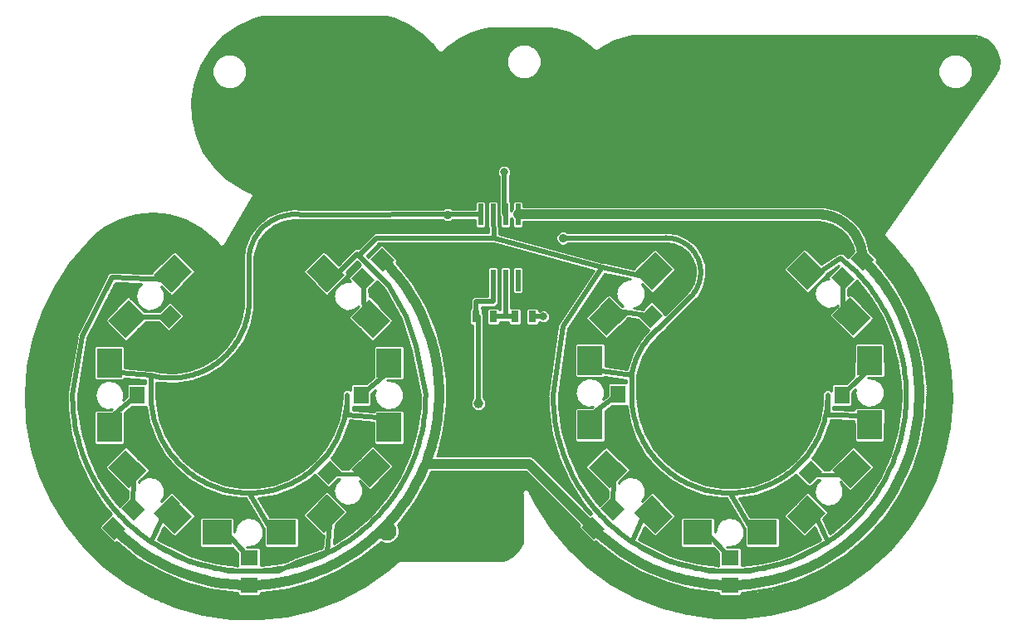
<source format=gbl>
G75*
%MOIN*%
%OFA0B0*%
%FSLAX25Y25*%
%IPPOS*%
%LPD*%
%AMOC8*
5,1,8,0,0,1.08239X$1,22.5*
%
%ADD10R,0.04724X0.10236*%
%ADD11R,0.11811X0.10000*%
%ADD12R,0.10236X0.04724*%
%ADD13R,0.10000X0.11811*%
%ADD14R,0.06299X0.07087*%
%ADD15R,0.07087X0.06299*%
%ADD16R,0.03150X0.04724*%
%ADD17R,0.02400X0.08700*%
%ADD18C,0.07677*%
%ADD19C,0.02126*%
%ADD20C,0.03937*%
%ADD21C,0.01000*%
%ADD22C,0.03175*%
%ADD23C,0.03569*%
%ADD24C,0.03962*%
%ADD25C,0.01600*%
D10*
G36*
X0060521Y0044801D02*
X0057180Y0048142D01*
X0064417Y0055379D01*
X0067758Y0052038D01*
X0060521Y0044801D01*
G37*
X0086102Y0040433D03*
X0105000Y0040433D03*
G36*
X0133923Y0048536D02*
X0130582Y0045195D01*
X0123345Y0052432D01*
X0126686Y0055773D01*
X0133923Y0048536D01*
G37*
G36*
X0147285Y0061899D02*
X0143944Y0058558D01*
X0136707Y0065795D01*
X0140048Y0069136D01*
X0147285Y0061899D01*
G37*
G36*
X0240071Y0058164D02*
X0236730Y0061505D01*
X0243967Y0068742D01*
X0247308Y0065401D01*
X0240071Y0058164D01*
G37*
G36*
X0253434Y0044801D02*
X0250093Y0048142D01*
X0257330Y0055379D01*
X0260671Y0052038D01*
X0253434Y0044801D01*
G37*
X0279016Y0040433D03*
X0297913Y0040433D03*
G36*
X0326836Y0048142D02*
X0323495Y0044801D01*
X0316258Y0052038D01*
X0319599Y0055379D01*
X0326836Y0048142D01*
G37*
G36*
X0340199Y0061505D02*
X0336858Y0058164D01*
X0329621Y0065401D01*
X0332962Y0068742D01*
X0340199Y0061505D01*
G37*
G36*
X0336858Y0134907D02*
X0340199Y0131566D01*
X0332962Y0124329D01*
X0329621Y0127670D01*
X0336858Y0134907D01*
G37*
G36*
X0323495Y0148270D02*
X0326836Y0144929D01*
X0319599Y0137692D01*
X0316258Y0141033D01*
X0323495Y0148270D01*
G37*
G36*
X0250093Y0144929D02*
X0253434Y0148270D01*
X0260671Y0141033D01*
X0257330Y0137692D01*
X0250093Y0144929D01*
G37*
G36*
X0236730Y0131566D02*
X0240071Y0134907D01*
X0247308Y0127670D01*
X0243967Y0124329D01*
X0236730Y0131566D01*
G37*
G36*
X0143944Y0133923D02*
X0147285Y0130582D01*
X0140048Y0123345D01*
X0136707Y0126686D01*
X0143944Y0133923D01*
G37*
G36*
X0130582Y0147285D02*
X0133923Y0143944D01*
X0126686Y0136707D01*
X0123345Y0140048D01*
X0130582Y0147285D01*
G37*
G36*
X0057180Y0143944D02*
X0060521Y0147285D01*
X0067758Y0140048D01*
X0064417Y0136707D01*
X0057180Y0143944D01*
G37*
G36*
X0043817Y0130582D02*
X0047158Y0133923D01*
X0054395Y0126686D01*
X0051054Y0123345D01*
X0043817Y0130582D01*
G37*
G36*
X0047158Y0058164D02*
X0043817Y0061505D01*
X0051054Y0068742D01*
X0054395Y0065401D01*
X0047158Y0058164D01*
G37*
D11*
G36*
X0047240Y0058248D02*
X0038891Y0066597D01*
X0045962Y0073668D01*
X0054311Y0065319D01*
X0047240Y0058248D01*
G37*
G36*
X0065613Y0039875D02*
X0057264Y0048224D01*
X0064335Y0055295D01*
X0072684Y0046946D01*
X0065613Y0039875D01*
G37*
X0082559Y0040433D03*
X0108543Y0040433D03*
G36*
X0133838Y0048618D02*
X0125489Y0040269D01*
X0118418Y0047340D01*
X0126767Y0055689D01*
X0133838Y0048618D01*
G37*
G36*
X0152212Y0066991D02*
X0143863Y0058642D01*
X0136792Y0065713D01*
X0145141Y0074062D01*
X0152212Y0066991D01*
G37*
G36*
X0240153Y0058248D02*
X0231804Y0066597D01*
X0238875Y0073668D01*
X0247224Y0065319D01*
X0240153Y0058248D01*
G37*
G36*
X0258527Y0039875D02*
X0250178Y0048224D01*
X0257249Y0055295D01*
X0265598Y0046946D01*
X0258527Y0039875D01*
G37*
X0275472Y0040433D03*
X0301457Y0040433D03*
G36*
X0326752Y0048224D02*
X0318403Y0039875D01*
X0311332Y0046946D01*
X0319681Y0055295D01*
X0326752Y0048224D01*
G37*
G36*
X0345125Y0066597D02*
X0336776Y0058248D01*
X0329705Y0065319D01*
X0338054Y0073668D01*
X0345125Y0066597D01*
G37*
G36*
X0336776Y0134822D02*
X0345125Y0126473D01*
X0338054Y0119402D01*
X0329705Y0127751D01*
X0336776Y0134822D01*
G37*
G36*
X0318403Y0153196D02*
X0326752Y0144847D01*
X0319681Y0137776D01*
X0311332Y0146125D01*
X0318403Y0153196D01*
G37*
G36*
X0250178Y0144847D02*
X0258527Y0153196D01*
X0265598Y0146125D01*
X0257249Y0137776D01*
X0250178Y0144847D01*
G37*
G36*
X0231804Y0126473D02*
X0240153Y0134822D01*
X0247224Y0127751D01*
X0238875Y0119402D01*
X0231804Y0126473D01*
G37*
G36*
X0143863Y0133838D02*
X0152212Y0125489D01*
X0145141Y0118418D01*
X0136792Y0126767D01*
X0143863Y0133838D01*
G37*
G36*
X0125489Y0152212D02*
X0133838Y0143863D01*
X0126767Y0136792D01*
X0118418Y0145141D01*
X0125489Y0152212D01*
G37*
G36*
X0057264Y0143863D02*
X0065613Y0152212D01*
X0072684Y0145141D01*
X0064335Y0136792D01*
X0057264Y0143863D01*
G37*
G36*
X0038891Y0125489D02*
X0047240Y0133838D01*
X0054311Y0126767D01*
X0045962Y0118418D01*
X0038891Y0125489D01*
G37*
D12*
X0039449Y0105000D03*
X0039449Y0086102D03*
X0151654Y0086102D03*
X0151654Y0105000D03*
X0232362Y0105984D03*
X0232362Y0087087D03*
X0344567Y0087087D03*
X0344567Y0105984D03*
D13*
X0344567Y0109528D03*
X0344567Y0083543D03*
X0232362Y0083543D03*
X0232362Y0109528D03*
X0151654Y0108543D03*
X0151654Y0082559D03*
X0039449Y0082559D03*
X0039449Y0108543D03*
D14*
X0050669Y0095551D03*
X0061693Y0095551D03*
G36*
X0071021Y0114442D02*
X0066568Y0118895D01*
X0071577Y0123904D01*
X0076030Y0119451D01*
X0071021Y0114442D01*
G37*
G36*
X0063226Y0122237D02*
X0058773Y0126690D01*
X0063782Y0131699D01*
X0068235Y0127246D01*
X0063226Y0122237D01*
G37*
X0129409Y0095551D03*
X0140433Y0095551D03*
G36*
X0120239Y0076936D02*
X0124692Y0072483D01*
X0119683Y0067474D01*
X0115230Y0071927D01*
X0120239Y0076936D01*
G37*
G36*
X0128034Y0069141D02*
X0132487Y0064688D01*
X0127478Y0059679D01*
X0123025Y0064132D01*
X0128034Y0069141D01*
G37*
G36*
X0053786Y0049525D02*
X0049333Y0045072D01*
X0044324Y0050081D01*
X0048777Y0054534D01*
X0053786Y0049525D01*
G37*
G36*
X0045991Y0041730D02*
X0041538Y0037277D01*
X0036529Y0042286D01*
X0040982Y0046739D01*
X0045991Y0041730D01*
G37*
G36*
X0136490Y0142483D02*
X0140943Y0146936D01*
X0145952Y0141927D01*
X0141499Y0137474D01*
X0136490Y0142483D01*
G37*
G36*
X0144285Y0150278D02*
X0148738Y0154731D01*
X0153747Y0149722D01*
X0149294Y0145269D01*
X0144285Y0150278D01*
G37*
X0243661Y0095709D03*
X0254685Y0095709D03*
G36*
X0264407Y0114718D02*
X0259954Y0119171D01*
X0264963Y0124180D01*
X0269416Y0119727D01*
X0264407Y0114718D01*
G37*
G36*
X0256612Y0122513D02*
X0252159Y0126966D01*
X0257168Y0131975D01*
X0261621Y0127522D01*
X0256612Y0122513D01*
G37*
X0322402Y0095591D03*
X0333425Y0095591D03*
G36*
X0313231Y0077054D02*
X0317684Y0072601D01*
X0312675Y0067592D01*
X0308222Y0072045D01*
X0313231Y0077054D01*
G37*
G36*
X0321026Y0069259D02*
X0325479Y0064806D01*
X0320470Y0059797D01*
X0316017Y0064250D01*
X0321026Y0069259D01*
G37*
G36*
X0246148Y0049722D02*
X0241695Y0045269D01*
X0236686Y0050278D01*
X0241139Y0054731D01*
X0246148Y0049722D01*
G37*
G36*
X0238353Y0041927D02*
X0233900Y0037474D01*
X0228891Y0042483D01*
X0233344Y0046936D01*
X0238353Y0041927D01*
G37*
G36*
X0329167Y0142759D02*
X0333620Y0147212D01*
X0338629Y0142203D01*
X0334176Y0137750D01*
X0329167Y0142759D01*
G37*
G36*
X0336962Y0150553D02*
X0341415Y0155006D01*
X0346424Y0149997D01*
X0341971Y0145544D01*
X0336962Y0150553D01*
G37*
D15*
X0288504Y0030197D03*
X0288504Y0019173D03*
X0095591Y0019134D03*
X0095591Y0030157D03*
D16*
X0186496Y0127047D03*
X0193583Y0127047D03*
X0202244Y0127047D03*
X0209331Y0127047D03*
D17*
X0203406Y0141621D03*
X0198406Y0141621D03*
X0193406Y0141621D03*
X0188406Y0141621D03*
X0188406Y0168121D03*
X0193406Y0168121D03*
X0198406Y0168121D03*
X0203406Y0168121D03*
D18*
X0095303Y0096586D03*
X0150981Y0040909D03*
D19*
X0128634Y0050484D02*
X0127047Y0032559D01*
X0115236Y0028622D01*
X0107362Y0024685D01*
X0095551Y0024685D01*
X0087677Y0024685D01*
X0071929Y0028622D01*
X0056181Y0036496D01*
X0062469Y0050090D01*
X0049055Y0049803D02*
X0049106Y0063453D01*
X0039449Y0086102D02*
X0050669Y0095551D01*
X0056181Y0095551D02*
X0056181Y0103425D01*
X0039449Y0105000D01*
X0024685Y0095551D02*
X0028622Y0119173D01*
X0040433Y0142795D01*
X0062469Y0141996D01*
X0095551Y0133740D02*
X0095542Y0132975D01*
X0095514Y0132211D01*
X0095467Y0131448D01*
X0095402Y0130686D01*
X0095318Y0129926D01*
X0095216Y0129168D01*
X0095095Y0128413D01*
X0094956Y0127661D01*
X0094799Y0126912D01*
X0094623Y0126168D01*
X0094429Y0125428D01*
X0094218Y0124693D01*
X0093988Y0123964D01*
X0093741Y0123240D01*
X0093476Y0122523D01*
X0093194Y0121812D01*
X0092894Y0121108D01*
X0092578Y0120412D01*
X0092244Y0119724D01*
X0091894Y0119044D01*
X0091527Y0118373D01*
X0091144Y0117711D01*
X0090745Y0117058D01*
X0090331Y0116416D01*
X0089900Y0115784D01*
X0089455Y0115162D01*
X0088994Y0114552D01*
X0088519Y0113953D01*
X0088029Y0113365D01*
X0087525Y0112790D01*
X0087007Y0112227D01*
X0086476Y0111677D01*
X0085931Y0111141D01*
X0085374Y0110617D01*
X0084803Y0110108D01*
X0084221Y0109612D01*
X0083627Y0109131D01*
X0083021Y0108664D01*
X0082404Y0108213D01*
X0081776Y0107776D01*
X0081137Y0107355D01*
X0080489Y0106950D01*
X0079831Y0106560D01*
X0079163Y0106187D01*
X0078487Y0105830D01*
X0077802Y0105490D01*
X0077109Y0105167D01*
X0076408Y0104860D01*
X0075700Y0104571D01*
X0074985Y0104299D01*
X0074264Y0104045D01*
X0073537Y0103808D01*
X0072804Y0103589D01*
X0072066Y0103388D01*
X0071324Y0103205D01*
X0070577Y0103040D01*
X0069826Y0102894D01*
X0069073Y0102766D01*
X0068316Y0102656D01*
X0067556Y0102565D01*
X0066795Y0102492D01*
X0066032Y0102438D01*
X0065268Y0102402D01*
X0064504Y0102386D01*
X0063739Y0102387D01*
X0062975Y0102408D01*
X0062211Y0102447D01*
X0061448Y0102505D01*
X0060687Y0102581D01*
X0059928Y0102676D01*
X0059172Y0102789D01*
X0058419Y0102921D01*
X0057669Y0103071D01*
X0056923Y0103239D01*
X0056181Y0103425D01*
X0051756Y0126968D02*
X0063504Y0126968D01*
X0051756Y0126968D02*
X0051664Y0126949D01*
X0051571Y0126934D01*
X0051478Y0126923D01*
X0051384Y0126916D01*
X0051291Y0126913D01*
X0051197Y0126914D01*
X0051103Y0126919D01*
X0051009Y0126928D01*
X0050916Y0126941D01*
X0050824Y0126957D01*
X0050732Y0126978D01*
X0050641Y0127002D01*
X0050552Y0127031D01*
X0050464Y0127063D01*
X0050377Y0127099D01*
X0050291Y0127138D01*
X0050208Y0127181D01*
X0050126Y0127228D01*
X0050047Y0127278D01*
X0049970Y0127331D01*
X0049895Y0127388D01*
X0049822Y0127447D01*
X0049752Y0127510D01*
X0049685Y0127576D01*
X0049620Y0127644D01*
X0049559Y0127715D01*
X0049501Y0127789D01*
X0049446Y0127865D01*
X0049394Y0127943D01*
X0049345Y0128024D01*
X0049300Y0128106D01*
X0049259Y0128190D01*
X0049221Y0128276D01*
X0049186Y0128364D01*
X0049156Y0128453D01*
X0049129Y0128543D01*
X0049106Y0128634D01*
X0095551Y0133740D02*
X0095551Y0151457D01*
X0095551Y0151456D02*
X0095605Y0151910D01*
X0095670Y0152362D01*
X0095746Y0152812D01*
X0095833Y0153261D01*
X0095932Y0153707D01*
X0096041Y0154150D01*
X0096160Y0154591D01*
X0096291Y0155029D01*
X0096432Y0155463D01*
X0096584Y0155893D01*
X0096747Y0156320D01*
X0096920Y0156743D01*
X0097103Y0157161D01*
X0097296Y0157575D01*
X0097500Y0157984D01*
X0097713Y0158388D01*
X0097937Y0158786D01*
X0098170Y0159179D01*
X0098412Y0159566D01*
X0098664Y0159947D01*
X0098926Y0160321D01*
X0099196Y0160689D01*
X0099475Y0161050D01*
X0099763Y0161405D01*
X0100060Y0161752D01*
X0100365Y0162092D01*
X0100679Y0162424D01*
X0101000Y0162748D01*
X0101330Y0163065D01*
X0101667Y0163373D01*
X0102011Y0163673D01*
X0102363Y0163964D01*
X0102722Y0164247D01*
X0103087Y0164520D01*
X0103459Y0164785D01*
X0103838Y0165040D01*
X0104223Y0165286D01*
X0104614Y0165523D01*
X0105010Y0165750D01*
X0105412Y0165967D01*
X0105819Y0166174D01*
X0106231Y0166371D01*
X0106647Y0166558D01*
X0107069Y0166735D01*
X0107494Y0166901D01*
X0107923Y0167057D01*
X0108356Y0167202D01*
X0108793Y0167336D01*
X0109232Y0167460D01*
X0109675Y0167573D01*
X0110120Y0167675D01*
X0110567Y0167766D01*
X0111017Y0167846D01*
X0111468Y0167915D01*
X0111921Y0167973D01*
X0112376Y0168020D01*
X0112831Y0168056D01*
X0113287Y0168080D01*
X0113744Y0168093D01*
X0114200Y0168095D01*
X0114657Y0168086D01*
X0115113Y0168066D01*
X0115569Y0168034D01*
X0116023Y0167992D01*
X0116024Y0167992D02*
X0188406Y0168121D01*
X0175276Y0168121D01*
X0175276Y0167992D01*
X0193406Y0168121D02*
X0193976Y0158543D01*
X0237283Y0146732D01*
X0255382Y0142981D01*
X0260906Y0158543D02*
X0261244Y0158587D01*
X0261583Y0158623D01*
X0261922Y0158650D01*
X0262263Y0158670D01*
X0262603Y0158680D01*
X0262944Y0158683D01*
X0263285Y0158677D01*
X0263626Y0158663D01*
X0263966Y0158640D01*
X0264305Y0158609D01*
X0264644Y0158570D01*
X0264981Y0158523D01*
X0265318Y0158467D01*
X0265653Y0158403D01*
X0265986Y0158331D01*
X0266317Y0158250D01*
X0266646Y0158162D01*
X0266973Y0158066D01*
X0267298Y0157961D01*
X0267620Y0157849D01*
X0267939Y0157729D01*
X0268255Y0157601D01*
X0268567Y0157465D01*
X0268877Y0157322D01*
X0269182Y0157171D01*
X0269484Y0157013D01*
X0269782Y0156848D01*
X0270076Y0156675D01*
X0270366Y0156495D01*
X0270651Y0156308D01*
X0270931Y0156114D01*
X0271207Y0155913D01*
X0271477Y0155706D01*
X0271743Y0155492D01*
X0272003Y0155271D01*
X0272257Y0155045D01*
X0272506Y0154812D01*
X0272749Y0154573D01*
X0272987Y0154328D01*
X0273218Y0154078D01*
X0273443Y0153822D01*
X0273661Y0153560D01*
X0273874Y0153293D01*
X0274079Y0153021D01*
X0274278Y0152745D01*
X0274470Y0152463D01*
X0274655Y0152177D01*
X0274833Y0151886D01*
X0275004Y0151591D01*
X0275167Y0151292D01*
X0275324Y0150989D01*
X0275472Y0150682D01*
X0275613Y0150372D01*
X0275747Y0150058D01*
X0275873Y0149741D01*
X0275991Y0149421D01*
X0276101Y0149099D01*
X0276203Y0148774D01*
X0276297Y0148446D01*
X0276383Y0148116D01*
X0276461Y0147784D01*
X0276531Y0147451D01*
X0276593Y0147115D01*
X0276646Y0146779D01*
X0276692Y0146441D01*
X0276729Y0146102D01*
X0276757Y0145762D01*
X0276777Y0145422D01*
X0276789Y0145081D01*
X0276793Y0144741D01*
X0276788Y0144400D01*
X0276775Y0144059D01*
X0276754Y0143719D01*
X0276724Y0143379D01*
X0276686Y0143041D01*
X0276640Y0142703D01*
X0276585Y0142366D01*
X0276522Y0142031D01*
X0276451Y0141698D01*
X0276372Y0141366D01*
X0276285Y0141037D01*
X0276189Y0140710D01*
X0276086Y0140385D01*
X0275975Y0140062D01*
X0275856Y0139743D01*
X0275729Y0139427D01*
X0275594Y0139113D01*
X0275452Y0138804D01*
X0275303Y0138497D01*
X0275145Y0138195D01*
X0274981Y0137896D01*
X0274809Y0137602D01*
X0274630Y0137312D01*
X0274444Y0137026D01*
X0274251Y0136745D01*
X0274051Y0136469D01*
X0273845Y0136198D01*
X0273632Y0135932D01*
X0273412Y0135671D01*
X0273186Y0135415D01*
X0272954Y0135166D01*
X0272716Y0134922D01*
X0272717Y0134921D02*
X0260906Y0123110D01*
X0256890Y0127244D02*
X0242019Y0129618D01*
X0237283Y0146732D02*
X0221535Y0123110D01*
X0217598Y0095551D01*
X0232362Y0087087D02*
X0243661Y0095709D01*
X0249094Y0095551D02*
X0249094Y0103425D01*
X0232362Y0105984D01*
X0254685Y0095709D02*
X0256698Y0095570D01*
X0256969Y0095551D01*
X0249095Y0103426D02*
X0249208Y0104130D01*
X0249338Y0104832D01*
X0249485Y0105531D01*
X0249649Y0106226D01*
X0249829Y0106916D01*
X0250025Y0107603D01*
X0250238Y0108284D01*
X0250466Y0108960D01*
X0250711Y0109631D01*
X0250972Y0110296D01*
X0251248Y0110954D01*
X0251540Y0111605D01*
X0251848Y0112249D01*
X0252170Y0112886D01*
X0252508Y0113515D01*
X0252861Y0114136D01*
X0253228Y0114748D01*
X0253610Y0115351D01*
X0254006Y0115945D01*
X0254416Y0116529D01*
X0254839Y0117104D01*
X0255277Y0117668D01*
X0255727Y0118221D01*
X0256191Y0118764D01*
X0256667Y0119296D01*
X0257156Y0119816D01*
X0257658Y0120324D01*
X0258171Y0120820D01*
X0258696Y0121304D01*
X0259232Y0121775D01*
X0259779Y0122234D01*
X0260337Y0122679D01*
X0260906Y0123111D01*
X0337875Y0146338D02*
X0339118Y0145082D01*
X0340330Y0143795D01*
X0341511Y0142479D01*
X0342659Y0141134D01*
X0343773Y0139761D01*
X0344854Y0138362D01*
X0345899Y0136936D01*
X0346910Y0135485D01*
X0347884Y0134010D01*
X0348822Y0132512D01*
X0349723Y0130991D01*
X0350587Y0129448D01*
X0351412Y0127884D01*
X0352198Y0126301D01*
X0352946Y0124699D01*
X0353654Y0123079D01*
X0354322Y0121442D01*
X0354950Y0119789D01*
X0355537Y0118121D01*
X0356082Y0116439D01*
X0356587Y0114745D01*
X0357049Y0113039D01*
X0357470Y0111321D01*
X0357848Y0109594D01*
X0358184Y0107858D01*
X0358477Y0106115D01*
X0358727Y0104365D01*
X0358935Y0102609D01*
X0359099Y0100849D01*
X0359220Y0099085D01*
X0359297Y0097318D01*
X0359331Y0095551D01*
X0344567Y0087087D02*
X0327835Y0087677D01*
X0327835Y0095551D01*
X0322402Y0095591D02*
X0319961Y0095551D01*
X0312953Y0072323D01*
X0288465Y0056181D02*
X0297913Y0040433D01*
X0288504Y0030197D02*
X0279016Y0040433D01*
X0280591Y0024685D02*
X0264843Y0028622D01*
X0249094Y0036496D01*
X0255382Y0050090D01*
X0241417Y0050000D02*
X0242019Y0063453D01*
X0217599Y0095551D02*
X0217620Y0093839D01*
X0217682Y0092127D01*
X0217785Y0090418D01*
X0217930Y0088711D01*
X0218116Y0087009D01*
X0218343Y0085312D01*
X0218611Y0083620D01*
X0218919Y0081936D01*
X0219269Y0080259D01*
X0219658Y0078592D01*
X0220088Y0076934D01*
X0220558Y0075287D01*
X0221067Y0073652D01*
X0221616Y0072030D01*
X0222204Y0070422D01*
X0222831Y0068828D01*
X0223496Y0067250D01*
X0224198Y0065688D01*
X0224939Y0064144D01*
X0225716Y0062618D01*
X0226530Y0061111D01*
X0227381Y0059625D01*
X0228267Y0058159D01*
X0229188Y0056716D01*
X0230143Y0055295D01*
X0231133Y0053897D01*
X0232156Y0052524D01*
X0233213Y0051176D01*
X0234301Y0049854D01*
X0235421Y0048558D01*
X0236572Y0047290D01*
X0237753Y0046050D01*
X0238964Y0044839D01*
X0240204Y0043658D01*
X0241472Y0042507D01*
X0242768Y0041387D01*
X0244090Y0040299D01*
X0245438Y0039242D01*
X0246811Y0038219D01*
X0248209Y0037229D01*
X0249630Y0036274D01*
X0251073Y0035353D01*
X0252539Y0034467D01*
X0254025Y0033616D01*
X0255532Y0032802D01*
X0257058Y0032025D01*
X0258602Y0031284D01*
X0260164Y0030582D01*
X0261742Y0029917D01*
X0263336Y0029290D01*
X0264944Y0028702D01*
X0266566Y0028153D01*
X0268201Y0027644D01*
X0269848Y0027174D01*
X0271506Y0026744D01*
X0273173Y0026355D01*
X0274850Y0026005D01*
X0276534Y0025697D01*
X0278226Y0025429D01*
X0279923Y0025202D01*
X0281625Y0025016D01*
X0283332Y0024871D01*
X0285041Y0024768D01*
X0286753Y0024706D01*
X0288465Y0024685D01*
X0280591Y0024685D01*
X0288465Y0024685D02*
X0296339Y0024685D01*
X0312087Y0028622D01*
X0327835Y0036496D01*
X0321547Y0050090D01*
X0333425Y0095591D02*
X0344567Y0105984D01*
X0334910Y0129618D02*
X0333898Y0130630D01*
X0333898Y0142481D01*
X0337874Y0146339D02*
X0332953Y0150472D01*
X0321547Y0142981D01*
X0260906Y0158543D02*
X0221535Y0158543D01*
X0198406Y0168121D02*
X0197913Y0168613D01*
X0197913Y0185118D01*
X0193976Y0158543D02*
X0146732Y0158543D01*
X0139676Y0151439D01*
X0138858Y0152244D01*
X0128634Y0141996D01*
X0141221Y0142205D02*
X0141996Y0128634D01*
X0151654Y0139646D02*
X0139676Y0151439D01*
X0151654Y0139646D02*
X0158543Y0127047D01*
X0162480Y0115236D01*
X0166417Y0095551D01*
X0151654Y0086102D02*
X0134921Y0087677D01*
X0134921Y0095551D01*
X0130984Y0095551D02*
X0129409Y0095551D01*
X0119961Y0072205D01*
X0095551Y0056181D02*
X0105000Y0040433D01*
X0095591Y0030157D02*
X0086102Y0040433D01*
X0095551Y0024685D02*
X0097263Y0024706D01*
X0098975Y0024768D01*
X0100684Y0024871D01*
X0102391Y0025016D01*
X0104093Y0025202D01*
X0105790Y0025429D01*
X0107482Y0025697D01*
X0109166Y0026005D01*
X0110843Y0026355D01*
X0112510Y0026744D01*
X0114168Y0027174D01*
X0115815Y0027644D01*
X0117450Y0028153D01*
X0119072Y0028702D01*
X0120680Y0029290D01*
X0122274Y0029917D01*
X0123852Y0030582D01*
X0125414Y0031284D01*
X0126958Y0032025D01*
X0128484Y0032802D01*
X0129991Y0033616D01*
X0131477Y0034467D01*
X0132943Y0035353D01*
X0134386Y0036274D01*
X0135807Y0037229D01*
X0137205Y0038219D01*
X0138578Y0039242D01*
X0139926Y0040299D01*
X0141248Y0041387D01*
X0142544Y0042507D01*
X0143812Y0043658D01*
X0145052Y0044839D01*
X0146263Y0046050D01*
X0147444Y0047290D01*
X0148595Y0048558D01*
X0149715Y0049854D01*
X0150803Y0051176D01*
X0151860Y0052524D01*
X0152883Y0053897D01*
X0153873Y0055295D01*
X0154828Y0056716D01*
X0155749Y0058159D01*
X0156635Y0059625D01*
X0157486Y0061111D01*
X0158300Y0062618D01*
X0159077Y0064144D01*
X0159818Y0065688D01*
X0160520Y0067250D01*
X0161185Y0068828D01*
X0161812Y0070422D01*
X0162400Y0072030D01*
X0162949Y0073652D01*
X0163458Y0075287D01*
X0163928Y0076934D01*
X0164358Y0078592D01*
X0164747Y0080259D01*
X0165097Y0081936D01*
X0165405Y0083620D01*
X0165673Y0085312D01*
X0165900Y0087009D01*
X0166086Y0088711D01*
X0166231Y0090418D01*
X0166334Y0092127D01*
X0166396Y0093839D01*
X0166417Y0095551D01*
X0151654Y0105000D02*
X0140433Y0095551D01*
X0187480Y0092205D02*
X0187480Y0127047D01*
X0186496Y0127047D01*
X0186693Y0127047D01*
X0186693Y0133150D01*
X0193406Y0133150D01*
X0193406Y0141621D01*
X0198406Y0141621D02*
X0198406Y0127047D01*
X0193583Y0127047D01*
X0198406Y0127047D02*
X0202244Y0127047D01*
X0209331Y0127047D02*
X0213661Y0127047D01*
X0288465Y0024685D02*
X0290177Y0024706D01*
X0291889Y0024768D01*
X0293598Y0024871D01*
X0295305Y0025016D01*
X0297007Y0025202D01*
X0298704Y0025429D01*
X0300396Y0025697D01*
X0302080Y0026005D01*
X0303757Y0026355D01*
X0305424Y0026744D01*
X0307082Y0027174D01*
X0308729Y0027644D01*
X0310364Y0028153D01*
X0311986Y0028702D01*
X0313594Y0029290D01*
X0315188Y0029917D01*
X0316766Y0030582D01*
X0318328Y0031284D01*
X0319872Y0032025D01*
X0321398Y0032802D01*
X0322905Y0033616D01*
X0324391Y0034467D01*
X0325857Y0035353D01*
X0327300Y0036274D01*
X0328721Y0037229D01*
X0330119Y0038219D01*
X0331492Y0039242D01*
X0332840Y0040299D01*
X0334162Y0041387D01*
X0335458Y0042507D01*
X0336726Y0043658D01*
X0337966Y0044839D01*
X0339177Y0046050D01*
X0340358Y0047290D01*
X0341509Y0048558D01*
X0342629Y0049854D01*
X0343717Y0051176D01*
X0344774Y0052524D01*
X0345797Y0053897D01*
X0346787Y0055295D01*
X0347742Y0056716D01*
X0348663Y0058159D01*
X0349549Y0059625D01*
X0350400Y0061111D01*
X0351214Y0062618D01*
X0351991Y0064144D01*
X0352732Y0065688D01*
X0353434Y0067250D01*
X0354099Y0068828D01*
X0354726Y0070422D01*
X0355314Y0072030D01*
X0355863Y0073652D01*
X0356372Y0075287D01*
X0356842Y0076934D01*
X0357272Y0078592D01*
X0357661Y0080259D01*
X0358011Y0081936D01*
X0358319Y0083620D01*
X0358587Y0085312D01*
X0358814Y0087009D01*
X0359000Y0088711D01*
X0359145Y0090418D01*
X0359248Y0092127D01*
X0359310Y0093839D01*
X0359331Y0095551D01*
X0288465Y0056181D02*
X0287514Y0056192D01*
X0286563Y0056227D01*
X0285613Y0056284D01*
X0284665Y0056365D01*
X0283719Y0056468D01*
X0282776Y0056594D01*
X0281837Y0056743D01*
X0280901Y0056914D01*
X0279970Y0057109D01*
X0279043Y0057325D01*
X0278122Y0057564D01*
X0277207Y0057825D01*
X0276299Y0058108D01*
X0275398Y0058413D01*
X0274504Y0058739D01*
X0273619Y0059088D01*
X0272742Y0059457D01*
X0271874Y0059847D01*
X0271017Y0060259D01*
X0270169Y0060691D01*
X0269332Y0061143D01*
X0268506Y0061615D01*
X0267692Y0062107D01*
X0266890Y0062619D01*
X0266100Y0063150D01*
X0265324Y0063700D01*
X0264561Y0064268D01*
X0263812Y0064855D01*
X0263078Y0065460D01*
X0262358Y0066082D01*
X0261653Y0066722D01*
X0260965Y0067378D01*
X0260292Y0068051D01*
X0259636Y0068739D01*
X0258996Y0069444D01*
X0258374Y0070164D01*
X0257769Y0070898D01*
X0257182Y0071647D01*
X0256614Y0072410D01*
X0256064Y0073186D01*
X0255533Y0073976D01*
X0255021Y0074778D01*
X0254529Y0075592D01*
X0254057Y0076418D01*
X0253605Y0077255D01*
X0253173Y0078103D01*
X0252761Y0078960D01*
X0252371Y0079828D01*
X0252002Y0080705D01*
X0251653Y0081590D01*
X0251327Y0082484D01*
X0251022Y0083385D01*
X0250739Y0084293D01*
X0250478Y0085208D01*
X0250239Y0086129D01*
X0250023Y0087056D01*
X0249828Y0087987D01*
X0249657Y0088923D01*
X0249508Y0089862D01*
X0249382Y0090805D01*
X0249279Y0091751D01*
X0249198Y0092699D01*
X0249141Y0093649D01*
X0249106Y0094600D01*
X0249095Y0095551D01*
X0288465Y0056181D02*
X0289416Y0056192D01*
X0290367Y0056227D01*
X0291317Y0056284D01*
X0292265Y0056365D01*
X0293211Y0056468D01*
X0294154Y0056594D01*
X0295093Y0056743D01*
X0296029Y0056914D01*
X0296960Y0057109D01*
X0297887Y0057325D01*
X0298808Y0057564D01*
X0299723Y0057825D01*
X0300631Y0058108D01*
X0301532Y0058413D01*
X0302426Y0058739D01*
X0303311Y0059088D01*
X0304188Y0059457D01*
X0305056Y0059847D01*
X0305913Y0060259D01*
X0306761Y0060691D01*
X0307598Y0061143D01*
X0308424Y0061615D01*
X0309238Y0062107D01*
X0310040Y0062619D01*
X0310830Y0063150D01*
X0311606Y0063700D01*
X0312369Y0064268D01*
X0313118Y0064855D01*
X0313852Y0065460D01*
X0314572Y0066082D01*
X0315277Y0066722D01*
X0315965Y0067378D01*
X0316638Y0068051D01*
X0317294Y0068739D01*
X0317934Y0069444D01*
X0318556Y0070164D01*
X0319161Y0070898D01*
X0319748Y0071647D01*
X0320316Y0072410D01*
X0320866Y0073186D01*
X0321397Y0073976D01*
X0321909Y0074778D01*
X0322401Y0075592D01*
X0322873Y0076418D01*
X0323325Y0077255D01*
X0323757Y0078103D01*
X0324169Y0078960D01*
X0324559Y0079828D01*
X0324928Y0080705D01*
X0325277Y0081590D01*
X0325603Y0082484D01*
X0325908Y0083385D01*
X0326191Y0084293D01*
X0326452Y0085208D01*
X0326691Y0086129D01*
X0326907Y0087056D01*
X0327102Y0087987D01*
X0327273Y0088923D01*
X0327422Y0089862D01*
X0327548Y0090805D01*
X0327651Y0091751D01*
X0327732Y0092699D01*
X0327789Y0093649D01*
X0327824Y0094600D01*
X0327835Y0095551D01*
X0095551Y0024685D02*
X0093839Y0024706D01*
X0092127Y0024768D01*
X0090418Y0024871D01*
X0088711Y0025016D01*
X0087009Y0025202D01*
X0085312Y0025429D01*
X0083620Y0025697D01*
X0081936Y0026005D01*
X0080259Y0026355D01*
X0078592Y0026744D01*
X0076934Y0027174D01*
X0075287Y0027644D01*
X0073652Y0028153D01*
X0072030Y0028702D01*
X0070422Y0029290D01*
X0068828Y0029917D01*
X0067250Y0030582D01*
X0065688Y0031284D01*
X0064144Y0032025D01*
X0062618Y0032802D01*
X0061111Y0033616D01*
X0059625Y0034467D01*
X0058159Y0035353D01*
X0056716Y0036274D01*
X0055295Y0037229D01*
X0053897Y0038219D01*
X0052524Y0039242D01*
X0051176Y0040299D01*
X0049854Y0041387D01*
X0048558Y0042507D01*
X0047290Y0043658D01*
X0046050Y0044839D01*
X0044839Y0046050D01*
X0043658Y0047290D01*
X0042507Y0048558D01*
X0041387Y0049854D01*
X0040299Y0051176D01*
X0039242Y0052524D01*
X0038219Y0053897D01*
X0037229Y0055295D01*
X0036274Y0056716D01*
X0035353Y0058159D01*
X0034467Y0059625D01*
X0033616Y0061111D01*
X0032802Y0062618D01*
X0032025Y0064144D01*
X0031284Y0065688D01*
X0030582Y0067250D01*
X0029917Y0068828D01*
X0029290Y0070422D01*
X0028702Y0072030D01*
X0028153Y0073652D01*
X0027644Y0075287D01*
X0027174Y0076934D01*
X0026744Y0078592D01*
X0026355Y0080259D01*
X0026005Y0081936D01*
X0025697Y0083620D01*
X0025429Y0085312D01*
X0025202Y0087009D01*
X0025016Y0088711D01*
X0024871Y0090418D01*
X0024768Y0092127D01*
X0024706Y0093839D01*
X0024685Y0095551D01*
X0095551Y0056181D02*
X0096502Y0056192D01*
X0097453Y0056227D01*
X0098403Y0056284D01*
X0099351Y0056365D01*
X0100297Y0056468D01*
X0101240Y0056594D01*
X0102179Y0056743D01*
X0103115Y0056914D01*
X0104046Y0057109D01*
X0104973Y0057325D01*
X0105894Y0057564D01*
X0106809Y0057825D01*
X0107717Y0058108D01*
X0108618Y0058413D01*
X0109512Y0058739D01*
X0110397Y0059088D01*
X0111274Y0059457D01*
X0112142Y0059847D01*
X0112999Y0060259D01*
X0113847Y0060691D01*
X0114684Y0061143D01*
X0115510Y0061615D01*
X0116324Y0062107D01*
X0117126Y0062619D01*
X0117916Y0063150D01*
X0118692Y0063700D01*
X0119455Y0064268D01*
X0120204Y0064855D01*
X0120938Y0065460D01*
X0121658Y0066082D01*
X0122363Y0066722D01*
X0123051Y0067378D01*
X0123724Y0068051D01*
X0124380Y0068739D01*
X0125020Y0069444D01*
X0125642Y0070164D01*
X0126247Y0070898D01*
X0126834Y0071647D01*
X0127402Y0072410D01*
X0127952Y0073186D01*
X0128483Y0073976D01*
X0128995Y0074778D01*
X0129487Y0075592D01*
X0129959Y0076418D01*
X0130411Y0077255D01*
X0130843Y0078103D01*
X0131255Y0078960D01*
X0131645Y0079828D01*
X0132014Y0080705D01*
X0132363Y0081590D01*
X0132689Y0082484D01*
X0132994Y0083385D01*
X0133277Y0084293D01*
X0133538Y0085208D01*
X0133777Y0086129D01*
X0133993Y0087056D01*
X0134188Y0087987D01*
X0134359Y0088923D01*
X0134508Y0089862D01*
X0134634Y0090805D01*
X0134737Y0091751D01*
X0134818Y0092699D01*
X0134875Y0093649D01*
X0134910Y0094600D01*
X0134921Y0095551D01*
X0095551Y0056181D02*
X0094600Y0056192D01*
X0093649Y0056227D01*
X0092699Y0056284D01*
X0091751Y0056365D01*
X0090805Y0056468D01*
X0089862Y0056594D01*
X0088923Y0056743D01*
X0087987Y0056914D01*
X0087056Y0057109D01*
X0086129Y0057325D01*
X0085208Y0057564D01*
X0084293Y0057825D01*
X0083385Y0058108D01*
X0082484Y0058413D01*
X0081590Y0058739D01*
X0080705Y0059088D01*
X0079828Y0059457D01*
X0078960Y0059847D01*
X0078103Y0060259D01*
X0077255Y0060691D01*
X0076418Y0061143D01*
X0075592Y0061615D01*
X0074778Y0062107D01*
X0073976Y0062619D01*
X0073186Y0063150D01*
X0072410Y0063700D01*
X0071647Y0064268D01*
X0070898Y0064855D01*
X0070164Y0065460D01*
X0069444Y0066082D01*
X0068739Y0066722D01*
X0068051Y0067378D01*
X0067378Y0068051D01*
X0066722Y0068739D01*
X0066082Y0069444D01*
X0065460Y0070164D01*
X0064855Y0070898D01*
X0064268Y0071647D01*
X0063700Y0072410D01*
X0063150Y0073186D01*
X0062619Y0073976D01*
X0062107Y0074778D01*
X0061615Y0075592D01*
X0061143Y0076418D01*
X0060691Y0077255D01*
X0060259Y0078103D01*
X0059847Y0078960D01*
X0059457Y0079828D01*
X0059088Y0080705D01*
X0058739Y0081590D01*
X0058413Y0082484D01*
X0058108Y0083385D01*
X0057825Y0084293D01*
X0057564Y0085208D01*
X0057325Y0086129D01*
X0057109Y0087056D01*
X0056914Y0087987D01*
X0056743Y0088923D01*
X0056594Y0089862D01*
X0056468Y0090805D01*
X0056365Y0091751D01*
X0056284Y0092699D01*
X0056227Y0093649D01*
X0056192Y0094600D01*
X0056181Y0095551D01*
D20*
X0095590Y0019134D02*
X0097490Y0019185D01*
X0099388Y0019283D01*
X0101283Y0019428D01*
X0103174Y0019619D01*
X0105060Y0019856D01*
X0106939Y0020140D01*
X0108811Y0020470D01*
X0110674Y0020845D01*
X0112527Y0021266D01*
X0114370Y0021733D01*
X0116200Y0022244D01*
X0118018Y0022801D01*
X0119821Y0023401D01*
X0121609Y0024046D01*
X0123380Y0024735D01*
X0125134Y0025467D01*
X0126870Y0026241D01*
X0128586Y0027058D01*
X0130281Y0027917D01*
X0131955Y0028817D01*
X0133606Y0029758D01*
X0135234Y0030739D01*
X0136837Y0031760D01*
X0138415Y0032820D01*
X0139966Y0033919D01*
X0141489Y0035055D01*
X0142985Y0036228D01*
X0144451Y0037437D01*
X0145887Y0038682D01*
X0147292Y0039962D01*
X0148665Y0041276D01*
X0150005Y0042623D01*
X0151312Y0044003D01*
X0152585Y0045415D01*
X0153823Y0046857D01*
X0155025Y0048329D01*
X0156190Y0049830D01*
X0157318Y0051360D01*
X0158409Y0052917D01*
X0159461Y0054500D01*
X0160473Y0056108D01*
X0161446Y0057740D01*
X0162379Y0059396D01*
X0163271Y0061075D01*
X0164121Y0062775D01*
X0164929Y0064495D01*
X0165695Y0066234D01*
X0166418Y0067992D01*
X0166417Y0067992D02*
X0207835Y0067992D01*
X0233622Y0042205D01*
X0288504Y0019173D02*
X0290363Y0019209D01*
X0292221Y0019290D01*
X0294077Y0019417D01*
X0295929Y0019588D01*
X0297776Y0019805D01*
X0299618Y0020066D01*
X0301452Y0020372D01*
X0303279Y0020722D01*
X0305096Y0021116D01*
X0306904Y0021555D01*
X0308700Y0022037D01*
X0310484Y0022563D01*
X0312255Y0023132D01*
X0314011Y0023744D01*
X0315752Y0024398D01*
X0317476Y0025095D01*
X0319184Y0025833D01*
X0320872Y0026612D01*
X0322542Y0027432D01*
X0324190Y0028293D01*
X0325818Y0029193D01*
X0327423Y0030132D01*
X0329005Y0031110D01*
X0330563Y0032127D01*
X0332095Y0033181D01*
X0333601Y0034271D01*
X0335081Y0035398D01*
X0336533Y0036561D01*
X0337956Y0037759D01*
X0339349Y0038990D01*
X0340712Y0040256D01*
X0342044Y0041554D01*
X0343345Y0042884D01*
X0344612Y0044245D01*
X0345846Y0045636D01*
X0347046Y0047057D01*
X0348211Y0048507D01*
X0349340Y0049985D01*
X0350434Y0051489D01*
X0351490Y0053020D01*
X0352509Y0054576D01*
X0353489Y0056156D01*
X0354432Y0057760D01*
X0355334Y0059386D01*
X0356198Y0061033D01*
X0357020Y0062701D01*
X0357802Y0064389D01*
X0358543Y0066095D01*
X0359242Y0067818D01*
X0359900Y0069558D01*
X0360514Y0071313D01*
X0361086Y0073083D01*
X0361615Y0074866D01*
X0362100Y0076662D01*
X0362542Y0078469D01*
X0362939Y0080285D01*
X0363292Y0082111D01*
X0363601Y0083945D01*
X0363865Y0085787D01*
X0364085Y0087633D01*
X0364259Y0089485D01*
X0364388Y0091340D01*
X0364473Y0093198D01*
X0364512Y0095058D01*
X0364506Y0096918D01*
X0364455Y0098777D01*
X0364358Y0100634D01*
X0364217Y0102489D01*
X0364031Y0104339D01*
X0363799Y0106185D01*
X0363523Y0108024D01*
X0363203Y0109856D01*
X0362838Y0111680D01*
X0362428Y0113494D01*
X0361975Y0115298D01*
X0361478Y0117090D01*
X0360938Y0118870D01*
X0360355Y0120636D01*
X0359729Y0122387D01*
X0359060Y0124123D01*
X0358350Y0125841D01*
X0357598Y0127543D01*
X0356805Y0129225D01*
X0355971Y0130888D01*
X0355098Y0132529D01*
X0354184Y0134150D01*
X0353232Y0135747D01*
X0352241Y0137321D01*
X0351212Y0138870D01*
X0350146Y0140394D01*
X0349043Y0141892D01*
X0347904Y0143362D01*
X0346730Y0144804D01*
X0345521Y0146218D01*
X0344278Y0147601D01*
X0343001Y0148954D01*
X0341693Y0150275D01*
X0341688Y0150706D01*
X0341672Y0151137D01*
X0341646Y0151568D01*
X0341610Y0151997D01*
X0341563Y0152426D01*
X0341506Y0152854D01*
X0341438Y0153279D01*
X0341361Y0153704D01*
X0341273Y0154126D01*
X0341174Y0154546D01*
X0341066Y0154963D01*
X0340948Y0155378D01*
X0340820Y0155790D01*
X0340681Y0156198D01*
X0340533Y0156603D01*
X0340376Y0157005D01*
X0340208Y0157402D01*
X0340031Y0157795D01*
X0339845Y0158184D01*
X0339649Y0158568D01*
X0339444Y0158948D01*
X0339230Y0159322D01*
X0339007Y0159691D01*
X0338775Y0160055D01*
X0338534Y0160413D01*
X0338285Y0160765D01*
X0338027Y0161110D01*
X0337761Y0161450D01*
X0337487Y0161783D01*
X0337205Y0162109D01*
X0336915Y0162428D01*
X0336618Y0162741D01*
X0336313Y0163046D01*
X0336000Y0163343D01*
X0335681Y0163633D01*
X0335355Y0163915D01*
X0335022Y0164189D01*
X0334682Y0164455D01*
X0334337Y0164713D01*
X0333985Y0164962D01*
X0333627Y0165203D01*
X0333263Y0165435D01*
X0332894Y0165658D01*
X0332520Y0165872D01*
X0332140Y0166077D01*
X0331756Y0166273D01*
X0331367Y0166459D01*
X0330974Y0166636D01*
X0330577Y0166804D01*
X0330175Y0166961D01*
X0329770Y0167109D01*
X0329362Y0167248D01*
X0328950Y0167376D01*
X0328535Y0167494D01*
X0328118Y0167602D01*
X0327698Y0167701D01*
X0327276Y0167789D01*
X0326851Y0167866D01*
X0326426Y0167934D01*
X0325998Y0167991D01*
X0325569Y0168038D01*
X0325140Y0168074D01*
X0324709Y0168100D01*
X0324278Y0168116D01*
X0323847Y0168121D01*
X0203406Y0168121D01*
X0233622Y0042205D02*
X0234982Y0040865D01*
X0236374Y0039560D01*
X0237798Y0038289D01*
X0239253Y0037053D01*
X0240738Y0035854D01*
X0242251Y0034691D01*
X0243793Y0033566D01*
X0245361Y0032479D01*
X0246956Y0031431D01*
X0248577Y0030422D01*
X0250221Y0029453D01*
X0251889Y0028525D01*
X0253579Y0027638D01*
X0255290Y0026793D01*
X0257022Y0025990D01*
X0258773Y0025230D01*
X0260541Y0024513D01*
X0262327Y0023840D01*
X0264129Y0023211D01*
X0265946Y0022626D01*
X0267777Y0022086D01*
X0269620Y0021591D01*
X0271475Y0021141D01*
X0273340Y0020737D01*
X0275215Y0020379D01*
X0277098Y0020067D01*
X0278988Y0019802D01*
X0280884Y0019583D01*
X0282784Y0019410D01*
X0284689Y0019284D01*
X0286596Y0019205D01*
X0288504Y0019173D01*
X0166417Y0067992D02*
X0167083Y0069720D01*
X0167706Y0071464D01*
X0168286Y0073222D01*
X0168823Y0074995D01*
X0169316Y0076779D01*
X0169765Y0078576D01*
X0170169Y0080383D01*
X0170530Y0082199D01*
X0170846Y0084024D01*
X0171116Y0085856D01*
X0171342Y0087693D01*
X0171523Y0089536D01*
X0171658Y0091383D01*
X0171748Y0093233D01*
X0171793Y0095084D01*
X0171792Y0096936D01*
X0171746Y0098787D01*
X0171654Y0100636D01*
X0171517Y0102483D01*
X0171334Y0104326D01*
X0171107Y0106163D01*
X0170834Y0107995D01*
X0170517Y0109819D01*
X0170155Y0111635D01*
X0169748Y0113442D01*
X0169297Y0115238D01*
X0168803Y0117022D01*
X0168264Y0118794D01*
X0167683Y0120552D01*
X0167058Y0122295D01*
X0166391Y0124022D01*
X0165681Y0125733D01*
X0164930Y0127425D01*
X0164137Y0129099D01*
X0163304Y0130752D01*
X0162430Y0132385D01*
X0161517Y0133996D01*
X0160564Y0135584D01*
X0159573Y0137148D01*
X0158543Y0138687D01*
X0157476Y0140200D01*
X0156373Y0141687D01*
X0155233Y0143146D01*
X0154057Y0144577D01*
X0152847Y0145979D01*
X0151603Y0147350D01*
X0150325Y0148691D01*
X0149015Y0149999D01*
X0095591Y0019134D02*
X0093758Y0019167D01*
X0091926Y0019243D01*
X0090097Y0019362D01*
X0088271Y0019525D01*
X0086450Y0019732D01*
X0084634Y0019982D01*
X0082825Y0020275D01*
X0081023Y0020611D01*
X0079229Y0020989D01*
X0077445Y0021411D01*
X0075672Y0021874D01*
X0073910Y0022380D01*
X0072160Y0022927D01*
X0070425Y0023516D01*
X0068703Y0024146D01*
X0066997Y0024817D01*
X0065308Y0025529D01*
X0063636Y0026280D01*
X0061982Y0027071D01*
X0060348Y0027901D01*
X0058734Y0028769D01*
X0057141Y0029676D01*
X0055570Y0030621D01*
X0054021Y0031602D01*
X0052497Y0032620D01*
X0050998Y0033675D01*
X0049523Y0034764D01*
X0048076Y0035888D01*
X0046655Y0037047D01*
X0045262Y0038239D01*
X0043899Y0039463D01*
X0042564Y0040720D01*
X0041260Y0042008D01*
D21*
X0038521Y0025969D02*
X0057400Y0025969D01*
X0055693Y0026967D02*
X0037189Y0026967D01*
X0037194Y0026963D02*
X0029140Y0034751D01*
X0022126Y0043487D01*
X0016262Y0053033D01*
X0011640Y0063239D01*
X0008335Y0073943D01*
X0006397Y0084977D01*
X0005857Y0096168D01*
X0006724Y0107337D01*
X0008984Y0118310D01*
X0012602Y0128914D01*
X0017520Y0138980D01*
X0023660Y0148350D01*
X0030927Y0156877D01*
X0034914Y0160749D01*
X0037607Y0162735D01*
X0043572Y0165903D01*
X0050041Y0167847D01*
X0056765Y0168491D01*
X0063485Y0167811D01*
X0069943Y0165833D01*
X0075892Y0162633D01*
X0081101Y0158335D01*
X0083169Y0156042D01*
X0083235Y0155789D01*
X0083537Y0155613D01*
X0083758Y0155342D01*
X0084053Y0155312D01*
X0084308Y0155163D01*
X0084647Y0155252D01*
X0084995Y0155217D01*
X0085224Y0155404D01*
X0085510Y0155479D01*
X0085686Y0155781D01*
X0085957Y0156002D01*
X0085987Y0156297D01*
X0096601Y0174492D01*
X0096722Y0174545D01*
X0096906Y0175015D01*
X0097160Y0175450D01*
X0097126Y0175579D01*
X0097174Y0175702D01*
X0096972Y0176164D01*
X0096844Y0176652D01*
X0096729Y0176719D01*
X0096676Y0176840D01*
X0096206Y0177024D01*
X0095770Y0177278D01*
X0095678Y0177254D01*
X0092804Y0178541D01*
X0086725Y0182412D01*
X0081509Y0187386D01*
X0077355Y0193275D01*
X0074417Y0199857D01*
X0072809Y0206882D01*
X0072590Y0214086D01*
X0073768Y0221196D01*
X0076300Y0227944D01*
X0080089Y0234074D01*
X0084993Y0239356D01*
X0090825Y0243590D01*
X0097367Y0246615D01*
X0100683Y0247594D01*
X0150461Y0247594D01*
X0153405Y0246740D01*
X0159294Y0244156D01*
X0164644Y0240589D01*
X0169294Y0236147D01*
X0171034Y0233984D01*
X0171037Y0233865D01*
X0171391Y0233531D01*
X0171679Y0233139D01*
X0171829Y0233116D01*
X0171940Y0233011D01*
X0172426Y0233024D01*
X0172907Y0232951D01*
X0173030Y0233041D01*
X0173182Y0233045D01*
X0173516Y0233399D01*
X0173909Y0233687D01*
X0173926Y0233804D01*
X0175532Y0235357D01*
X0179826Y0238543D01*
X0184609Y0240934D01*
X0189734Y0242458D01*
X0192315Y0242870D01*
X0216121Y0242870D01*
X0218560Y0242513D01*
X0223403Y0241139D01*
X0227933Y0238946D01*
X0232013Y0235999D01*
X0233800Y0234313D01*
X0234112Y0233907D01*
X0234210Y0233895D01*
X0234278Y0233824D01*
X0234814Y0233816D01*
X0235345Y0233748D01*
X0235422Y0233807D01*
X0235521Y0233806D01*
X0235888Y0234163D01*
X0237846Y0235540D01*
X0242196Y0237816D01*
X0246875Y0239302D01*
X0249219Y0239720D01*
X0386823Y0239720D01*
X0388441Y0239498D01*
X0391497Y0238277D01*
X0394005Y0236147D01*
X0395704Y0233329D01*
X0396418Y0230117D01*
X0396070Y0226844D01*
X0394699Y0223853D01*
X0393950Y0222914D01*
X0393888Y0222903D01*
X0393595Y0222482D01*
X0393245Y0222109D01*
X0393249Y0221985D01*
X0350692Y0160882D01*
X0350345Y0160529D01*
X0350346Y0160386D01*
X0350264Y0160269D01*
X0350352Y0159781D01*
X0350356Y0159286D01*
X0350458Y0159186D01*
X0350483Y0159045D01*
X0350873Y0158774D01*
X0354641Y0154838D01*
X0361536Y0146133D01*
X0367296Y0136639D01*
X0371831Y0126503D01*
X0375070Y0115881D01*
X0376963Y0104939D01*
X0377481Y0093846D01*
X0376616Y0082775D01*
X0374381Y0071897D01*
X0370810Y0061382D01*
X0365960Y0051393D01*
X0359905Y0042084D01*
X0352740Y0033600D01*
X0344575Y0026073D01*
X0335538Y0019620D01*
X0325769Y0014340D01*
X0315419Y0010316D01*
X0304648Y0007611D01*
X0293625Y0006265D01*
X0282521Y0006301D01*
X0271507Y0007717D01*
X0260754Y0010492D01*
X0250430Y0014582D01*
X0240695Y0019924D01*
X0231699Y0026435D01*
X0223583Y0034015D01*
X0216472Y0042544D01*
X0210478Y0051892D01*
X0208075Y0056544D01*
X0208075Y0056802D01*
X0207817Y0057060D01*
X0207661Y0057388D01*
X0207395Y0057482D01*
X0207196Y0057681D01*
X0206832Y0057681D01*
X0206489Y0057802D01*
X0206235Y0057681D01*
X0205953Y0057681D01*
X0205696Y0057424D01*
X0205368Y0057267D01*
X0205274Y0057001D01*
X0205075Y0056802D01*
X0205075Y0056438D01*
X0204953Y0056095D01*
X0205075Y0055841D01*
X0205075Y0036189D01*
X0204629Y0035087D01*
X0203106Y0032768D01*
X0201034Y0030921D01*
X0198555Y0029674D01*
X0197328Y0029335D01*
X0156216Y0029335D01*
X0155629Y0029362D01*
X0155600Y0029335D01*
X0155560Y0029335D01*
X0155155Y0028930D01*
X0150913Y0025299D01*
X0141754Y0018847D01*
X0131858Y0013594D01*
X0121382Y0009623D01*
X0110491Y0006996D01*
X0099357Y0005754D01*
X0088155Y0005918D01*
X0077062Y0007485D01*
X0066252Y0010429D01*
X0055897Y0014706D01*
X0046160Y0020246D01*
X0037194Y0026963D01*
X0036157Y0027966D02*
X0053987Y0027966D01*
X0052280Y0028964D02*
X0035124Y0028964D01*
X0034091Y0029963D02*
X0050694Y0029963D01*
X0051060Y0029678D02*
X0051060Y0029678D01*
X0060122Y0024376D01*
X0069798Y0020302D01*
X0079923Y0017526D01*
X0090323Y0016096D01*
X0090324Y0016096D01*
X0090947Y0016092D01*
X0090947Y0015529D01*
X0091592Y0014884D01*
X0099589Y0014884D01*
X0100234Y0015529D01*
X0100234Y0016134D01*
X0100912Y0016144D01*
X0111354Y0017676D01*
X0121506Y0020558D01*
X0131195Y0024741D01*
X0140255Y0030152D01*
X0148430Y0036620D01*
X0149999Y0035970D01*
X0151964Y0035970D01*
X0153779Y0036722D01*
X0155168Y0038111D01*
X0155920Y0039926D01*
X0155920Y0041891D01*
X0155217Y0043587D01*
X0155882Y0044272D01*
X0155882Y0044272D01*
X0155882Y0044272D01*
X0162182Y0052739D01*
X0167323Y0061956D01*
X0168501Y0064924D01*
X0206564Y0064924D01*
X0228169Y0043318D01*
X0227790Y0042939D01*
X0227790Y0042028D01*
X0233445Y0036372D01*
X0234356Y0036372D01*
X0234721Y0036737D01*
X0235171Y0036282D01*
X0235171Y0036282D01*
X0243548Y0029792D01*
X0252700Y0024451D01*
X0262470Y0020351D01*
X0262470Y0020351D01*
X0272693Y0017561D01*
X0283192Y0016129D01*
X0283861Y0016126D01*
X0283861Y0015568D01*
X0284505Y0014924D01*
X0292503Y0014924D01*
X0293147Y0015568D01*
X0293147Y0016138D01*
X0294054Y0016145D01*
X0304992Y0017752D01*
X0315603Y0020855D01*
X0325684Y0025394D01*
X0335040Y0031282D01*
X0343494Y0038407D01*
X0350882Y0046631D01*
X0357064Y0055797D01*
X0361919Y0065729D01*
X0365356Y0076237D01*
X0367308Y0087118D01*
X0367738Y0098165D01*
X0366638Y0109166D01*
X0364029Y0119909D01*
X0359960Y0130188D01*
X0354510Y0139807D01*
X0347784Y0148581D01*
X0347170Y0149186D01*
X0347525Y0149541D01*
X0347525Y0150453D01*
X0344692Y0153286D01*
X0343336Y0158348D01*
X0340583Y0163117D01*
X0336689Y0167011D01*
X0336689Y0167011D01*
X0331919Y0169764D01*
X0326600Y0171190D01*
X0205705Y0171190D01*
X0205705Y0172927D01*
X0205061Y0173571D01*
X0201750Y0173571D01*
X0201106Y0172927D01*
X0201106Y0170161D01*
X0200804Y0169859D01*
X0200705Y0169621D01*
X0200705Y0172927D01*
X0200076Y0173556D01*
X0200076Y0183481D01*
X0200192Y0183596D01*
X0200601Y0184584D01*
X0200601Y0185653D01*
X0200192Y0186640D01*
X0199436Y0187396D01*
X0198448Y0187805D01*
X0197379Y0187805D01*
X0196391Y0187396D01*
X0195635Y0186640D01*
X0195226Y0185653D01*
X0195226Y0184584D01*
X0195635Y0183596D01*
X0195750Y0183481D01*
X0195750Y0167717D01*
X0196106Y0167362D01*
X0196106Y0163316D01*
X0196750Y0162671D01*
X0200061Y0162671D01*
X0200705Y0163316D01*
X0200705Y0166621D01*
X0200804Y0166383D01*
X0201106Y0166082D01*
X0201106Y0163316D01*
X0201750Y0162671D01*
X0205061Y0162671D01*
X0205705Y0163316D01*
X0205705Y0165053D01*
X0323847Y0165053D01*
X0325776Y0164926D01*
X0329502Y0163928D01*
X0332843Y0161999D01*
X0335571Y0159271D01*
X0337499Y0155930D01*
X0338193Y0153342D01*
X0335860Y0151009D01*
X0335860Y0150855D01*
X0334587Y0151925D01*
X0334269Y0152409D01*
X0333926Y0152480D01*
X0333658Y0152705D01*
X0333081Y0152655D01*
X0332514Y0152772D01*
X0332222Y0152580D01*
X0331873Y0152550D01*
X0331500Y0152106D01*
X0325293Y0148029D01*
X0323951Y0149370D01*
X0323784Y0149370D01*
X0318857Y0154297D01*
X0317946Y0154297D01*
X0310230Y0146582D01*
X0310230Y0145671D01*
X0315158Y0140743D01*
X0315158Y0140576D01*
X0319143Y0136591D01*
X0320054Y0136591D01*
X0320137Y0136675D01*
X0320137Y0136675D01*
X0327853Y0144390D01*
X0327936Y0144474D01*
X0327936Y0144590D01*
X0332319Y0147468D01*
X0328065Y0143215D01*
X0328065Y0142303D01*
X0328184Y0142185D01*
X0327504Y0142267D01*
X0324813Y0141247D01*
X0322905Y0139093D01*
X0322217Y0136299D01*
X0322905Y0133505D01*
X0324813Y0131352D01*
X0327504Y0130331D01*
X0330360Y0130678D01*
X0331735Y0131627D01*
X0331735Y0131339D01*
X0328604Y0128208D01*
X0328520Y0128125D01*
X0328520Y0127214D01*
X0332505Y0123229D01*
X0332672Y0123229D01*
X0337600Y0118301D01*
X0338511Y0118301D01*
X0346227Y0126016D01*
X0346227Y0126928D01*
X0341299Y0131855D01*
X0341299Y0132022D01*
X0337314Y0136007D01*
X0336403Y0136007D01*
X0336319Y0135924D01*
X0336061Y0135665D01*
X0336061Y0138077D01*
X0339486Y0141502D01*
X0339504Y0141483D01*
X0345119Y0134271D01*
X0349745Y0126389D01*
X0353302Y0117969D01*
X0355729Y0109158D01*
X0356986Y0100105D01*
X0357167Y0095544D01*
X0356993Y0090650D01*
X0355598Y0080947D01*
X0352836Y0071542D01*
X0348764Y0062625D01*
X0343464Y0054379D01*
X0337045Y0046971D01*
X0329637Y0040551D01*
X0328639Y0039910D01*
X0325957Y0045707D01*
X0327936Y0047686D01*
X0327936Y0048597D01*
X0327853Y0048681D01*
X0320137Y0056396D01*
X0320054Y0056480D01*
X0319143Y0056480D01*
X0315158Y0052495D01*
X0315158Y0052328D01*
X0310230Y0047400D01*
X0310230Y0046489D01*
X0317946Y0038773D01*
X0318857Y0038773D01*
X0322646Y0042562D01*
X0324965Y0037549D01*
X0324478Y0037236D01*
X0312211Y0031103D01*
X0307171Y0029623D01*
X0301384Y0028176D01*
X0293366Y0027023D01*
X0293147Y0027015D01*
X0293147Y0033802D01*
X0292503Y0034446D01*
X0287514Y0034446D01*
X0287365Y0034607D01*
X0287740Y0034465D01*
X0290596Y0034812D01*
X0292964Y0036446D01*
X0294302Y0038994D01*
X0294302Y0041872D01*
X0292964Y0044420D01*
X0290596Y0046054D01*
X0287740Y0046401D01*
X0285049Y0045381D01*
X0283141Y0043227D01*
X0282478Y0040535D01*
X0282478Y0046007D01*
X0281834Y0046651D01*
X0276198Y0046651D01*
X0276080Y0046533D01*
X0269111Y0046533D01*
X0268467Y0045889D01*
X0268467Y0034977D01*
X0269111Y0034333D01*
X0276080Y0034333D01*
X0276198Y0034215D01*
X0281830Y0034215D01*
X0283861Y0032024D01*
X0283861Y0027012D01*
X0283563Y0027023D01*
X0275545Y0028176D01*
X0269758Y0029623D01*
X0264718Y0031103D01*
X0252452Y0037236D01*
X0251965Y0037549D01*
X0254283Y0042562D01*
X0258072Y0038773D01*
X0258984Y0038773D01*
X0266699Y0046489D01*
X0266699Y0047400D01*
X0261771Y0052328D01*
X0261771Y0052495D01*
X0257786Y0056480D01*
X0256875Y0056480D01*
X0256792Y0056396D01*
X0256792Y0056396D01*
X0253223Y0052827D01*
X0254538Y0055333D01*
X0254538Y0058210D01*
X0253201Y0060758D01*
X0250833Y0062393D01*
X0247976Y0062740D01*
X0245286Y0061719D01*
X0244044Y0060318D01*
X0244057Y0060594D01*
X0248325Y0064863D01*
X0248409Y0064946D01*
X0248409Y0065857D01*
X0244424Y0069842D01*
X0244257Y0069842D01*
X0239329Y0074770D01*
X0238418Y0074770D01*
X0230703Y0067054D01*
X0230703Y0066143D01*
X0235630Y0061216D01*
X0235630Y0061049D01*
X0239570Y0057108D01*
X0239458Y0054608D01*
X0236141Y0051290D01*
X0233465Y0054379D01*
X0228165Y0062625D01*
X0224093Y0071542D01*
X0221331Y0080947D01*
X0219936Y0090650D01*
X0219766Y0095428D01*
X0223607Y0122319D01*
X0238274Y0144318D01*
X0248437Y0142211D01*
X0247976Y0142267D01*
X0245286Y0141247D01*
X0243378Y0139093D01*
X0242689Y0136299D01*
X0243378Y0133505D01*
X0245286Y0131352D01*
X0245581Y0131240D01*
X0245239Y0131294D01*
X0240610Y0135924D01*
X0240526Y0136007D01*
X0239615Y0136007D01*
X0235630Y0132022D01*
X0235630Y0131855D01*
X0230703Y0126928D01*
X0230703Y0126016D01*
X0238418Y0118301D01*
X0239329Y0118301D01*
X0244257Y0123229D01*
X0244424Y0123229D01*
X0247714Y0126518D01*
X0251682Y0125885D01*
X0255899Y0121668D01*
X0252817Y0118271D01*
X0249558Y0112839D01*
X0238462Y0112839D01*
X0238462Y0111841D02*
X0249200Y0111841D01*
X0249558Y0112839D02*
X0247421Y0106876D01*
X0247275Y0105892D01*
X0238580Y0107221D01*
X0238580Y0108802D01*
X0238462Y0108920D01*
X0238462Y0115889D01*
X0237818Y0116533D01*
X0226907Y0116533D01*
X0226262Y0115889D01*
X0226262Y0108920D01*
X0226144Y0108802D01*
X0226144Y0103166D01*
X0226788Y0102522D01*
X0237936Y0102522D01*
X0238302Y0102888D01*
X0246931Y0101568D01*
X0246931Y0100352D01*
X0240056Y0100352D01*
X0239412Y0099708D01*
X0239412Y0095187D01*
X0237468Y0093704D01*
X0238199Y0095097D01*
X0238199Y0097974D01*
X0236862Y0100522D01*
X0234494Y0102157D01*
X0231638Y0102503D01*
X0228947Y0101483D01*
X0227039Y0099329D01*
X0226350Y0096535D01*
X0227039Y0093742D01*
X0228947Y0091588D01*
X0231638Y0090567D01*
X0233684Y0090816D01*
X0233334Y0090549D01*
X0226788Y0090549D01*
X0226144Y0089904D01*
X0226144Y0084269D01*
X0226262Y0084151D01*
X0226262Y0077182D01*
X0226907Y0076538D01*
X0237818Y0076538D01*
X0238462Y0077182D01*
X0238462Y0084151D01*
X0238580Y0084269D01*
X0238580Y0089111D01*
X0241142Y0091065D01*
X0247082Y0091065D01*
X0248193Y0084761D01*
X0250679Y0077932D01*
X0254313Y0071638D01*
X0258984Y0066071D01*
X0258984Y0066071D01*
X0264551Y0061399D01*
X0264551Y0061399D01*
X0270845Y0057766D01*
X0277674Y0055280D01*
X0284831Y0054018D01*
X0287240Y0054018D01*
X0294451Y0041999D01*
X0294451Y0034859D01*
X0295096Y0034215D01*
X0300731Y0034215D01*
X0300849Y0034333D01*
X0307818Y0034333D01*
X0308462Y0034977D01*
X0308462Y0045889D01*
X0307818Y0046533D01*
X0300849Y0046533D01*
X0300731Y0046651D01*
X0296705Y0046651D01*
X0292267Y0054048D01*
X0299255Y0055280D01*
X0299255Y0055280D01*
X0306084Y0057766D01*
X0312378Y0061399D01*
X0315060Y0063649D01*
X0320014Y0058695D01*
X0320925Y0058695D01*
X0323783Y0061553D01*
X0324666Y0061553D01*
X0322905Y0059565D01*
X0322217Y0056772D01*
X0322905Y0053978D01*
X0324813Y0051824D01*
X0327504Y0050804D01*
X0330360Y0051151D01*
X0332728Y0052785D01*
X0334065Y0055333D01*
X0334065Y0058210D01*
X0332750Y0060716D01*
X0336319Y0057147D01*
X0336403Y0057064D01*
X0337314Y0057064D01*
X0341299Y0061049D01*
X0341299Y0061216D01*
X0346227Y0066143D01*
X0346227Y0067054D01*
X0338511Y0074770D01*
X0337600Y0074770D01*
X0332672Y0069842D01*
X0332505Y0069842D01*
X0328520Y0065857D01*
X0328520Y0065353D01*
X0326489Y0065353D01*
X0321516Y0070326D01*
X0322616Y0071638D01*
X0326250Y0077931D01*
X0326250Y0077932D01*
X0328736Y0084761D01*
X0328862Y0085477D01*
X0338349Y0085142D01*
X0338349Y0084269D01*
X0338467Y0084151D01*
X0338467Y0077182D01*
X0339111Y0076538D01*
X0350023Y0076538D01*
X0350667Y0077182D01*
X0350667Y0084151D01*
X0350785Y0084269D01*
X0350785Y0089904D01*
X0350141Y0090549D01*
X0338993Y0090549D01*
X0338349Y0089904D01*
X0338349Y0089470D01*
X0329998Y0089765D01*
X0329998Y0090947D01*
X0337030Y0090947D01*
X0337675Y0091592D01*
X0337675Y0096597D01*
X0338838Y0097682D01*
X0338555Y0096535D01*
X0339244Y0093742D01*
X0341152Y0091588D01*
X0343842Y0090567D01*
X0346699Y0090914D01*
X0349067Y0092549D01*
X0350404Y0095097D01*
X0350404Y0097974D01*
X0349067Y0100522D01*
X0346699Y0102157D01*
X0343988Y0102486D01*
X0344026Y0102522D01*
X0350141Y0102522D01*
X0350785Y0103166D01*
X0350785Y0108802D01*
X0350667Y0108920D01*
X0350667Y0115889D01*
X0350023Y0116533D01*
X0339111Y0116533D01*
X0338467Y0115889D01*
X0338467Y0108920D01*
X0338349Y0108802D01*
X0338349Y0103166D01*
X0338362Y0103154D01*
X0335232Y0100234D01*
X0329820Y0100234D01*
X0329176Y0099589D01*
X0329176Y0097269D01*
X0328731Y0097714D01*
X0326939Y0097714D01*
X0325672Y0096447D01*
X0325672Y0095551D01*
X0325530Y0092308D01*
X0324404Y0085921D01*
X0322186Y0079827D01*
X0318943Y0074210D01*
X0314774Y0069242D01*
X0309806Y0065073D01*
X0304189Y0061830D01*
X0298094Y0059612D01*
X0291707Y0058486D01*
X0288691Y0058354D01*
X0288120Y0058497D01*
X0287906Y0058368D01*
X0285222Y0058486D01*
X0278835Y0059612D01*
X0272740Y0061830D01*
X0267123Y0065073D01*
X0262155Y0069242D01*
X0257986Y0074210D01*
X0254743Y0079827D01*
X0252525Y0085921D01*
X0251399Y0092308D01*
X0251257Y0095551D01*
X0251257Y0103225D01*
X0251768Y0105785D01*
X0253608Y0110921D01*
X0256415Y0115600D01*
X0260081Y0119641D01*
X0261675Y0120947D01*
X0261801Y0120947D01*
X0262322Y0121468D01*
X0262913Y0121906D01*
X0262940Y0122086D01*
X0273612Y0132758D01*
X0273621Y0132767D01*
X0274880Y0134025D01*
X0275834Y0134980D01*
X0278019Y0138906D01*
X0279045Y0143280D01*
X0278832Y0147768D01*
X0277398Y0152026D01*
X0274852Y0155728D01*
X0271390Y0158590D01*
X0271390Y0158590D01*
X0267275Y0160395D01*
X0262823Y0161002D01*
X0260752Y0160706D01*
X0223451Y0160706D01*
X0223169Y0160988D01*
X0222109Y0161428D01*
X0220962Y0161428D01*
X0219902Y0160988D01*
X0219090Y0160177D01*
X0218651Y0159117D01*
X0218651Y0157970D01*
X0219090Y0156910D01*
X0219902Y0156098D01*
X0220962Y0155659D01*
X0222109Y0155659D01*
X0223169Y0156098D01*
X0223451Y0156380D01*
X0260184Y0156380D01*
X0260324Y0156275D01*
X0261059Y0156380D01*
X0261801Y0156380D01*
X0261871Y0156450D01*
X0262837Y0156520D01*
X0266060Y0156080D01*
X0269039Y0154774D01*
X0271546Y0152702D01*
X0273389Y0150021D01*
X0274427Y0146939D01*
X0274581Y0143690D01*
X0273839Y0140523D01*
X0272257Y0137681D01*
X0271187Y0136451D01*
X0270562Y0135826D01*
X0270554Y0135817D01*
X0262718Y0127982D01*
X0257624Y0133076D01*
X0256713Y0133076D01*
X0253596Y0129960D01*
X0249848Y0130559D01*
X0250833Y0130678D01*
X0253201Y0132313D01*
X0254538Y0134860D01*
X0254538Y0137738D01*
X0253223Y0140243D01*
X0256792Y0136675D01*
X0256875Y0136591D01*
X0257786Y0136591D01*
X0261771Y0140576D01*
X0261771Y0140743D01*
X0266699Y0145671D01*
X0266699Y0146582D01*
X0258984Y0154297D01*
X0258072Y0154297D01*
X0253145Y0149370D01*
X0252978Y0149370D01*
X0249928Y0146320D01*
X0238134Y0148765D01*
X0237738Y0149029D01*
X0237360Y0148953D01*
X0196043Y0160222D01*
X0195705Y0165887D01*
X0195705Y0172927D01*
X0195061Y0173571D01*
X0191750Y0173571D01*
X0191106Y0172927D01*
X0191106Y0163316D01*
X0191552Y0162869D01*
X0191681Y0160706D01*
X0147624Y0160706D01*
X0147621Y0160709D01*
X0146728Y0160706D01*
X0145836Y0160706D01*
X0145833Y0160703D01*
X0145829Y0160703D01*
X0145202Y0160072D01*
X0144569Y0159439D01*
X0144569Y0159435D01*
X0139582Y0154413D01*
X0138848Y0154407D01*
X0137960Y0154406D01*
X0137954Y0154400D01*
X0137946Y0154400D01*
X0137322Y0153767D01*
X0131496Y0147928D01*
X0131038Y0148386D01*
X0130871Y0148386D01*
X0125943Y0153313D01*
X0125032Y0153313D01*
X0117317Y0145598D01*
X0117317Y0144686D01*
X0122244Y0139759D01*
X0122244Y0139592D01*
X0126229Y0135607D01*
X0127141Y0135607D01*
X0127224Y0135690D01*
X0134939Y0143406D01*
X0135023Y0143489D01*
X0135023Y0144401D01*
X0134555Y0144869D01*
X0138872Y0149195D01*
X0140269Y0147820D01*
X0135388Y0142939D01*
X0135388Y0142028D01*
X0136346Y0141070D01*
X0134590Y0141283D01*
X0131900Y0140263D01*
X0129992Y0138109D01*
X0129303Y0135315D01*
X0129992Y0132521D01*
X0131900Y0130367D01*
X0134590Y0129347D01*
X0137447Y0129694D01*
X0139681Y0131236D01*
X0139682Y0131216D01*
X0135690Y0127224D01*
X0135607Y0127141D01*
X0135607Y0126229D01*
X0139592Y0122244D01*
X0139759Y0122244D01*
X0144686Y0117317D01*
X0145598Y0117317D01*
X0153313Y0125032D01*
X0153313Y0125943D01*
X0148386Y0130871D01*
X0148386Y0131038D01*
X0144401Y0135023D01*
X0143798Y0135023D01*
X0143625Y0138043D01*
X0146886Y0141304D01*
X0149909Y0138328D01*
X0156553Y0126179D01*
X0160386Y0114680D01*
X0164248Y0095369D01*
X0164079Y0090650D01*
X0162684Y0080947D01*
X0159923Y0071542D01*
X0155850Y0062625D01*
X0150551Y0054379D01*
X0144132Y0046971D01*
X0136723Y0040551D01*
X0129516Y0035920D01*
X0130178Y0043402D01*
X0130871Y0044095D01*
X0131038Y0044095D01*
X0135023Y0048080D01*
X0135023Y0048991D01*
X0134939Y0049074D01*
X0134939Y0049074D01*
X0127224Y0056790D01*
X0127141Y0056873D01*
X0126229Y0056873D01*
X0122244Y0052888D01*
X0122244Y0052721D01*
X0117317Y0047794D01*
X0117317Y0046883D01*
X0125032Y0039167D01*
X0125461Y0039167D01*
X0125018Y0034163D01*
X0115236Y0030902D01*
X0115070Y0030957D01*
X0114406Y0030625D01*
X0113702Y0030391D01*
X0113624Y0030234D01*
X0109926Y0028385D01*
X0100452Y0027023D01*
X0100234Y0027015D01*
X0100234Y0033763D01*
X0099589Y0034407D01*
X0094611Y0034407D01*
X0094412Y0034622D01*
X0094827Y0034465D01*
X0097683Y0034812D01*
X0100051Y0036446D01*
X0101388Y0038994D01*
X0101388Y0041872D01*
X0100051Y0044420D01*
X0097683Y0046054D01*
X0094827Y0046401D01*
X0092136Y0045381D01*
X0090228Y0043227D01*
X0089565Y0040535D01*
X0089565Y0046007D01*
X0088920Y0046651D01*
X0083285Y0046651D01*
X0083166Y0046533D01*
X0076198Y0046533D01*
X0075554Y0045889D01*
X0075554Y0034977D01*
X0076198Y0034333D01*
X0083166Y0034333D01*
X0083285Y0034215D01*
X0088900Y0034215D01*
X0090947Y0031998D01*
X0090947Y0027012D01*
X0090650Y0027023D01*
X0082632Y0028176D01*
X0076845Y0029623D01*
X0071804Y0031103D01*
X0059538Y0037236D01*
X0059051Y0037549D01*
X0061370Y0042562D01*
X0065159Y0038773D01*
X0066070Y0038773D01*
X0073786Y0046489D01*
X0073786Y0047400D01*
X0068858Y0052328D01*
X0068858Y0052495D01*
X0064873Y0056480D01*
X0063962Y0056480D01*
X0063878Y0056396D01*
X0060309Y0052827D01*
X0061625Y0055333D01*
X0061625Y0058210D01*
X0060287Y0060758D01*
X0057919Y0062393D01*
X0055063Y0062740D01*
X0052372Y0061719D01*
X0051258Y0060461D01*
X0051259Y0060709D01*
X0055412Y0064863D01*
X0055495Y0064946D01*
X0055495Y0065857D01*
X0051510Y0069842D01*
X0051343Y0069842D01*
X0046416Y0074770D01*
X0045505Y0074770D01*
X0037789Y0067054D01*
X0037789Y0066143D01*
X0042717Y0061216D01*
X0042717Y0061049D01*
X0046702Y0057064D01*
X0046919Y0057064D01*
X0046908Y0054223D01*
X0043575Y0050890D01*
X0040551Y0054379D01*
X0035252Y0062625D01*
X0031180Y0071542D01*
X0028418Y0080947D01*
X0027023Y0090650D01*
X0026853Y0095404D01*
X0030702Y0118497D01*
X0041745Y0140583D01*
X0052317Y0140200D01*
X0050464Y0138109D01*
X0049776Y0135315D01*
X0050464Y0132521D01*
X0052372Y0130367D01*
X0055063Y0129347D01*
X0057919Y0129694D01*
X0060287Y0131328D01*
X0061625Y0133876D01*
X0061625Y0136754D01*
X0060310Y0139259D01*
X0063878Y0135690D01*
X0063962Y0135607D01*
X0064873Y0135607D01*
X0068858Y0139592D01*
X0068858Y0139759D01*
X0073786Y0144686D01*
X0073786Y0145598D01*
X0066070Y0153313D01*
X0065159Y0153313D01*
X0060231Y0148386D01*
X0060064Y0148386D01*
X0056079Y0144401D01*
X0056079Y0144392D01*
X0040981Y0144940D01*
X0040599Y0145131D01*
X0040120Y0144971D01*
X0039616Y0144989D01*
X0039304Y0144699D01*
X0038899Y0144564D01*
X0038673Y0144113D01*
X0038304Y0143769D01*
X0038289Y0143343D01*
X0026928Y0120621D01*
X0026636Y0120413D01*
X0026542Y0119850D01*
X0026287Y0119339D01*
X0026400Y0118999D01*
X0022665Y0096591D01*
X0022522Y0096447D01*
X0022522Y0095730D01*
X0022404Y0095023D01*
X0022522Y0094858D01*
X0022522Y0090328D01*
X0024009Y0079988D01*
X0026952Y0069965D01*
X0026952Y0069965D01*
X0031291Y0060463D01*
X0031291Y0060463D01*
X0036939Y0051675D01*
X0036939Y0051675D01*
X0040384Y0047699D01*
X0035427Y0042742D01*
X0035427Y0041831D01*
X0041083Y0036175D01*
X0041994Y0036175D01*
X0042355Y0036536D01*
X0042768Y0036118D01*
X0051060Y0029678D01*
X0049408Y0030961D02*
X0033059Y0030961D01*
X0032026Y0031960D02*
X0048122Y0031960D01*
X0046836Y0032958D02*
X0030994Y0032958D01*
X0029961Y0033957D02*
X0045550Y0033957D01*
X0044265Y0034955D02*
X0028976Y0034955D01*
X0028174Y0035954D02*
X0042979Y0035954D01*
X0042768Y0036118D02*
X0042768Y0036118D01*
X0040306Y0036952D02*
X0027372Y0036952D01*
X0026571Y0037951D02*
X0039307Y0037951D01*
X0038309Y0038949D02*
X0025769Y0038949D01*
X0024967Y0039948D02*
X0037310Y0039948D01*
X0036312Y0040946D02*
X0024165Y0040946D01*
X0023364Y0041945D02*
X0035427Y0041945D01*
X0035629Y0042943D02*
X0022562Y0042943D01*
X0021846Y0043942D02*
X0036627Y0043942D01*
X0037626Y0044940D02*
X0021233Y0044940D01*
X0020619Y0045939D02*
X0038624Y0045939D01*
X0039623Y0046937D02*
X0020006Y0046937D01*
X0019393Y0047936D02*
X0040179Y0047936D01*
X0039313Y0048934D02*
X0018779Y0048934D01*
X0018166Y0049933D02*
X0038448Y0049933D01*
X0037583Y0050932D02*
X0017553Y0050932D01*
X0016939Y0051930D02*
X0036775Y0051930D01*
X0036133Y0052929D02*
X0016326Y0052929D01*
X0015857Y0053927D02*
X0035491Y0053927D01*
X0034850Y0054926D02*
X0015405Y0054926D01*
X0014953Y0055924D02*
X0034208Y0055924D01*
X0033566Y0056923D02*
X0014500Y0056923D01*
X0014048Y0057921D02*
X0032925Y0057921D01*
X0032283Y0058920D02*
X0013596Y0058920D01*
X0013144Y0059918D02*
X0031641Y0059918D01*
X0031084Y0060917D02*
X0012692Y0060917D01*
X0012240Y0061915D02*
X0030628Y0061915D01*
X0030172Y0062914D02*
X0011788Y0062914D01*
X0011432Y0063912D02*
X0029716Y0063912D01*
X0029260Y0064911D02*
X0011124Y0064911D01*
X0010816Y0065909D02*
X0028804Y0065909D01*
X0028348Y0066908D02*
X0010507Y0066908D01*
X0010199Y0067906D02*
X0027892Y0067906D01*
X0027436Y0068905D02*
X0009891Y0068905D01*
X0009582Y0069903D02*
X0026980Y0069903D01*
X0026677Y0070902D02*
X0009274Y0070902D01*
X0008966Y0071900D02*
X0026384Y0071900D01*
X0026090Y0072899D02*
X0008657Y0072899D01*
X0008349Y0073897D02*
X0025797Y0073897D01*
X0025504Y0074896D02*
X0008167Y0074896D01*
X0007992Y0075894D02*
X0025211Y0075894D01*
X0024918Y0076893D02*
X0007817Y0076893D01*
X0007641Y0077891D02*
X0024624Y0077891D01*
X0024331Y0078890D02*
X0007466Y0078890D01*
X0007291Y0079888D02*
X0024038Y0079888D01*
X0024009Y0079988D02*
X0024009Y0079988D01*
X0023879Y0080887D02*
X0007115Y0080887D01*
X0006940Y0081885D02*
X0023736Y0081885D01*
X0023592Y0082884D02*
X0006764Y0082884D01*
X0006589Y0083882D02*
X0023449Y0083882D01*
X0023305Y0084881D02*
X0006414Y0084881D01*
X0006353Y0085879D02*
X0023162Y0085879D01*
X0023018Y0086878D02*
X0006305Y0086878D01*
X0006257Y0087876D02*
X0022875Y0087876D01*
X0022731Y0088875D02*
X0006209Y0088875D01*
X0006161Y0089873D02*
X0022587Y0089873D01*
X0022522Y0090872D02*
X0006112Y0090872D01*
X0006064Y0091870D02*
X0022522Y0091870D01*
X0022522Y0092869D02*
X0006016Y0092869D01*
X0005968Y0093868D02*
X0022522Y0093868D01*
X0022516Y0094866D02*
X0005920Y0094866D01*
X0005872Y0095865D02*
X0022522Y0095865D01*
X0022711Y0096863D02*
X0005911Y0096863D01*
X0005988Y0097862D02*
X0022877Y0097862D01*
X0023044Y0098860D02*
X0006066Y0098860D01*
X0006143Y0099859D02*
X0023210Y0099859D01*
X0023377Y0100857D02*
X0006221Y0100857D01*
X0006298Y0101856D02*
X0023543Y0101856D01*
X0023709Y0102854D02*
X0006376Y0102854D01*
X0006453Y0103853D02*
X0023876Y0103853D01*
X0024042Y0104851D02*
X0006531Y0104851D01*
X0006608Y0105850D02*
X0024209Y0105850D01*
X0024375Y0106848D02*
X0006686Y0106848D01*
X0006829Y0107847D02*
X0024541Y0107847D01*
X0024708Y0108845D02*
X0007035Y0108845D01*
X0007240Y0109844D02*
X0024874Y0109844D01*
X0025041Y0110842D02*
X0007446Y0110842D01*
X0007652Y0111841D02*
X0025207Y0111841D01*
X0025374Y0112839D02*
X0007857Y0112839D01*
X0008063Y0113838D02*
X0025540Y0113838D01*
X0025706Y0114836D02*
X0008269Y0114836D01*
X0008474Y0115835D02*
X0025873Y0115835D01*
X0026039Y0116833D02*
X0008680Y0116833D01*
X0008886Y0117832D02*
X0026206Y0117832D01*
X0026372Y0118830D02*
X0009161Y0118830D01*
X0009502Y0119829D02*
X0026532Y0119829D01*
X0027031Y0120827D02*
X0009843Y0120827D01*
X0010183Y0121826D02*
X0027530Y0121826D01*
X0028029Y0122824D02*
X0010524Y0122824D01*
X0010865Y0123823D02*
X0028529Y0123823D01*
X0029028Y0124821D02*
X0011205Y0124821D01*
X0011546Y0125820D02*
X0029527Y0125820D01*
X0030026Y0126818D02*
X0011887Y0126818D01*
X0012227Y0127817D02*
X0030526Y0127817D01*
X0031025Y0128815D02*
X0012568Y0128815D01*
X0013042Y0129814D02*
X0031524Y0129814D01*
X0032023Y0130812D02*
X0013529Y0130812D01*
X0014017Y0131811D02*
X0032523Y0131811D01*
X0033022Y0132809D02*
X0014505Y0132809D01*
X0014993Y0133808D02*
X0033521Y0133808D01*
X0034020Y0134806D02*
X0015481Y0134806D01*
X0015969Y0135805D02*
X0034520Y0135805D01*
X0035019Y0136803D02*
X0016456Y0136803D01*
X0016944Y0137802D02*
X0035518Y0137802D01*
X0036017Y0138801D02*
X0017432Y0138801D01*
X0018057Y0139799D02*
X0036517Y0139799D01*
X0037016Y0140798D02*
X0018711Y0140798D01*
X0019365Y0141796D02*
X0037515Y0141796D01*
X0038014Y0142795D02*
X0020020Y0142795D01*
X0020674Y0143793D02*
X0038330Y0143793D01*
X0039404Y0144792D02*
X0021328Y0144792D01*
X0021983Y0145790D02*
X0057469Y0145790D01*
X0058467Y0146789D02*
X0022637Y0146789D01*
X0023291Y0147787D02*
X0059466Y0147787D01*
X0060631Y0148786D02*
X0024032Y0148786D01*
X0024883Y0149784D02*
X0061630Y0149784D01*
X0062628Y0150783D02*
X0025734Y0150783D01*
X0026584Y0151781D02*
X0063627Y0151781D01*
X0064625Y0152780D02*
X0027435Y0152780D01*
X0028286Y0153778D02*
X0093623Y0153778D01*
X0093690Y0154405D02*
X0093481Y0152446D01*
X0093388Y0152353D01*
X0093388Y0151571D01*
X0093306Y0150795D01*
X0093388Y0150692D01*
X0093388Y0133740D01*
X0093238Y0130779D01*
X0092042Y0124977D01*
X0092042Y0124977D01*
X0089700Y0119537D01*
X0086308Y0114681D01*
X0082006Y0110609D01*
X0076970Y0107490D01*
X0071408Y0105452D01*
X0065550Y0104578D01*
X0059636Y0104905D01*
X0057369Y0105383D01*
X0057276Y0105495D01*
X0057160Y0105506D01*
X0057077Y0105588D01*
X0056462Y0105588D01*
X0055868Y0105745D01*
X0055693Y0105644D01*
X0045667Y0106587D01*
X0045667Y0107818D01*
X0045549Y0107936D01*
X0045549Y0114904D01*
X0044904Y0115549D01*
X0033993Y0115549D01*
X0033349Y0114904D01*
X0033349Y0107936D01*
X0033231Y0107818D01*
X0033231Y0102182D01*
X0033875Y0101538D01*
X0045023Y0101538D01*
X0045667Y0102182D01*
X0045667Y0102242D01*
X0054018Y0101456D01*
X0054018Y0100194D01*
X0047064Y0100194D01*
X0046420Y0099550D01*
X0046420Y0094800D01*
X0045035Y0093634D01*
X0045286Y0094112D01*
X0045286Y0096990D01*
X0043949Y0099538D01*
X0041581Y0101172D01*
X0038724Y0101519D01*
X0036034Y0100499D01*
X0034126Y0098345D01*
X0033437Y0095551D01*
X0034126Y0092757D01*
X0036034Y0090604D01*
X0038724Y0089583D01*
X0040477Y0089796D01*
X0040202Y0089565D01*
X0033875Y0089565D01*
X0033231Y0088920D01*
X0033231Y0083285D01*
X0033349Y0083166D01*
X0033349Y0076198D01*
X0033993Y0075554D01*
X0044904Y0075554D01*
X0045549Y0076198D01*
X0045549Y0083166D01*
X0045667Y0083285D01*
X0045667Y0088511D01*
X0048513Y0090908D01*
X0054196Y0090908D01*
X0055280Y0084761D01*
X0055280Y0084761D01*
X0057766Y0077932D01*
X0057766Y0077931D01*
X0061399Y0071638D01*
X0061399Y0071638D01*
X0066071Y0066071D01*
X0071638Y0061399D01*
X0077931Y0057766D01*
X0084761Y0055280D01*
X0091917Y0054018D01*
X0094327Y0054018D01*
X0101538Y0041999D01*
X0101538Y0034859D01*
X0102182Y0034215D01*
X0107818Y0034215D01*
X0107936Y0034333D01*
X0114904Y0034333D01*
X0115549Y0034977D01*
X0115549Y0045889D01*
X0114904Y0046533D01*
X0107936Y0046533D01*
X0107818Y0046651D01*
X0103792Y0046651D01*
X0099354Y0054048D01*
X0106342Y0055280D01*
X0113171Y0057766D01*
X0119465Y0061399D01*
X0122039Y0063560D01*
X0127022Y0058577D01*
X0127933Y0058577D01*
X0131303Y0061947D01*
X0131753Y0061947D01*
X0129992Y0059959D01*
X0129303Y0057165D01*
X0129992Y0054372D01*
X0131900Y0052218D01*
X0134590Y0051197D01*
X0137447Y0051544D01*
X0139815Y0053179D01*
X0141152Y0055727D01*
X0141152Y0058604D01*
X0139837Y0061110D01*
X0143406Y0057541D01*
X0143489Y0057457D01*
X0144401Y0057457D01*
X0148386Y0061442D01*
X0148386Y0061609D01*
X0153313Y0066537D01*
X0153313Y0067448D01*
X0145598Y0075164D01*
X0144686Y0075164D01*
X0139759Y0070236D01*
X0139592Y0070236D01*
X0135607Y0066251D01*
X0135607Y0065747D01*
X0132985Y0065747D01*
X0128513Y0070219D01*
X0129703Y0071638D01*
X0133337Y0077931D01*
X0133337Y0077932D01*
X0135822Y0084761D01*
X0135937Y0085409D01*
X0145435Y0084515D01*
X0145435Y0083285D01*
X0145554Y0083166D01*
X0145554Y0076198D01*
X0146198Y0075554D01*
X0157109Y0075554D01*
X0157754Y0076198D01*
X0157754Y0083166D01*
X0157872Y0083285D01*
X0157872Y0088920D01*
X0157227Y0089565D01*
X0146080Y0089565D01*
X0145435Y0088920D01*
X0145435Y0088860D01*
X0137084Y0089646D01*
X0137084Y0090908D01*
X0144038Y0090908D01*
X0144683Y0091552D01*
X0144683Y0096302D01*
X0146126Y0097518D01*
X0145642Y0095551D01*
X0146330Y0092757D01*
X0148238Y0090604D01*
X0150929Y0089583D01*
X0153785Y0089930D01*
X0156153Y0091565D01*
X0157491Y0094112D01*
X0157491Y0096990D01*
X0156153Y0099538D01*
X0153785Y0101172D01*
X0150929Y0101519D01*
X0150836Y0101484D01*
X0150900Y0101538D01*
X0157227Y0101538D01*
X0157872Y0102182D01*
X0157872Y0107818D01*
X0157754Y0107936D01*
X0157754Y0114904D01*
X0157109Y0115549D01*
X0146198Y0115549D01*
X0145554Y0114904D01*
X0145554Y0107936D01*
X0145435Y0107818D01*
X0145435Y0102591D01*
X0142589Y0100194D01*
X0136828Y0100194D01*
X0136183Y0099550D01*
X0136183Y0097348D01*
X0135817Y0097714D01*
X0134025Y0097714D01*
X0132758Y0096447D01*
X0132758Y0095551D01*
X0132617Y0092308D01*
X0131490Y0085921D01*
X0129272Y0079827D01*
X0126029Y0074210D01*
X0121861Y0069242D01*
X0116892Y0065073D01*
X0111276Y0061830D01*
X0105181Y0059612D01*
X0098794Y0058486D01*
X0095778Y0058354D01*
X0095207Y0058497D01*
X0094993Y0058368D01*
X0092308Y0058486D01*
X0085921Y0059612D01*
X0079827Y0061830D01*
X0074210Y0065073D01*
X0069242Y0069242D01*
X0065073Y0074210D01*
X0061830Y0079827D01*
X0059612Y0085921D01*
X0058486Y0092308D01*
X0058344Y0095551D01*
X0058344Y0100616D01*
X0058933Y0100460D01*
X0065759Y0100083D01*
X0072520Y0101092D01*
X0072520Y0101092D01*
X0078939Y0103444D01*
X0084751Y0107044D01*
X0089716Y0111743D01*
X0093631Y0117347D01*
X0093631Y0117347D01*
X0096334Y0123626D01*
X0097714Y0130322D01*
X0097714Y0151298D01*
X0098069Y0153347D01*
X0099613Y0157353D01*
X0102140Y0160823D01*
X0105480Y0163521D01*
X0109404Y0165262D01*
X0113645Y0165928D01*
X0115089Y0165870D01*
X0115132Y0165828D01*
X0115911Y0165829D01*
X0116686Y0165746D01*
X0116790Y0165830D01*
X0173258Y0165931D01*
X0173642Y0165547D01*
X0174702Y0165108D01*
X0175849Y0165108D01*
X0176909Y0165547D01*
X0177301Y0165938D01*
X0186106Y0165954D01*
X0186106Y0163316D01*
X0186750Y0162671D01*
X0190061Y0162671D01*
X0190705Y0163316D01*
X0190705Y0172927D01*
X0190061Y0173571D01*
X0186750Y0173571D01*
X0186106Y0172927D01*
X0186106Y0170284D01*
X0177062Y0170284D01*
X0176909Y0170437D01*
X0175849Y0170876D01*
X0174702Y0170876D01*
X0173642Y0170437D01*
X0173462Y0170258D01*
X0116136Y0170155D01*
X0113533Y0170432D01*
X0108130Y0169584D01*
X0103131Y0167365D01*
X0098876Y0163929D01*
X0098876Y0163929D01*
X0098876Y0163929D01*
X0095656Y0159508D01*
X0093690Y0154405D01*
X0093690Y0154405D01*
X0093833Y0154777D02*
X0029137Y0154777D01*
X0029988Y0155775D02*
X0083259Y0155775D01*
X0082509Y0156774D02*
X0030839Y0156774D01*
X0031849Y0157772D02*
X0081608Y0157772D01*
X0080573Y0158771D02*
X0032877Y0158771D01*
X0033905Y0159769D02*
X0079363Y0159769D01*
X0078152Y0160768D02*
X0034940Y0160768D01*
X0036294Y0161766D02*
X0076942Y0161766D01*
X0075892Y0162633D02*
X0075892Y0162633D01*
X0075647Y0162765D02*
X0037663Y0162765D01*
X0039543Y0163763D02*
X0073791Y0163763D01*
X0071935Y0164762D02*
X0041423Y0164762D01*
X0043303Y0165760D02*
X0070078Y0165760D01*
X0066920Y0166759D02*
X0046420Y0166759D01*
X0049744Y0167757D02*
X0063660Y0167757D01*
X0066604Y0152780D02*
X0093517Y0152780D01*
X0093388Y0151781D02*
X0067602Y0151781D01*
X0068601Y0150783D02*
X0093315Y0150783D01*
X0093388Y0149784D02*
X0069599Y0149784D01*
X0070598Y0148786D02*
X0093388Y0148786D01*
X0093388Y0147787D02*
X0071596Y0147787D01*
X0072595Y0146789D02*
X0093388Y0146789D01*
X0093388Y0145790D02*
X0073593Y0145790D01*
X0073786Y0144792D02*
X0093388Y0144792D01*
X0093388Y0143793D02*
X0072892Y0143793D01*
X0071894Y0142795D02*
X0093388Y0142795D01*
X0093388Y0141796D02*
X0070895Y0141796D01*
X0069897Y0140798D02*
X0093388Y0140798D01*
X0093388Y0139799D02*
X0068898Y0139799D01*
X0068067Y0138801D02*
X0093388Y0138801D01*
X0093388Y0137802D02*
X0067068Y0137802D01*
X0066070Y0136803D02*
X0093388Y0136803D01*
X0093388Y0135805D02*
X0065071Y0135805D01*
X0063878Y0135690D02*
X0063878Y0135690D01*
X0063764Y0135805D02*
X0061625Y0135805D01*
X0061625Y0134806D02*
X0093388Y0134806D01*
X0093388Y0133808D02*
X0061589Y0133808D01*
X0061065Y0132809D02*
X0093341Y0132809D01*
X0093290Y0131811D02*
X0065228Y0131811D01*
X0064238Y0132801D02*
X0063327Y0132801D01*
X0059657Y0129131D01*
X0053505Y0129131D01*
X0047697Y0134939D01*
X0047613Y0135023D01*
X0046702Y0135023D01*
X0042717Y0131038D01*
X0042717Y0130871D01*
X0037789Y0125943D01*
X0037789Y0125032D01*
X0045505Y0117317D01*
X0046416Y0117317D01*
X0051343Y0122244D01*
X0051510Y0122244D01*
X0054071Y0124805D01*
X0059101Y0124805D01*
X0062770Y0121136D01*
X0063681Y0121136D01*
X0069337Y0126791D01*
X0069337Y0127702D01*
X0064238Y0132801D01*
X0062337Y0131811D02*
X0060541Y0131811D01*
X0061338Y0130812D02*
X0059540Y0130812D01*
X0060340Y0129814D02*
X0058093Y0129814D01*
X0053832Y0129814D02*
X0052822Y0129814D01*
X0051978Y0130812D02*
X0051824Y0130812D01*
X0051093Y0131811D02*
X0050825Y0131811D01*
X0050393Y0132809D02*
X0049827Y0132809D01*
X0050147Y0133808D02*
X0048828Y0133808D01*
X0047830Y0134806D02*
X0049901Y0134806D01*
X0049896Y0135805D02*
X0039356Y0135805D01*
X0038857Y0134806D02*
X0046485Y0134806D01*
X0047697Y0134939D02*
X0047697Y0134939D01*
X0045487Y0133808D02*
X0038358Y0133808D01*
X0037858Y0132809D02*
X0044488Y0132809D01*
X0043490Y0131811D02*
X0037359Y0131811D01*
X0036860Y0130812D02*
X0042658Y0130812D01*
X0041660Y0129814D02*
X0036361Y0129814D01*
X0035861Y0128815D02*
X0040661Y0128815D01*
X0039663Y0127817D02*
X0035362Y0127817D01*
X0034863Y0126818D02*
X0038664Y0126818D01*
X0037789Y0125820D02*
X0034364Y0125820D01*
X0033864Y0124821D02*
X0038000Y0124821D01*
X0038999Y0123823D02*
X0033365Y0123823D01*
X0032866Y0122824D02*
X0039997Y0122824D01*
X0040996Y0121826D02*
X0032367Y0121826D01*
X0031867Y0120827D02*
X0041994Y0120827D01*
X0042993Y0119829D02*
X0031368Y0119829D01*
X0030869Y0118830D02*
X0043991Y0118830D01*
X0044990Y0117832D02*
X0030591Y0117832D01*
X0030425Y0116833D02*
X0087812Y0116833D01*
X0088509Y0117832D02*
X0046931Y0117832D01*
X0047929Y0118830D02*
X0089207Y0118830D01*
X0089826Y0119829D02*
X0048928Y0119829D01*
X0049926Y0120827D02*
X0090256Y0120827D01*
X0090685Y0121826D02*
X0064372Y0121826D01*
X0065370Y0122824D02*
X0091115Y0122824D01*
X0091545Y0123823D02*
X0066369Y0123823D01*
X0067367Y0124821D02*
X0091975Y0124821D01*
X0092216Y0125820D02*
X0068366Y0125820D01*
X0069337Y0126818D02*
X0092421Y0126818D01*
X0092627Y0127817D02*
X0069222Y0127817D01*
X0068224Y0128815D02*
X0092833Y0128815D01*
X0093039Y0129814D02*
X0067225Y0129814D01*
X0066227Y0130812D02*
X0093239Y0130812D01*
X0097714Y0130812D02*
X0131506Y0130812D01*
X0130621Y0131811D02*
X0097714Y0131811D01*
X0097714Y0132809D02*
X0129921Y0132809D01*
X0129675Y0133808D02*
X0097714Y0133808D01*
X0097714Y0134806D02*
X0129428Y0134806D01*
X0129424Y0135805D02*
X0127339Y0135805D01*
X0127224Y0135690D02*
X0127224Y0135690D01*
X0126031Y0135805D02*
X0097714Y0135805D01*
X0097714Y0136803D02*
X0125033Y0136803D01*
X0124034Y0137802D02*
X0097714Y0137802D01*
X0097714Y0138801D02*
X0123036Y0138801D01*
X0122204Y0139799D02*
X0097714Y0139799D01*
X0097714Y0140798D02*
X0121206Y0140798D01*
X0120207Y0141796D02*
X0097714Y0141796D01*
X0097714Y0142795D02*
X0119209Y0142795D01*
X0118210Y0143793D02*
X0097714Y0143793D01*
X0097714Y0144792D02*
X0117317Y0144792D01*
X0117509Y0145790D02*
X0097714Y0145790D01*
X0097714Y0146789D02*
X0118508Y0146789D01*
X0119506Y0147787D02*
X0097714Y0147787D01*
X0097714Y0148786D02*
X0120505Y0148786D01*
X0121503Y0149784D02*
X0097714Y0149784D01*
X0097714Y0150783D02*
X0122502Y0150783D01*
X0123500Y0151781D02*
X0097798Y0151781D01*
X0097971Y0152780D02*
X0124499Y0152780D01*
X0126477Y0152780D02*
X0136337Y0152780D01*
X0137333Y0153778D02*
X0098235Y0153778D01*
X0098620Y0154777D02*
X0139943Y0154777D01*
X0140935Y0155775D02*
X0099004Y0155775D01*
X0099389Y0156774D02*
X0141926Y0156774D01*
X0142918Y0157772D02*
X0099918Y0157772D01*
X0100645Y0158771D02*
X0143910Y0158771D01*
X0144899Y0159769D02*
X0101372Y0159769D01*
X0102100Y0160768D02*
X0191677Y0160768D01*
X0191617Y0161766D02*
X0103308Y0161766D01*
X0104544Y0162765D02*
X0186656Y0162765D01*
X0186106Y0163763D02*
X0106026Y0163763D01*
X0108277Y0164762D02*
X0186106Y0164762D01*
X0186106Y0165760D02*
X0177123Y0165760D01*
X0173428Y0165760D02*
X0116703Y0165760D01*
X0116556Y0165760D02*
X0112575Y0165760D01*
X0113533Y0170432D02*
X0113533Y0170432D01*
X0109218Y0169754D02*
X0093837Y0169754D01*
X0093255Y0168756D02*
X0106265Y0168756D01*
X0108130Y0169584D02*
X0108130Y0169584D01*
X0104015Y0167757D02*
X0092672Y0167757D01*
X0092090Y0166759D02*
X0102380Y0166759D01*
X0103131Y0167365D02*
X0103131Y0167365D01*
X0101144Y0165760D02*
X0091507Y0165760D01*
X0090925Y0164762D02*
X0099908Y0164762D01*
X0098756Y0163763D02*
X0090343Y0163763D01*
X0089760Y0162765D02*
X0098028Y0162765D01*
X0097301Y0161766D02*
X0089178Y0161766D01*
X0088595Y0160768D02*
X0096574Y0160768D01*
X0095846Y0159769D02*
X0088013Y0159769D01*
X0087430Y0158771D02*
X0095372Y0158771D01*
X0095656Y0159508D02*
X0095656Y0159508D01*
X0094987Y0157772D02*
X0086848Y0157772D01*
X0086265Y0156774D02*
X0094602Y0156774D01*
X0094218Y0155775D02*
X0085683Y0155775D01*
X0094420Y0170753D02*
X0174404Y0170753D01*
X0176147Y0170753D02*
X0186106Y0170753D01*
X0186106Y0171751D02*
X0095002Y0171751D01*
X0095585Y0172750D02*
X0186106Y0172750D01*
X0190705Y0172750D02*
X0191106Y0172750D01*
X0191106Y0171751D02*
X0190705Y0171751D01*
X0190705Y0170753D02*
X0191106Y0170753D01*
X0191106Y0169754D02*
X0190705Y0169754D01*
X0190705Y0168756D02*
X0191106Y0168756D01*
X0191106Y0167757D02*
X0190705Y0167757D01*
X0190705Y0166759D02*
X0191106Y0166759D01*
X0191106Y0165760D02*
X0190705Y0165760D01*
X0190705Y0164762D02*
X0191106Y0164762D01*
X0191106Y0163763D02*
X0190705Y0163763D01*
X0190155Y0162765D02*
X0191558Y0162765D01*
X0195892Y0162765D02*
X0196656Y0162765D01*
X0196106Y0163763D02*
X0195832Y0163763D01*
X0195773Y0164762D02*
X0196106Y0164762D01*
X0196106Y0165760D02*
X0195713Y0165760D01*
X0195705Y0166759D02*
X0196106Y0166759D01*
X0195750Y0167757D02*
X0195705Y0167757D01*
X0195705Y0168756D02*
X0195750Y0168756D01*
X0195750Y0169754D02*
X0195705Y0169754D01*
X0195705Y0170753D02*
X0195750Y0170753D01*
X0195750Y0171751D02*
X0195705Y0171751D01*
X0195705Y0172750D02*
X0195750Y0172750D01*
X0195750Y0173748D02*
X0096167Y0173748D01*
X0096801Y0174747D02*
X0195750Y0174747D01*
X0195750Y0175745D02*
X0097156Y0175745D01*
X0096718Y0176744D02*
X0195750Y0176744D01*
X0195750Y0177742D02*
X0094587Y0177742D01*
X0092490Y0178741D02*
X0195750Y0178741D01*
X0195750Y0179739D02*
X0090922Y0179739D01*
X0089354Y0180738D02*
X0195750Y0180738D01*
X0195750Y0181737D02*
X0087786Y0181737D01*
X0086386Y0182735D02*
X0195750Y0182735D01*
X0195578Y0183734D02*
X0085339Y0183734D01*
X0084292Y0184732D02*
X0195226Y0184732D01*
X0195258Y0185731D02*
X0083245Y0185731D01*
X0082198Y0186729D02*
X0195724Y0186729D01*
X0197191Y0187728D02*
X0081268Y0187728D01*
X0080564Y0188726D02*
X0370085Y0188726D01*
X0370780Y0189725D02*
X0079860Y0189725D01*
X0079155Y0190723D02*
X0371475Y0190723D01*
X0372171Y0191722D02*
X0078451Y0191722D01*
X0077746Y0192720D02*
X0372866Y0192720D01*
X0373562Y0193719D02*
X0077157Y0193719D01*
X0076711Y0194717D02*
X0374257Y0194717D01*
X0374953Y0195716D02*
X0076265Y0195716D01*
X0075820Y0196714D02*
X0375648Y0196714D01*
X0376344Y0197713D02*
X0075374Y0197713D01*
X0074929Y0198711D02*
X0377039Y0198711D01*
X0377735Y0199710D02*
X0074483Y0199710D01*
X0074222Y0200708D02*
X0378430Y0200708D01*
X0379125Y0201707D02*
X0073994Y0201707D01*
X0073765Y0202705D02*
X0379821Y0202705D01*
X0380516Y0203704D02*
X0073537Y0203704D01*
X0073308Y0204702D02*
X0381212Y0204702D01*
X0381907Y0205701D02*
X0073079Y0205701D01*
X0072851Y0206699D02*
X0382603Y0206699D01*
X0383298Y0207698D02*
X0072784Y0207698D01*
X0072754Y0208696D02*
X0383994Y0208696D01*
X0384689Y0209695D02*
X0072723Y0209695D01*
X0072693Y0210693D02*
X0385384Y0210693D01*
X0386080Y0211692D02*
X0072662Y0211692D01*
X0072632Y0212690D02*
X0386775Y0212690D01*
X0387471Y0213689D02*
X0072602Y0213689D01*
X0072689Y0214687D02*
X0388166Y0214687D01*
X0388862Y0215686D02*
X0072855Y0215686D01*
X0073020Y0216684D02*
X0389557Y0216684D01*
X0390253Y0217683D02*
X0073186Y0217683D01*
X0073351Y0218681D02*
X0085749Y0218681D01*
X0086282Y0218461D02*
X0089072Y0218461D01*
X0091649Y0219528D01*
X0093621Y0221501D01*
X0094689Y0224078D01*
X0094689Y0226867D01*
X0093621Y0229444D01*
X0091649Y0231417D01*
X0089072Y0232484D01*
X0086282Y0232484D01*
X0083705Y0231417D01*
X0081733Y0229444D01*
X0080665Y0226867D01*
X0080665Y0224078D01*
X0081733Y0221501D01*
X0083705Y0219528D01*
X0086282Y0218461D01*
X0083553Y0219680D02*
X0073517Y0219680D01*
X0073682Y0220678D02*
X0082555Y0220678D01*
X0081660Y0221677D02*
X0073949Y0221677D01*
X0074323Y0222675D02*
X0081246Y0222675D01*
X0080833Y0223674D02*
X0074698Y0223674D01*
X0075073Y0224672D02*
X0080665Y0224672D01*
X0080665Y0225671D02*
X0075447Y0225671D01*
X0075822Y0226670D02*
X0080665Y0226670D01*
X0080997Y0227668D02*
X0076196Y0227668D01*
X0076747Y0228667D02*
X0081411Y0228667D01*
X0081954Y0229665D02*
X0077364Y0229665D01*
X0077981Y0230664D02*
X0082952Y0230664D01*
X0084298Y0231662D02*
X0078598Y0231662D01*
X0079215Y0232661D02*
X0199545Y0232661D01*
X0199843Y0233381D02*
X0198776Y0230804D01*
X0198776Y0228015D01*
X0199843Y0225438D01*
X0201816Y0223465D01*
X0204393Y0222398D01*
X0207182Y0222398D01*
X0209759Y0223465D01*
X0211732Y0225438D01*
X0212799Y0228015D01*
X0212799Y0230804D01*
X0211732Y0233381D01*
X0209759Y0235354D01*
X0207182Y0236421D01*
X0204393Y0236421D01*
X0201816Y0235354D01*
X0199843Y0233381D01*
X0200121Y0233659D02*
X0173871Y0233659D01*
X0174809Y0234658D02*
X0201119Y0234658D01*
X0202545Y0235656D02*
X0175935Y0235656D01*
X0177281Y0236655D02*
X0231105Y0236655D01*
X0232376Y0235656D02*
X0209029Y0235656D01*
X0210455Y0234658D02*
X0233434Y0234658D01*
X0236592Y0234658D02*
X0394903Y0234658D01*
X0394301Y0235656D02*
X0238068Y0235656D01*
X0239976Y0236655D02*
X0393408Y0236655D01*
X0392232Y0237653D02*
X0241885Y0237653D01*
X0244827Y0238652D02*
X0390560Y0238652D01*
X0387334Y0239650D02*
X0248825Y0239650D01*
X0229722Y0237653D02*
X0178627Y0237653D01*
X0180044Y0238652D02*
X0228340Y0238652D01*
X0226477Y0239650D02*
X0182041Y0239650D01*
X0184038Y0240649D02*
X0224415Y0240649D01*
X0221611Y0241647D02*
X0187007Y0241647D01*
X0190908Y0242646D02*
X0217652Y0242646D01*
X0211454Y0233659D02*
X0395505Y0233659D01*
X0395853Y0232661D02*
X0212030Y0232661D01*
X0212444Y0231662D02*
X0375636Y0231662D01*
X0375044Y0231417D02*
X0373071Y0229444D01*
X0372004Y0226867D01*
X0372004Y0224078D01*
X0373071Y0221501D01*
X0375044Y0219528D01*
X0377621Y0218461D01*
X0380410Y0218461D01*
X0382988Y0219528D01*
X0384960Y0221501D01*
X0386028Y0224078D01*
X0386028Y0226867D01*
X0384960Y0229444D01*
X0382988Y0231417D01*
X0380410Y0232484D01*
X0377621Y0232484D01*
X0375044Y0231417D01*
X0374291Y0230664D02*
X0212799Y0230664D01*
X0212799Y0229665D02*
X0373292Y0229665D01*
X0372749Y0228667D02*
X0212799Y0228667D01*
X0212656Y0227668D02*
X0372336Y0227668D01*
X0372004Y0226670D02*
X0212242Y0226670D01*
X0211828Y0225671D02*
X0372004Y0225671D01*
X0372004Y0224672D02*
X0210967Y0224672D01*
X0209968Y0223674D02*
X0372171Y0223674D01*
X0372585Y0222675D02*
X0207853Y0222675D01*
X0203722Y0222675D02*
X0094108Y0222675D01*
X0093695Y0221677D02*
X0372998Y0221677D01*
X0373894Y0220678D02*
X0092799Y0220678D01*
X0091801Y0219680D02*
X0374892Y0219680D01*
X0377088Y0218681D02*
X0089605Y0218681D01*
X0094522Y0223674D02*
X0201607Y0223674D01*
X0200608Y0224672D02*
X0094689Y0224672D01*
X0094689Y0225671D02*
X0199746Y0225671D01*
X0199333Y0226670D02*
X0094689Y0226670D01*
X0094357Y0227668D02*
X0198919Y0227668D01*
X0198776Y0228667D02*
X0093944Y0228667D01*
X0093401Y0229665D02*
X0198776Y0229665D01*
X0198776Y0230664D02*
X0092402Y0230664D01*
X0091057Y0231662D02*
X0199131Y0231662D01*
X0171255Y0233659D02*
X0079832Y0233659D01*
X0080630Y0234658D02*
X0170492Y0234658D01*
X0169689Y0235656D02*
X0081557Y0235656D01*
X0082484Y0236655D02*
X0168763Y0236655D01*
X0167717Y0237653D02*
X0083411Y0237653D01*
X0084338Y0238652D02*
X0166672Y0238652D01*
X0165627Y0239650D02*
X0085398Y0239650D01*
X0086773Y0240649D02*
X0164555Y0240649D01*
X0163057Y0241647D02*
X0088149Y0241647D01*
X0089525Y0242646D02*
X0161559Y0242646D01*
X0160061Y0243644D02*
X0090943Y0243644D01*
X0093102Y0244643D02*
X0158184Y0244643D01*
X0155909Y0245641D02*
X0095261Y0245641D01*
X0097450Y0246640D02*
X0153633Y0246640D01*
X0198636Y0187728D02*
X0369389Y0187728D01*
X0368694Y0186729D02*
X0200103Y0186729D01*
X0200569Y0185731D02*
X0367998Y0185731D01*
X0367303Y0184732D02*
X0200601Y0184732D01*
X0200249Y0183734D02*
X0366607Y0183734D01*
X0365912Y0182735D02*
X0200076Y0182735D01*
X0200076Y0181737D02*
X0365216Y0181737D01*
X0364521Y0180738D02*
X0200076Y0180738D01*
X0200076Y0179739D02*
X0363826Y0179739D01*
X0363130Y0178741D02*
X0200076Y0178741D01*
X0200076Y0177742D02*
X0362435Y0177742D01*
X0361739Y0176744D02*
X0200076Y0176744D01*
X0200076Y0175745D02*
X0361044Y0175745D01*
X0360348Y0174747D02*
X0200076Y0174747D01*
X0200076Y0173748D02*
X0359653Y0173748D01*
X0358957Y0172750D02*
X0205705Y0172750D01*
X0205705Y0171751D02*
X0358262Y0171751D01*
X0357567Y0170753D02*
X0328231Y0170753D01*
X0331919Y0169764D02*
X0331919Y0169764D01*
X0331937Y0169754D02*
X0356871Y0169754D01*
X0356176Y0168756D02*
X0333666Y0168756D01*
X0335396Y0167757D02*
X0355480Y0167757D01*
X0354785Y0166759D02*
X0336941Y0166759D01*
X0337939Y0165760D02*
X0354089Y0165760D01*
X0353394Y0164762D02*
X0338938Y0164762D01*
X0339936Y0163763D02*
X0352698Y0163763D01*
X0352003Y0162765D02*
X0340786Y0162765D01*
X0340583Y0163117D02*
X0340583Y0163117D01*
X0341362Y0161766D02*
X0351307Y0161766D01*
X0350579Y0160768D02*
X0341939Y0160768D01*
X0342515Y0159769D02*
X0350352Y0159769D01*
X0350876Y0158771D02*
X0343092Y0158771D01*
X0343336Y0158348D02*
X0343336Y0158348D01*
X0343490Y0157772D02*
X0351832Y0157772D01*
X0352788Y0156774D02*
X0343758Y0156774D01*
X0344025Y0155775D02*
X0353743Y0155775D01*
X0354689Y0154777D02*
X0344293Y0154777D01*
X0344560Y0153778D02*
X0355480Y0153778D01*
X0356271Y0152780D02*
X0345198Y0152780D01*
X0346197Y0151781D02*
X0357062Y0151781D01*
X0357853Y0150783D02*
X0347195Y0150783D01*
X0347525Y0149784D02*
X0358644Y0149784D01*
X0359435Y0148786D02*
X0347576Y0148786D01*
X0348392Y0147787D02*
X0360226Y0147787D01*
X0361017Y0146789D02*
X0349158Y0146789D01*
X0349923Y0145790D02*
X0361745Y0145790D01*
X0362351Y0144792D02*
X0350689Y0144792D01*
X0351454Y0143793D02*
X0362956Y0143793D01*
X0363562Y0142795D02*
X0352220Y0142795D01*
X0352985Y0141796D02*
X0364168Y0141796D01*
X0364774Y0140798D02*
X0353751Y0140798D01*
X0354515Y0139799D02*
X0365379Y0139799D01*
X0365985Y0138801D02*
X0355080Y0138801D01*
X0355646Y0137802D02*
X0366591Y0137802D01*
X0367197Y0136803D02*
X0356212Y0136803D01*
X0356778Y0135805D02*
X0367670Y0135805D01*
X0368116Y0134806D02*
X0357343Y0134806D01*
X0357909Y0133808D02*
X0368563Y0133808D01*
X0369010Y0132809D02*
X0358475Y0132809D01*
X0359041Y0131811D02*
X0369456Y0131811D01*
X0369903Y0130812D02*
X0359606Y0130812D01*
X0360108Y0129814D02*
X0370350Y0129814D01*
X0370796Y0128815D02*
X0360503Y0128815D01*
X0360899Y0127817D02*
X0371243Y0127817D01*
X0371690Y0126818D02*
X0361294Y0126818D01*
X0361689Y0125820D02*
X0372039Y0125820D01*
X0372344Y0124821D02*
X0362084Y0124821D01*
X0362479Y0123823D02*
X0372648Y0123823D01*
X0372953Y0122824D02*
X0362875Y0122824D01*
X0363270Y0121826D02*
X0373257Y0121826D01*
X0373562Y0120827D02*
X0363665Y0120827D01*
X0364048Y0119829D02*
X0373866Y0119829D01*
X0374171Y0118830D02*
X0364291Y0118830D01*
X0364533Y0117832D02*
X0374475Y0117832D01*
X0374780Y0116833D02*
X0364776Y0116833D01*
X0365018Y0115835D02*
X0375078Y0115835D01*
X0375251Y0114836D02*
X0365261Y0114836D01*
X0365503Y0113838D02*
X0375424Y0113838D01*
X0375596Y0112839D02*
X0365746Y0112839D01*
X0365988Y0111841D02*
X0375769Y0111841D01*
X0375942Y0110842D02*
X0366231Y0110842D01*
X0366473Y0109844D02*
X0376115Y0109844D01*
X0376287Y0108845D02*
X0366670Y0108845D01*
X0366770Y0107847D02*
X0376460Y0107847D01*
X0376633Y0106848D02*
X0366870Y0106848D01*
X0366970Y0105850D02*
X0376806Y0105850D01*
X0376967Y0104851D02*
X0367070Y0104851D01*
X0367169Y0103853D02*
X0377014Y0103853D01*
X0377061Y0102854D02*
X0367269Y0102854D01*
X0367369Y0101856D02*
X0377107Y0101856D01*
X0377154Y0100857D02*
X0367469Y0100857D01*
X0367569Y0099859D02*
X0377201Y0099859D01*
X0377247Y0098860D02*
X0367669Y0098860D01*
X0367726Y0097862D02*
X0377294Y0097862D01*
X0377340Y0096863D02*
X0367688Y0096863D01*
X0367649Y0095865D02*
X0377387Y0095865D01*
X0377434Y0094866D02*
X0367610Y0094866D01*
X0367571Y0093868D02*
X0377480Y0093868D01*
X0377405Y0092869D02*
X0367532Y0092869D01*
X0367493Y0091870D02*
X0377327Y0091870D01*
X0377249Y0090872D02*
X0367454Y0090872D01*
X0367415Y0089873D02*
X0377171Y0089873D01*
X0377093Y0088875D02*
X0367377Y0088875D01*
X0367338Y0087876D02*
X0377015Y0087876D01*
X0376937Y0086878D02*
X0367265Y0086878D01*
X0367086Y0085879D02*
X0376859Y0085879D01*
X0376781Y0084881D02*
X0366907Y0084881D01*
X0366728Y0083882D02*
X0376703Y0083882D01*
X0376624Y0082884D02*
X0366549Y0082884D01*
X0366369Y0081885D02*
X0376433Y0081885D01*
X0376228Y0080887D02*
X0366190Y0080887D01*
X0366011Y0079888D02*
X0376023Y0079888D01*
X0375818Y0078890D02*
X0365832Y0078890D01*
X0365653Y0077891D02*
X0375612Y0077891D01*
X0375407Y0076893D02*
X0365474Y0076893D01*
X0365244Y0075894D02*
X0375202Y0075894D01*
X0374997Y0074896D02*
X0364917Y0074896D01*
X0364591Y0073897D02*
X0374792Y0073897D01*
X0374586Y0072899D02*
X0364264Y0072899D01*
X0363938Y0071900D02*
X0374381Y0071900D01*
X0374043Y0070902D02*
X0363611Y0070902D01*
X0363284Y0069903D02*
X0373704Y0069903D01*
X0373364Y0068905D02*
X0362958Y0068905D01*
X0362631Y0067906D02*
X0373025Y0067906D01*
X0372686Y0066908D02*
X0362305Y0066908D01*
X0361978Y0065909D02*
X0372347Y0065909D01*
X0372008Y0064911D02*
X0361519Y0064911D01*
X0361919Y0065729D02*
X0361919Y0065729D01*
X0361031Y0063912D02*
X0371669Y0063912D01*
X0371330Y0062914D02*
X0360543Y0062914D01*
X0360055Y0061915D02*
X0370991Y0061915D01*
X0370584Y0060917D02*
X0359566Y0060917D01*
X0359078Y0059918D02*
X0370099Y0059918D01*
X0369614Y0058920D02*
X0358590Y0058920D01*
X0358102Y0057921D02*
X0369130Y0057921D01*
X0368645Y0056923D02*
X0357614Y0056923D01*
X0357126Y0055924D02*
X0368160Y0055924D01*
X0367675Y0054926D02*
X0356476Y0054926D01*
X0357064Y0055797D02*
X0357064Y0055797D01*
X0355803Y0053927D02*
X0367190Y0053927D01*
X0366706Y0052929D02*
X0355129Y0052929D01*
X0354456Y0051930D02*
X0366221Y0051930D01*
X0365660Y0050932D02*
X0353782Y0050932D01*
X0353109Y0049933D02*
X0365010Y0049933D01*
X0364361Y0048934D02*
X0352436Y0048934D01*
X0351762Y0047936D02*
X0363711Y0047936D01*
X0363062Y0046937D02*
X0351089Y0046937D01*
X0350882Y0046631D02*
X0350882Y0046631D01*
X0350261Y0045939D02*
X0362413Y0045939D01*
X0361763Y0044940D02*
X0349364Y0044940D01*
X0348467Y0043942D02*
X0361114Y0043942D01*
X0360464Y0042943D02*
X0347570Y0042943D01*
X0346673Y0041945D02*
X0359788Y0041945D01*
X0358944Y0040946D02*
X0345776Y0040946D01*
X0344878Y0039948D02*
X0358101Y0039948D01*
X0357258Y0038949D02*
X0343981Y0038949D01*
X0343494Y0038407D02*
X0343494Y0038407D01*
X0343494Y0038407D01*
X0342953Y0037951D02*
X0356414Y0037951D01*
X0355571Y0036952D02*
X0341768Y0036952D01*
X0340583Y0035954D02*
X0354728Y0035954D01*
X0353884Y0034955D02*
X0339399Y0034955D01*
X0338214Y0033957D02*
X0353041Y0033957D01*
X0352044Y0032958D02*
X0337029Y0032958D01*
X0335844Y0031960D02*
X0350961Y0031960D01*
X0349878Y0030961D02*
X0334530Y0030961D01*
X0335040Y0031282D02*
X0335040Y0031282D01*
X0332944Y0029963D02*
X0348794Y0029963D01*
X0347711Y0028964D02*
X0331357Y0028964D01*
X0329770Y0027966D02*
X0346628Y0027966D01*
X0345545Y0026967D02*
X0328183Y0026967D01*
X0326597Y0025969D02*
X0344429Y0025969D01*
X0343031Y0024970D02*
X0324742Y0024970D01*
X0325684Y0025394D02*
X0325684Y0025394D01*
X0322525Y0023972D02*
X0341633Y0023972D01*
X0340234Y0022973D02*
X0320307Y0022973D01*
X0318090Y0021975D02*
X0338836Y0021975D01*
X0337438Y0020976D02*
X0315872Y0020976D01*
X0315603Y0020855D02*
X0315603Y0020855D01*
X0312603Y0019978D02*
X0336039Y0019978D01*
X0334353Y0018979D02*
X0309188Y0018979D01*
X0305773Y0017981D02*
X0332505Y0017981D01*
X0330657Y0016982D02*
X0299751Y0016982D01*
X0294054Y0016145D02*
X0294054Y0016145D01*
X0293147Y0015984D02*
X0328810Y0015984D01*
X0326962Y0014985D02*
X0292564Y0014985D01*
X0284443Y0014985D02*
X0249695Y0014985D01*
X0247876Y0015984D02*
X0283861Y0015984D01*
X0283192Y0016129D02*
X0283192Y0016129D01*
X0276938Y0016982D02*
X0246056Y0016982D01*
X0244237Y0017981D02*
X0271156Y0017981D01*
X0272693Y0017561D02*
X0272693Y0017561D01*
X0267497Y0018979D02*
X0242417Y0018979D01*
X0240621Y0019978D02*
X0263839Y0019978D01*
X0260981Y0020976D02*
X0239241Y0020976D01*
X0237862Y0021975D02*
X0258602Y0021975D01*
X0256222Y0022973D02*
X0236482Y0022973D01*
X0235103Y0023972D02*
X0253843Y0023972D01*
X0252700Y0024451D02*
X0252700Y0024451D01*
X0251811Y0024970D02*
X0233723Y0024970D01*
X0232344Y0025969D02*
X0250100Y0025969D01*
X0248389Y0026967D02*
X0231130Y0026967D01*
X0230061Y0027966D02*
X0246678Y0027966D01*
X0244966Y0028964D02*
X0228991Y0028964D01*
X0227922Y0029963D02*
X0243328Y0029963D01*
X0243548Y0029792D02*
X0243548Y0029792D01*
X0242039Y0030961D02*
X0226853Y0030961D01*
X0225784Y0031960D02*
X0240750Y0031960D01*
X0239461Y0032958D02*
X0224714Y0032958D01*
X0223645Y0033957D02*
X0238172Y0033957D01*
X0236883Y0034955D02*
X0222799Y0034955D01*
X0221967Y0035954D02*
X0235594Y0035954D01*
X0232865Y0036952D02*
X0221134Y0036952D01*
X0220302Y0037951D02*
X0231866Y0037951D01*
X0230868Y0038949D02*
X0219469Y0038949D01*
X0218637Y0039948D02*
X0229869Y0039948D01*
X0228871Y0040946D02*
X0217805Y0040946D01*
X0216972Y0041945D02*
X0227872Y0041945D01*
X0227794Y0042943D02*
X0216216Y0042943D01*
X0215576Y0043942D02*
X0227546Y0043942D01*
X0226547Y0044940D02*
X0214936Y0044940D01*
X0214295Y0045939D02*
X0225549Y0045939D01*
X0224550Y0046937D02*
X0213655Y0046937D01*
X0213015Y0047936D02*
X0223552Y0047936D01*
X0222553Y0048934D02*
X0212374Y0048934D01*
X0211734Y0049933D02*
X0221555Y0049933D01*
X0220556Y0050932D02*
X0211094Y0050932D01*
X0210458Y0051930D02*
X0219558Y0051930D01*
X0218559Y0052929D02*
X0209942Y0052929D01*
X0209426Y0053927D02*
X0217561Y0053927D01*
X0216562Y0054926D02*
X0208911Y0054926D01*
X0208395Y0055924D02*
X0215564Y0055924D01*
X0214565Y0056923D02*
X0207955Y0056923D01*
X0205195Y0056923D02*
X0164515Y0056923D01*
X0165072Y0057921D02*
X0213567Y0057921D01*
X0212568Y0058920D02*
X0165629Y0058920D01*
X0166186Y0059918D02*
X0211570Y0059918D01*
X0210571Y0060917D02*
X0166743Y0060917D01*
X0167300Y0061915D02*
X0209573Y0061915D01*
X0208574Y0062914D02*
X0167703Y0062914D01*
X0167323Y0061956D02*
X0167323Y0061956D01*
X0168099Y0063912D02*
X0207575Y0063912D01*
X0206577Y0064911D02*
X0168496Y0064911D01*
X0166417Y0067992D02*
X0150981Y0040909D01*
X0155920Y0040946D02*
X0205075Y0040946D01*
X0205075Y0039948D02*
X0155920Y0039948D01*
X0155515Y0038949D02*
X0205075Y0038949D01*
X0205075Y0037951D02*
X0155008Y0037951D01*
X0154009Y0036952D02*
X0205075Y0036952D01*
X0204980Y0035954D02*
X0147588Y0035954D01*
X0146326Y0034955D02*
X0204542Y0034955D01*
X0203886Y0033957D02*
X0145064Y0033957D01*
X0143802Y0032958D02*
X0203231Y0032958D01*
X0202199Y0031960D02*
X0142539Y0031960D01*
X0141277Y0030961D02*
X0201079Y0030961D01*
X0199129Y0029963D02*
X0139937Y0029963D01*
X0138266Y0028964D02*
X0155189Y0028964D01*
X0154029Y0027966D02*
X0136594Y0027966D01*
X0134922Y0026967D02*
X0152862Y0026967D01*
X0151696Y0025969D02*
X0133250Y0025969D01*
X0131579Y0024970D02*
X0150446Y0024970D01*
X0149029Y0023972D02*
X0129413Y0023972D01*
X0127100Y0022973D02*
X0147611Y0022973D01*
X0146194Y0021975D02*
X0124787Y0021975D01*
X0122473Y0020976D02*
X0144776Y0020976D01*
X0143359Y0019978D02*
X0119460Y0019978D01*
X0115943Y0018979D02*
X0141941Y0018979D01*
X0140122Y0017981D02*
X0112426Y0017981D01*
X0106624Y0016982D02*
X0138241Y0016982D01*
X0136360Y0015984D02*
X0100234Y0015984D01*
X0099690Y0014985D02*
X0134479Y0014985D01*
X0132598Y0013987D02*
X0057639Y0013987D01*
X0055406Y0014985D02*
X0091491Y0014985D01*
X0090947Y0015984D02*
X0053651Y0015984D01*
X0051896Y0016982D02*
X0083880Y0016982D01*
X0079923Y0017526D02*
X0079923Y0017526D01*
X0078266Y0017981D02*
X0050141Y0017981D01*
X0048386Y0018979D02*
X0074624Y0018979D01*
X0070982Y0019978D02*
X0046631Y0019978D01*
X0045185Y0020976D02*
X0068197Y0020976D01*
X0069798Y0020302D02*
X0069798Y0020302D01*
X0065826Y0021975D02*
X0043852Y0021975D01*
X0042519Y0022973D02*
X0063454Y0022973D01*
X0061083Y0023972D02*
X0041187Y0023972D01*
X0039854Y0024970D02*
X0059106Y0024970D01*
X0060122Y0024376D02*
X0060122Y0024376D01*
X0066096Y0033957D02*
X0089138Y0033957D01*
X0090060Y0032958D02*
X0068093Y0032958D01*
X0070090Y0031960D02*
X0090947Y0031960D01*
X0090947Y0030961D02*
X0072286Y0030961D01*
X0075687Y0029963D02*
X0090947Y0029963D01*
X0090947Y0028964D02*
X0079478Y0028964D01*
X0084093Y0027966D02*
X0090947Y0027966D01*
X0100040Y0033957D02*
X0124401Y0033957D01*
X0125088Y0034955D02*
X0115527Y0034955D01*
X0115549Y0035954D02*
X0125176Y0035954D01*
X0125265Y0036952D02*
X0115549Y0036952D01*
X0115549Y0037951D02*
X0125353Y0037951D01*
X0125441Y0038949D02*
X0115549Y0038949D01*
X0115549Y0039948D02*
X0124251Y0039948D01*
X0123253Y0040946D02*
X0115549Y0040946D01*
X0115549Y0041945D02*
X0122254Y0041945D01*
X0121256Y0042943D02*
X0115549Y0042943D01*
X0115549Y0043942D02*
X0120257Y0043942D01*
X0119259Y0044940D02*
X0115549Y0044940D01*
X0115499Y0045939D02*
X0118260Y0045939D01*
X0117317Y0046937D02*
X0103620Y0046937D01*
X0103021Y0047936D02*
X0117459Y0047936D01*
X0118457Y0048934D02*
X0102422Y0048934D01*
X0101822Y0049933D02*
X0119456Y0049933D01*
X0120454Y0050932D02*
X0101223Y0050932D01*
X0100624Y0051930D02*
X0121453Y0051930D01*
X0122284Y0052929D02*
X0100025Y0052929D01*
X0099426Y0053927D02*
X0123283Y0053927D01*
X0124281Y0054926D02*
X0104331Y0054926D01*
X0106342Y0055280D02*
X0106342Y0055280D01*
X0108111Y0055924D02*
X0125280Y0055924D01*
X0127224Y0056790D02*
X0127224Y0056790D01*
X0128090Y0055924D02*
X0129609Y0055924D01*
X0129855Y0054926D02*
X0129088Y0054926D01*
X0130087Y0053927D02*
X0130386Y0053927D01*
X0131085Y0052929D02*
X0131270Y0052929D01*
X0132084Y0051930D02*
X0132658Y0051930D01*
X0133082Y0050932D02*
X0147564Y0050932D01*
X0148429Y0051930D02*
X0138006Y0051930D01*
X0139452Y0052929D02*
X0149294Y0052929D01*
X0150159Y0053927D02*
X0140208Y0053927D01*
X0140732Y0054926D02*
X0150902Y0054926D01*
X0151544Y0055924D02*
X0141152Y0055924D01*
X0141152Y0056923D02*
X0152186Y0056923D01*
X0152827Y0057921D02*
X0144864Y0057921D01*
X0145863Y0058920D02*
X0153469Y0058920D01*
X0154111Y0059918D02*
X0146861Y0059918D01*
X0147860Y0060917D02*
X0154752Y0060917D01*
X0155394Y0061915D02*
X0148691Y0061915D01*
X0149690Y0062914D02*
X0155982Y0062914D01*
X0156438Y0063912D02*
X0150688Y0063912D01*
X0151687Y0064911D02*
X0156894Y0064911D01*
X0157350Y0065909D02*
X0152686Y0065909D01*
X0153313Y0066908D02*
X0157806Y0066908D01*
X0158262Y0067906D02*
X0152855Y0067906D01*
X0151856Y0068905D02*
X0158718Y0068905D01*
X0159174Y0069903D02*
X0150858Y0069903D01*
X0149859Y0070902D02*
X0159630Y0070902D01*
X0160028Y0071900D02*
X0148861Y0071900D01*
X0147862Y0072899D02*
X0160321Y0072899D01*
X0160614Y0073897D02*
X0146864Y0073897D01*
X0145865Y0074896D02*
X0160907Y0074896D01*
X0161201Y0075894D02*
X0157450Y0075894D01*
X0157754Y0076893D02*
X0161494Y0076893D01*
X0161787Y0077891D02*
X0157754Y0077891D01*
X0157754Y0078890D02*
X0162080Y0078890D01*
X0162373Y0079888D02*
X0157754Y0079888D01*
X0157754Y0080887D02*
X0162667Y0080887D01*
X0162819Y0081885D02*
X0157754Y0081885D01*
X0157754Y0082884D02*
X0162963Y0082884D01*
X0163106Y0083882D02*
X0157872Y0083882D01*
X0157872Y0084881D02*
X0163250Y0084881D01*
X0163393Y0085879D02*
X0157872Y0085879D01*
X0157872Y0086878D02*
X0163537Y0086878D01*
X0163681Y0087876D02*
X0157872Y0087876D01*
X0157872Y0088875D02*
X0163824Y0088875D01*
X0163968Y0089873D02*
X0153319Y0089873D01*
X0155150Y0090872D02*
X0164087Y0090872D01*
X0164123Y0091870D02*
X0156314Y0091870D01*
X0156838Y0092869D02*
X0164159Y0092869D01*
X0164194Y0093868D02*
X0157362Y0093868D01*
X0157491Y0094866D02*
X0164230Y0094866D01*
X0164149Y0095865D02*
X0157491Y0095865D01*
X0157491Y0096863D02*
X0163949Y0096863D01*
X0163749Y0097862D02*
X0157033Y0097862D01*
X0156509Y0098860D02*
X0163550Y0098860D01*
X0163350Y0099859D02*
X0155689Y0099859D01*
X0154242Y0100857D02*
X0163150Y0100857D01*
X0162951Y0101856D02*
X0157545Y0101856D01*
X0157872Y0102854D02*
X0162751Y0102854D01*
X0162551Y0103853D02*
X0157872Y0103853D01*
X0157872Y0104851D02*
X0162352Y0104851D01*
X0162152Y0105850D02*
X0157872Y0105850D01*
X0157872Y0106848D02*
X0161952Y0106848D01*
X0161752Y0107847D02*
X0157843Y0107847D01*
X0157754Y0108845D02*
X0161553Y0108845D01*
X0161353Y0109844D02*
X0157754Y0109844D01*
X0157754Y0110842D02*
X0161153Y0110842D01*
X0160954Y0111841D02*
X0157754Y0111841D01*
X0157754Y0112839D02*
X0160754Y0112839D01*
X0160554Y0113838D02*
X0157754Y0113838D01*
X0157754Y0114836D02*
X0160334Y0114836D01*
X0160001Y0115835D02*
X0092575Y0115835D01*
X0093272Y0116833D02*
X0159668Y0116833D01*
X0159335Y0117832D02*
X0146113Y0117832D01*
X0147111Y0118830D02*
X0159002Y0118830D01*
X0158669Y0119829D02*
X0148110Y0119829D01*
X0149108Y0120827D02*
X0158337Y0120827D01*
X0158004Y0121826D02*
X0150107Y0121826D01*
X0151105Y0122824D02*
X0157671Y0122824D01*
X0157338Y0123823D02*
X0152104Y0123823D01*
X0153102Y0124821D02*
X0157005Y0124821D01*
X0156672Y0125820D02*
X0153313Y0125820D01*
X0152438Y0126818D02*
X0156203Y0126818D01*
X0155657Y0127817D02*
X0151440Y0127817D01*
X0150441Y0128815D02*
X0155111Y0128815D01*
X0154565Y0129814D02*
X0149443Y0129814D01*
X0148444Y0130812D02*
X0154019Y0130812D01*
X0153473Y0131811D02*
X0147613Y0131811D01*
X0146614Y0132809D02*
X0152927Y0132809D01*
X0152381Y0133808D02*
X0145616Y0133808D01*
X0144617Y0134806D02*
X0151835Y0134806D01*
X0151289Y0135805D02*
X0143753Y0135805D01*
X0143696Y0136803D02*
X0150743Y0136803D01*
X0150196Y0137802D02*
X0143639Y0137802D01*
X0144383Y0138801D02*
X0149429Y0138801D01*
X0148415Y0139799D02*
X0145381Y0139799D01*
X0146380Y0140798D02*
X0147401Y0140798D01*
X0139238Y0146789D02*
X0136471Y0146789D01*
X0137467Y0147787D02*
X0140236Y0147787D01*
X0139288Y0148786D02*
X0138463Y0148786D01*
X0138239Y0145790D02*
X0135474Y0145790D01*
X0134632Y0144792D02*
X0137241Y0144792D01*
X0136242Y0143793D02*
X0135023Y0143793D01*
X0134939Y0143406D02*
X0134939Y0143406D01*
X0135388Y0142795D02*
X0134328Y0142795D01*
X0133330Y0141796D02*
X0135620Y0141796D01*
X0133310Y0140798D02*
X0132331Y0140798D01*
X0131489Y0139799D02*
X0131333Y0139799D01*
X0130605Y0138801D02*
X0130334Y0138801D01*
X0129916Y0137802D02*
X0129336Y0137802D01*
X0129670Y0136803D02*
X0128337Y0136803D01*
X0133359Y0129814D02*
X0097609Y0129814D01*
X0097404Y0128815D02*
X0137282Y0128815D01*
X0137621Y0129814D02*
X0138280Y0129814D01*
X0139067Y0130812D02*
X0139279Y0130812D01*
X0136283Y0127817D02*
X0097198Y0127817D01*
X0096992Y0126818D02*
X0135607Y0126818D01*
X0135690Y0127224D02*
X0135690Y0127224D01*
X0136016Y0125820D02*
X0096786Y0125820D01*
X0096580Y0124821D02*
X0137015Y0124821D01*
X0138013Y0123823D02*
X0096375Y0123823D01*
X0095989Y0122824D02*
X0139012Y0122824D01*
X0140177Y0121826D02*
X0095559Y0121826D01*
X0095129Y0120827D02*
X0141176Y0120827D01*
X0142174Y0119829D02*
X0094699Y0119829D01*
X0094270Y0118830D02*
X0143173Y0118830D01*
X0144171Y0117832D02*
X0093840Y0117832D01*
X0091877Y0114836D02*
X0145554Y0114836D01*
X0145554Y0113838D02*
X0091180Y0113838D01*
X0090482Y0112839D02*
X0145554Y0112839D01*
X0145554Y0111841D02*
X0089785Y0111841D01*
X0089716Y0111743D02*
X0089716Y0111743D01*
X0088765Y0110842D02*
X0145554Y0110842D01*
X0145554Y0109844D02*
X0087709Y0109844D01*
X0086654Y0108845D02*
X0145554Y0108845D01*
X0145464Y0107847D02*
X0085599Y0107847D01*
X0084751Y0107044D02*
X0084751Y0107044D01*
X0084434Y0106848D02*
X0145435Y0106848D01*
X0145435Y0105850D02*
X0082822Y0105850D01*
X0081210Y0104851D02*
X0145435Y0104851D01*
X0145435Y0103853D02*
X0079598Y0103853D01*
X0078939Y0103444D02*
X0078939Y0103444D01*
X0077329Y0102854D02*
X0145435Y0102854D01*
X0144562Y0101856D02*
X0074604Y0101856D01*
X0070946Y0100857D02*
X0143376Y0100857D01*
X0136492Y0099859D02*
X0058344Y0099859D01*
X0058933Y0100460D02*
X0058933Y0100460D01*
X0058344Y0098860D02*
X0136183Y0098860D01*
X0136183Y0097862D02*
X0058344Y0097862D01*
X0058344Y0096863D02*
X0133174Y0096863D01*
X0132758Y0095865D02*
X0058344Y0095865D01*
X0058374Y0094866D02*
X0132728Y0094866D01*
X0132685Y0093868D02*
X0058418Y0093868D01*
X0058461Y0092869D02*
X0132641Y0092869D01*
X0132539Y0091870D02*
X0058563Y0091870D01*
X0058739Y0090872D02*
X0132363Y0090872D01*
X0132187Y0089873D02*
X0058915Y0089873D01*
X0059091Y0088875D02*
X0132011Y0088875D01*
X0131835Y0087876D02*
X0059267Y0087876D01*
X0059443Y0086878D02*
X0131659Y0086878D01*
X0131475Y0085879D02*
X0059627Y0085879D01*
X0059991Y0084881D02*
X0131112Y0084881D01*
X0130748Y0083882D02*
X0060354Y0083882D01*
X0060717Y0082884D02*
X0130385Y0082884D01*
X0130022Y0081885D02*
X0061081Y0081885D01*
X0061444Y0080887D02*
X0129658Y0080887D01*
X0129295Y0079888D02*
X0061808Y0079888D01*
X0062371Y0078890D02*
X0128731Y0078890D01*
X0128155Y0077891D02*
X0062948Y0077891D01*
X0063524Y0076893D02*
X0127578Y0076893D01*
X0127002Y0075894D02*
X0064101Y0075894D01*
X0064677Y0074896D02*
X0126425Y0074896D01*
X0125767Y0073897D02*
X0065335Y0073897D01*
X0066173Y0072899D02*
X0124929Y0072899D01*
X0124091Y0071900D02*
X0067011Y0071900D01*
X0067849Y0070902D02*
X0123253Y0070902D01*
X0122416Y0069903D02*
X0068687Y0069903D01*
X0069643Y0068905D02*
X0121459Y0068905D01*
X0120269Y0067906D02*
X0070833Y0067906D01*
X0072023Y0066908D02*
X0119079Y0066908D01*
X0117889Y0065909D02*
X0073213Y0065909D01*
X0074491Y0064911D02*
X0116611Y0064911D01*
X0114882Y0063912D02*
X0076221Y0063912D01*
X0077950Y0062914D02*
X0113152Y0062914D01*
X0111423Y0061915D02*
X0079679Y0061915D01*
X0082336Y0060917D02*
X0108766Y0060917D01*
X0106022Y0059918D02*
X0085080Y0059918D01*
X0082991Y0055924D02*
X0065429Y0055924D01*
X0066427Y0054926D02*
X0086771Y0054926D01*
X0080248Y0056923D02*
X0061625Y0056923D01*
X0061625Y0057921D02*
X0077662Y0057921D01*
X0075933Y0058920D02*
X0061252Y0058920D01*
X0060728Y0059918D02*
X0074203Y0059918D01*
X0072474Y0060917D02*
X0060058Y0060917D01*
X0058611Y0061915D02*
X0071023Y0061915D01*
X0071638Y0061399D02*
X0071638Y0061399D01*
X0069833Y0062914D02*
X0053463Y0062914D01*
X0052889Y0061915D02*
X0052465Y0061915D01*
X0051661Y0060917D02*
X0051466Y0060917D01*
X0054462Y0063912D02*
X0068643Y0063912D01*
X0067453Y0064911D02*
X0055460Y0064911D01*
X0055412Y0064863D02*
X0055412Y0064863D01*
X0055444Y0065909D02*
X0066263Y0065909D01*
X0066071Y0066071D02*
X0066071Y0066071D01*
X0065368Y0066908D02*
X0054445Y0066908D01*
X0053447Y0067906D02*
X0064530Y0067906D01*
X0063693Y0068905D02*
X0052448Y0068905D01*
X0051283Y0069903D02*
X0062855Y0069903D01*
X0062017Y0070902D02*
X0050284Y0070902D01*
X0049285Y0071900D02*
X0061248Y0071900D01*
X0060671Y0072899D02*
X0048287Y0072899D01*
X0047288Y0073897D02*
X0060095Y0073897D01*
X0059518Y0074896D02*
X0030195Y0074896D01*
X0029902Y0075894D02*
X0033652Y0075894D01*
X0033349Y0076893D02*
X0029609Y0076893D01*
X0029315Y0077891D02*
X0033349Y0077891D01*
X0033349Y0078890D02*
X0029022Y0078890D01*
X0028729Y0079888D02*
X0033349Y0079888D01*
X0033349Y0080887D02*
X0028436Y0080887D01*
X0028283Y0081885D02*
X0033349Y0081885D01*
X0033349Y0082884D02*
X0028140Y0082884D01*
X0027996Y0083882D02*
X0033231Y0083882D01*
X0033231Y0084881D02*
X0027853Y0084881D01*
X0027709Y0085879D02*
X0033231Y0085879D01*
X0033231Y0086878D02*
X0027565Y0086878D01*
X0027422Y0087876D02*
X0033231Y0087876D01*
X0033231Y0088875D02*
X0027278Y0088875D01*
X0027135Y0089873D02*
X0037959Y0089873D01*
X0035796Y0090872D02*
X0027015Y0090872D01*
X0026979Y0091870D02*
X0034911Y0091870D01*
X0034098Y0092869D02*
X0026944Y0092869D01*
X0026908Y0093868D02*
X0033852Y0093868D01*
X0033606Y0094866D02*
X0026873Y0094866D01*
X0026930Y0095865D02*
X0033514Y0095865D01*
X0033760Y0096863D02*
X0027096Y0096863D01*
X0027263Y0097862D02*
X0034006Y0097862D01*
X0034582Y0098860D02*
X0027429Y0098860D01*
X0027596Y0099859D02*
X0035467Y0099859D01*
X0036978Y0100857D02*
X0027762Y0100857D01*
X0027929Y0101856D02*
X0033557Y0101856D01*
X0033231Y0102854D02*
X0028095Y0102854D01*
X0028261Y0103853D02*
X0033231Y0103853D01*
X0033231Y0104851D02*
X0028428Y0104851D01*
X0028594Y0105850D02*
X0033231Y0105850D01*
X0033231Y0106848D02*
X0028761Y0106848D01*
X0028927Y0107847D02*
X0033260Y0107847D01*
X0033349Y0108845D02*
X0029094Y0108845D01*
X0029260Y0109844D02*
X0033349Y0109844D01*
X0033349Y0110842D02*
X0029426Y0110842D01*
X0029593Y0111841D02*
X0033349Y0111841D01*
X0033349Y0112839D02*
X0029759Y0112839D01*
X0029926Y0113838D02*
X0033349Y0113838D01*
X0033349Y0114836D02*
X0030092Y0114836D01*
X0030258Y0115835D02*
X0087114Y0115835D01*
X0086417Y0114836D02*
X0045549Y0114836D01*
X0045549Y0113838D02*
X0085417Y0113838D01*
X0084362Y0112839D02*
X0045549Y0112839D01*
X0045549Y0111841D02*
X0083307Y0111841D01*
X0082252Y0110842D02*
X0045549Y0110842D01*
X0045549Y0109844D02*
X0080769Y0109844D01*
X0079157Y0108845D02*
X0045549Y0108845D01*
X0045638Y0107847D02*
X0077545Y0107847D01*
X0075217Y0106848D02*
X0045667Y0106848D01*
X0045340Y0101856D02*
X0049775Y0101856D01*
X0046728Y0099859D02*
X0043484Y0099859D01*
X0044304Y0098860D02*
X0046420Y0098860D01*
X0046420Y0097862D02*
X0044828Y0097862D01*
X0045286Y0096863D02*
X0046420Y0096863D01*
X0046420Y0095865D02*
X0045286Y0095865D01*
X0045286Y0094866D02*
X0046420Y0094866D01*
X0045312Y0093868D02*
X0045157Y0093868D01*
X0048471Y0090872D02*
X0054202Y0090872D01*
X0054379Y0089873D02*
X0047285Y0089873D01*
X0046099Y0088875D02*
X0054555Y0088875D01*
X0054731Y0087876D02*
X0045667Y0087876D01*
X0045667Y0086878D02*
X0054907Y0086878D01*
X0055083Y0085879D02*
X0045667Y0085879D01*
X0045667Y0084881D02*
X0055259Y0084881D01*
X0055600Y0083882D02*
X0045667Y0083882D01*
X0045549Y0082884D02*
X0055963Y0082884D01*
X0056327Y0081885D02*
X0045549Y0081885D01*
X0045549Y0080887D02*
X0056690Y0080887D01*
X0057053Y0079888D02*
X0045549Y0079888D01*
X0045549Y0078890D02*
X0057417Y0078890D01*
X0057789Y0077891D02*
X0045549Y0077891D01*
X0045549Y0076893D02*
X0058365Y0076893D01*
X0058942Y0075894D02*
X0045245Y0075894D01*
X0044632Y0073897D02*
X0030488Y0073897D01*
X0030781Y0072899D02*
X0043634Y0072899D01*
X0042635Y0071900D02*
X0031075Y0071900D01*
X0031472Y0070902D02*
X0041637Y0070902D01*
X0040638Y0069903D02*
X0031928Y0069903D01*
X0032384Y0068905D02*
X0039640Y0068905D01*
X0038641Y0067906D02*
X0032840Y0067906D01*
X0033296Y0066908D02*
X0037789Y0066908D01*
X0038023Y0065909D02*
X0033752Y0065909D01*
X0034208Y0064911D02*
X0039022Y0064911D01*
X0040020Y0063912D02*
X0034664Y0063912D01*
X0035120Y0062914D02*
X0041019Y0062914D01*
X0042017Y0061915D02*
X0035708Y0061915D01*
X0036350Y0060917D02*
X0042849Y0060917D01*
X0043847Y0059918D02*
X0036992Y0059918D01*
X0037633Y0058920D02*
X0044846Y0058920D01*
X0045844Y0057921D02*
X0038275Y0057921D01*
X0038917Y0056923D02*
X0046919Y0056923D01*
X0046915Y0055924D02*
X0039558Y0055924D01*
X0040200Y0054926D02*
X0046911Y0054926D01*
X0046612Y0053927D02*
X0040943Y0053927D01*
X0041808Y0052929D02*
X0045614Y0052929D01*
X0044615Y0051930D02*
X0042673Y0051930D01*
X0043539Y0050932D02*
X0043617Y0050932D01*
X0060363Y0052929D02*
X0060411Y0052929D01*
X0060887Y0053927D02*
X0061409Y0053927D01*
X0061411Y0054926D02*
X0062408Y0054926D01*
X0061625Y0055924D02*
X0063406Y0055924D01*
X0063878Y0056396D02*
X0063878Y0056396D01*
X0067426Y0053927D02*
X0094381Y0053927D01*
X0094980Y0052929D02*
X0068424Y0052929D01*
X0069256Y0051930D02*
X0095579Y0051930D01*
X0096178Y0050932D02*
X0070254Y0050932D01*
X0071253Y0049933D02*
X0096778Y0049933D01*
X0097377Y0048934D02*
X0072251Y0048934D01*
X0073250Y0047936D02*
X0097976Y0047936D01*
X0098575Y0046937D02*
X0073786Y0046937D01*
X0073236Y0045939D02*
X0075604Y0045939D01*
X0075554Y0044940D02*
X0072237Y0044940D01*
X0071239Y0043942D02*
X0075554Y0043942D01*
X0075554Y0042943D02*
X0070240Y0042943D01*
X0069242Y0041945D02*
X0075554Y0041945D01*
X0075554Y0040946D02*
X0068243Y0040946D01*
X0067245Y0039948D02*
X0075554Y0039948D01*
X0075554Y0038949D02*
X0066246Y0038949D01*
X0064983Y0038949D02*
X0059699Y0038949D01*
X0059237Y0037951D02*
X0075554Y0037951D01*
X0075554Y0036952D02*
X0060105Y0036952D01*
X0062102Y0035954D02*
X0075554Y0035954D01*
X0075576Y0034955D02*
X0064099Y0034955D01*
X0063984Y0039948D02*
X0060161Y0039948D01*
X0060623Y0040946D02*
X0062986Y0040946D01*
X0061987Y0041945D02*
X0061084Y0041945D01*
X0089565Y0041945D02*
X0089912Y0041945D01*
X0090158Y0042943D02*
X0089565Y0042943D01*
X0089565Y0043942D02*
X0090861Y0043942D01*
X0091746Y0044940D02*
X0089565Y0044940D01*
X0089565Y0045939D02*
X0093608Y0045939D01*
X0097850Y0045939D02*
X0099174Y0045939D01*
X0099297Y0044940D02*
X0099773Y0044940D01*
X0100302Y0043942D02*
X0100372Y0043942D01*
X0100826Y0042943D02*
X0100971Y0042943D01*
X0101350Y0041945D02*
X0101538Y0041945D01*
X0101538Y0040946D02*
X0101388Y0040946D01*
X0101388Y0039948D02*
X0101538Y0039948D01*
X0101538Y0038949D02*
X0101365Y0038949D01*
X0101538Y0037951D02*
X0100841Y0037951D01*
X0100317Y0036952D02*
X0101538Y0036952D01*
X0101538Y0035954D02*
X0099337Y0035954D01*
X0097891Y0034955D02*
X0101538Y0034955D01*
X0100234Y0032958D02*
X0121405Y0032958D01*
X0118410Y0031960D02*
X0100234Y0031960D01*
X0100234Y0030961D02*
X0115414Y0030961D01*
X0113081Y0029963D02*
X0100234Y0029963D01*
X0100234Y0028964D02*
X0111084Y0028964D01*
X0107009Y0027966D02*
X0100234Y0027966D01*
X0089666Y0040946D02*
X0089565Y0040946D01*
X0110855Y0056923D02*
X0129363Y0056923D01*
X0129489Y0057921D02*
X0113440Y0057921D01*
X0113171Y0057766D02*
X0113171Y0057766D01*
X0115170Y0058920D02*
X0126679Y0058920D01*
X0125681Y0059918D02*
X0116899Y0059918D01*
X0118629Y0060917D02*
X0124682Y0060917D01*
X0123684Y0061915D02*
X0120079Y0061915D01*
X0119465Y0061399D02*
X0119465Y0061399D01*
X0121269Y0062914D02*
X0122685Y0062914D01*
X0128276Y0058920D02*
X0129736Y0058920D01*
X0129982Y0059918D02*
X0129274Y0059918D01*
X0130273Y0060917D02*
X0130840Y0060917D01*
X0131271Y0061915D02*
X0131725Y0061915D01*
X0132823Y0065909D02*
X0135607Y0065909D01*
X0136264Y0066908D02*
X0131824Y0066908D01*
X0130826Y0067906D02*
X0137262Y0067906D01*
X0138261Y0068905D02*
X0129827Y0068905D01*
X0128829Y0069903D02*
X0139259Y0069903D01*
X0140425Y0070902D02*
X0129085Y0070902D01*
X0129703Y0071638D02*
X0129703Y0071638D01*
X0129855Y0071900D02*
X0141423Y0071900D01*
X0142422Y0072899D02*
X0130431Y0072899D01*
X0131008Y0073897D02*
X0143420Y0073897D01*
X0144419Y0074896D02*
X0131584Y0074896D01*
X0132161Y0075894D02*
X0145857Y0075894D01*
X0145554Y0076893D02*
X0132737Y0076893D01*
X0133313Y0077891D02*
X0145554Y0077891D01*
X0145554Y0078890D02*
X0133685Y0078890D01*
X0134049Y0079888D02*
X0145554Y0079888D01*
X0145554Y0080887D02*
X0134412Y0080887D01*
X0134776Y0081885D02*
X0145554Y0081885D01*
X0145554Y0082884D02*
X0135139Y0082884D01*
X0135503Y0083882D02*
X0145435Y0083882D01*
X0141548Y0084881D02*
X0135843Y0084881D01*
X0135822Y0084761D02*
X0135822Y0084761D01*
X0137084Y0089873D02*
X0150164Y0089873D01*
X0148001Y0090872D02*
X0137084Y0090872D01*
X0144683Y0091870D02*
X0147116Y0091870D01*
X0146303Y0092869D02*
X0144683Y0092869D01*
X0144683Y0093868D02*
X0146057Y0093868D01*
X0145811Y0094866D02*
X0144683Y0094866D01*
X0144683Y0095865D02*
X0145719Y0095865D01*
X0145965Y0096863D02*
X0145349Y0096863D01*
X0145278Y0088875D02*
X0145435Y0088875D01*
X0173713Y0081608D02*
X0171176Y0071633D01*
X0171176Y0071633D01*
X0170947Y0071061D01*
X0208445Y0071061D01*
X0209573Y0070593D01*
X0210436Y0069730D01*
X0232509Y0047658D01*
X0232888Y0048038D01*
X0233004Y0048038D01*
X0229852Y0051675D01*
X0229852Y0051675D01*
X0224205Y0060463D01*
X0224205Y0060463D01*
X0219865Y0069965D01*
X0219865Y0069965D01*
X0216922Y0079988D01*
X0216922Y0079988D01*
X0215435Y0090328D01*
X0215435Y0094830D01*
X0215330Y0094970D01*
X0215435Y0095705D01*
X0215435Y0096447D01*
X0215559Y0096571D01*
X0219342Y0123049D01*
X0219239Y0123565D01*
X0219464Y0123902D01*
X0219521Y0124303D01*
X0219941Y0124618D01*
X0233819Y0145435D01*
X0193750Y0156363D01*
X0193211Y0156331D01*
X0193155Y0156380D01*
X0147633Y0156380D01*
X0142742Y0151456D01*
X0143328Y0150879D01*
X0148282Y0155832D01*
X0149193Y0155832D01*
X0154848Y0150177D01*
X0154848Y0149266D01*
X0154511Y0148928D01*
X0154843Y0148605D01*
X0154843Y0148605D01*
X0161212Y0140520D01*
X0161212Y0140520D01*
X0166471Y0131672D01*
X0166471Y0131672D01*
X0170531Y0122214D01*
X0170531Y0122214D01*
X0173321Y0112307D01*
X0173321Y0112307D01*
X0174795Y0102121D01*
X0174795Y0102121D01*
X0174926Y0091829D01*
X0174926Y0091829D01*
X0173713Y0081608D01*
X0173713Y0081608D01*
X0173745Y0081885D02*
X0216649Y0081885D01*
X0216793Y0080887D02*
X0173529Y0080887D01*
X0173275Y0079888D02*
X0216951Y0079888D01*
X0217245Y0078890D02*
X0173021Y0078890D01*
X0172767Y0077891D02*
X0217538Y0077891D01*
X0217831Y0076893D02*
X0172513Y0076893D01*
X0172259Y0075894D02*
X0218124Y0075894D01*
X0218417Y0074896D02*
X0172005Y0074896D01*
X0171751Y0073897D02*
X0218711Y0073897D01*
X0219004Y0072899D02*
X0171497Y0072899D01*
X0171243Y0071900D02*
X0219297Y0071900D01*
X0219590Y0070902D02*
X0208829Y0070902D01*
X0210263Y0069903D02*
X0219893Y0069903D01*
X0220349Y0068905D02*
X0211262Y0068905D01*
X0212260Y0067906D02*
X0220805Y0067906D01*
X0221261Y0066908D02*
X0213259Y0066908D01*
X0214257Y0065909D02*
X0221717Y0065909D01*
X0222173Y0064911D02*
X0215256Y0064911D01*
X0216255Y0063912D02*
X0222629Y0063912D01*
X0223085Y0062914D02*
X0217253Y0062914D01*
X0218252Y0061915D02*
X0223541Y0061915D01*
X0223997Y0060917D02*
X0219250Y0060917D01*
X0220249Y0059918D02*
X0224555Y0059918D01*
X0225196Y0058920D02*
X0221247Y0058920D01*
X0222246Y0057921D02*
X0225838Y0057921D01*
X0226480Y0056923D02*
X0223244Y0056923D01*
X0224243Y0055924D02*
X0227121Y0055924D01*
X0227763Y0054926D02*
X0225241Y0054926D01*
X0226240Y0053927D02*
X0228405Y0053927D01*
X0229047Y0052929D02*
X0227238Y0052929D01*
X0228237Y0051930D02*
X0229688Y0051930D01*
X0229235Y0050932D02*
X0230496Y0050932D01*
X0230234Y0049933D02*
X0231362Y0049933D01*
X0231232Y0048934D02*
X0232227Y0048934D01*
X0232231Y0047936D02*
X0232787Y0047936D01*
X0235587Y0051930D02*
X0236781Y0051930D01*
X0237779Y0052929D02*
X0234722Y0052929D01*
X0233856Y0053927D02*
X0238778Y0053927D01*
X0239473Y0054926D02*
X0233114Y0054926D01*
X0232472Y0055924D02*
X0239517Y0055924D01*
X0239562Y0056923D02*
X0231830Y0056923D01*
X0231188Y0057921D02*
X0238758Y0057921D01*
X0237759Y0058920D02*
X0230547Y0058920D01*
X0229905Y0059918D02*
X0236761Y0059918D01*
X0235762Y0060917D02*
X0229263Y0060917D01*
X0228622Y0061915D02*
X0234931Y0061915D01*
X0233932Y0062914D02*
X0228034Y0062914D01*
X0227578Y0063912D02*
X0232934Y0063912D01*
X0231935Y0064911D02*
X0227122Y0064911D01*
X0226666Y0065909D02*
X0230937Y0065909D01*
X0230703Y0066908D02*
X0226210Y0066908D01*
X0225754Y0067906D02*
X0231554Y0067906D01*
X0232553Y0068905D02*
X0225298Y0068905D01*
X0224842Y0069903D02*
X0233551Y0069903D01*
X0234550Y0070902D02*
X0224386Y0070902D01*
X0223988Y0071900D02*
X0235548Y0071900D01*
X0236547Y0072899D02*
X0223695Y0072899D01*
X0223402Y0073897D02*
X0237546Y0073897D01*
X0240202Y0073897D02*
X0253008Y0073897D01*
X0253585Y0072899D02*
X0241200Y0072899D01*
X0242199Y0071900D02*
X0254161Y0071900D01*
X0254930Y0070902D02*
X0243197Y0070902D01*
X0244196Y0069903D02*
X0255768Y0069903D01*
X0256606Y0068905D02*
X0245361Y0068905D01*
X0246360Y0067906D02*
X0257444Y0067906D01*
X0258282Y0066908D02*
X0247358Y0066908D01*
X0248357Y0065909D02*
X0259177Y0065909D01*
X0260366Y0064911D02*
X0248373Y0064911D01*
X0248325Y0064863D02*
X0248325Y0064863D01*
X0247375Y0063912D02*
X0261556Y0063912D01*
X0262746Y0062914D02*
X0246376Y0062914D01*
X0245802Y0061915D02*
X0245378Y0061915D01*
X0244575Y0060917D02*
X0244379Y0060917D01*
X0251525Y0061915D02*
X0263936Y0061915D01*
X0265387Y0060917D02*
X0252971Y0060917D01*
X0253642Y0059918D02*
X0267117Y0059918D01*
X0268846Y0058920D02*
X0254166Y0058920D01*
X0254538Y0057921D02*
X0270576Y0057921D01*
X0270845Y0057766D02*
X0270845Y0057766D01*
X0273161Y0056923D02*
X0254538Y0056923D01*
X0254538Y0055924D02*
X0256320Y0055924D01*
X0255321Y0054926D02*
X0254324Y0054926D01*
X0254323Y0053927D02*
X0253800Y0053927D01*
X0253324Y0052929D02*
X0253276Y0052929D01*
X0258342Y0055924D02*
X0275905Y0055924D01*
X0277674Y0055280D02*
X0277674Y0055280D01*
X0279684Y0054926D02*
X0259341Y0054926D01*
X0260339Y0053927D02*
X0287295Y0053927D01*
X0287894Y0052929D02*
X0261338Y0052929D01*
X0262169Y0051930D02*
X0288493Y0051930D01*
X0289092Y0050932D02*
X0263168Y0050932D01*
X0264166Y0049933D02*
X0289691Y0049933D01*
X0290290Y0048934D02*
X0265165Y0048934D01*
X0266163Y0047936D02*
X0290889Y0047936D01*
X0291488Y0046937D02*
X0266699Y0046937D01*
X0266149Y0045939D02*
X0268517Y0045939D01*
X0268467Y0044940D02*
X0265151Y0044940D01*
X0264152Y0043942D02*
X0268467Y0043942D01*
X0268467Y0042943D02*
X0263153Y0042943D01*
X0262155Y0041945D02*
X0268467Y0041945D01*
X0268467Y0040946D02*
X0261156Y0040946D01*
X0260158Y0039948D02*
X0268467Y0039948D01*
X0268467Y0038949D02*
X0259159Y0038949D01*
X0257896Y0038949D02*
X0252612Y0038949D01*
X0252150Y0037951D02*
X0268467Y0037951D01*
X0268467Y0036952D02*
X0253018Y0036952D01*
X0255015Y0035954D02*
X0268467Y0035954D01*
X0268489Y0034955D02*
X0257012Y0034955D01*
X0259010Y0033957D02*
X0282069Y0033957D01*
X0282995Y0032958D02*
X0261007Y0032958D01*
X0263004Y0031960D02*
X0283861Y0031960D01*
X0283861Y0030961D02*
X0265199Y0030961D01*
X0268600Y0029963D02*
X0283861Y0029963D01*
X0283861Y0028964D02*
X0272392Y0028964D01*
X0277007Y0027966D02*
X0283861Y0027966D01*
X0293147Y0027966D02*
X0299922Y0027966D01*
X0304537Y0028964D02*
X0293147Y0028964D01*
X0293147Y0029963D02*
X0308329Y0029963D01*
X0311730Y0030961D02*
X0293147Y0030961D01*
X0293147Y0031960D02*
X0313926Y0031960D01*
X0315923Y0032958D02*
X0293147Y0032958D01*
X0292992Y0033957D02*
X0317920Y0033957D01*
X0319917Y0034955D02*
X0308440Y0034955D01*
X0308462Y0035954D02*
X0321914Y0035954D01*
X0323911Y0036952D02*
X0308462Y0036952D01*
X0308462Y0037951D02*
X0324779Y0037951D01*
X0324317Y0038949D02*
X0319033Y0038949D01*
X0317770Y0038949D02*
X0308462Y0038949D01*
X0308462Y0039948D02*
X0316771Y0039948D01*
X0315773Y0040946D02*
X0308462Y0040946D01*
X0308462Y0041945D02*
X0314774Y0041945D01*
X0313776Y0042943D02*
X0308462Y0042943D01*
X0308462Y0043942D02*
X0312777Y0043942D01*
X0311779Y0044940D02*
X0308462Y0044940D01*
X0308412Y0045939D02*
X0310780Y0045939D01*
X0310230Y0046937D02*
X0296533Y0046937D01*
X0295934Y0047936D02*
X0310766Y0047936D01*
X0311765Y0048934D02*
X0295335Y0048934D01*
X0294736Y0049933D02*
X0312763Y0049933D01*
X0313762Y0050932D02*
X0294137Y0050932D01*
X0293538Y0051930D02*
X0314760Y0051930D01*
X0315592Y0052929D02*
X0292939Y0052929D01*
X0292339Y0053927D02*
X0316590Y0053927D01*
X0317589Y0054926D02*
X0297245Y0054926D01*
X0301025Y0055924D02*
X0318587Y0055924D01*
X0320137Y0056396D02*
X0320137Y0056396D01*
X0320610Y0055924D02*
X0322425Y0055924D01*
X0322254Y0056923D02*
X0303768Y0056923D01*
X0306084Y0057766D02*
X0306084Y0057766D01*
X0306353Y0057921D02*
X0322500Y0057921D01*
X0322746Y0058920D02*
X0321150Y0058920D01*
X0319789Y0058920D02*
X0308083Y0058920D01*
X0309812Y0059918D02*
X0318791Y0059918D01*
X0317792Y0060917D02*
X0311542Y0060917D01*
X0312378Y0061399D02*
X0312378Y0061399D01*
X0312993Y0061915D02*
X0316794Y0061915D01*
X0315795Y0062914D02*
X0314183Y0062914D01*
X0309525Y0064911D02*
X0267404Y0064911D01*
X0266127Y0065909D02*
X0310802Y0065909D01*
X0311992Y0066908D02*
X0264937Y0066908D01*
X0263747Y0067906D02*
X0313182Y0067906D01*
X0314372Y0068905D02*
X0262557Y0068905D01*
X0261600Y0069903D02*
X0315329Y0069903D01*
X0316167Y0070902D02*
X0260762Y0070902D01*
X0259924Y0071900D02*
X0317005Y0071900D01*
X0317843Y0072899D02*
X0259087Y0072899D01*
X0258249Y0073897D02*
X0318680Y0073897D01*
X0319339Y0074896D02*
X0257590Y0074896D01*
X0257014Y0075894D02*
X0319915Y0075894D01*
X0320492Y0076893D02*
X0256437Y0076893D01*
X0255861Y0077891D02*
X0321068Y0077891D01*
X0321645Y0078890D02*
X0255284Y0078890D01*
X0254721Y0079888D02*
X0322208Y0079888D01*
X0322571Y0080887D02*
X0254358Y0080887D01*
X0253994Y0081885D02*
X0322935Y0081885D01*
X0323298Y0082884D02*
X0253631Y0082884D01*
X0253267Y0083882D02*
X0323662Y0083882D01*
X0324025Y0084881D02*
X0252904Y0084881D01*
X0252541Y0085879D02*
X0324389Y0085879D01*
X0324573Y0086878D02*
X0252357Y0086878D01*
X0252181Y0087876D02*
X0324749Y0087876D01*
X0324925Y0088875D02*
X0252004Y0088875D01*
X0251828Y0089873D02*
X0325101Y0089873D01*
X0325277Y0090872D02*
X0251652Y0090872D01*
X0251476Y0091870D02*
X0325453Y0091870D01*
X0325555Y0092869D02*
X0251375Y0092869D01*
X0251331Y0093868D02*
X0325598Y0093868D01*
X0325642Y0094866D02*
X0251287Y0094866D01*
X0251257Y0095865D02*
X0325672Y0095865D01*
X0326088Y0096863D02*
X0251257Y0096863D01*
X0251257Y0097862D02*
X0329176Y0097862D01*
X0329176Y0098860D02*
X0251257Y0098860D01*
X0251257Y0099859D02*
X0329445Y0099859D01*
X0335900Y0100857D02*
X0251257Y0100857D01*
X0251257Y0101856D02*
X0336970Y0101856D01*
X0338041Y0102854D02*
X0251257Y0102854D01*
X0251383Y0103853D02*
X0338349Y0103853D01*
X0338349Y0104851D02*
X0251582Y0104851D01*
X0251791Y0105850D02*
X0338349Y0105850D01*
X0338349Y0106848D02*
X0252149Y0106848D01*
X0252507Y0107847D02*
X0338349Y0107847D01*
X0338392Y0108845D02*
X0252864Y0108845D01*
X0253222Y0109844D02*
X0338467Y0109844D01*
X0338467Y0110842D02*
X0253580Y0110842D01*
X0254160Y0111841D02*
X0338467Y0111841D01*
X0338467Y0112839D02*
X0254759Y0112839D01*
X0255358Y0113838D02*
X0338467Y0113838D01*
X0338467Y0114836D02*
X0255957Y0114836D01*
X0256629Y0115835D02*
X0338467Y0115835D01*
X0339040Y0118830D02*
X0352938Y0118830D01*
X0353340Y0117832D02*
X0258440Y0117832D01*
X0259346Y0118830D02*
X0337071Y0118830D01*
X0336072Y0119829D02*
X0260311Y0119829D01*
X0261528Y0120827D02*
X0335074Y0120827D01*
X0334075Y0121826D02*
X0262805Y0121826D01*
X0263679Y0122824D02*
X0333077Y0122824D01*
X0331911Y0123823D02*
X0264677Y0123823D01*
X0265676Y0124821D02*
X0330912Y0124821D01*
X0329914Y0125820D02*
X0266674Y0125820D01*
X0267673Y0126818D02*
X0328915Y0126818D01*
X0328520Y0127817D02*
X0268671Y0127817D01*
X0269670Y0128815D02*
X0329211Y0128815D01*
X0328604Y0128208D02*
X0328604Y0128208D01*
X0330209Y0129814D02*
X0270668Y0129814D01*
X0271667Y0130812D02*
X0326235Y0130812D01*
X0324406Y0131811D02*
X0272665Y0131811D01*
X0273664Y0132809D02*
X0323522Y0132809D01*
X0322831Y0133808D02*
X0274662Y0133808D01*
X0274880Y0134025D02*
X0274880Y0134025D01*
X0275661Y0134806D02*
X0322584Y0134806D01*
X0322338Y0135805D02*
X0276293Y0135805D01*
X0275834Y0134980D02*
X0275834Y0134980D01*
X0276849Y0136803D02*
X0318930Y0136803D01*
X0320266Y0136803D02*
X0322341Y0136803D01*
X0322587Y0137802D02*
X0321265Y0137802D01*
X0322263Y0138801D02*
X0322833Y0138801D01*
X0323262Y0139799D02*
X0323531Y0139799D01*
X0324260Y0140798D02*
X0324415Y0140798D01*
X0325259Y0141796D02*
X0326261Y0141796D01*
X0326257Y0142795D02*
X0328065Y0142795D01*
X0328644Y0143793D02*
X0327256Y0143793D01*
X0327853Y0144390D02*
X0327853Y0144390D01*
X0328244Y0144792D02*
X0329642Y0144792D01*
X0329764Y0145790D02*
X0330641Y0145790D01*
X0331284Y0146789D02*
X0331639Y0146789D01*
X0326445Y0148786D02*
X0324536Y0148786D01*
X0323370Y0149784D02*
X0327965Y0149784D01*
X0329485Y0150783D02*
X0322372Y0150783D01*
X0321373Y0151781D02*
X0331005Y0151781D01*
X0334758Y0151781D02*
X0336632Y0151781D01*
X0337630Y0152780D02*
X0320375Y0152780D01*
X0319376Y0153778D02*
X0338076Y0153778D01*
X0337808Y0154777D02*
X0275506Y0154777D01*
X0274852Y0155728D02*
X0274852Y0155728D01*
X0274852Y0155728D01*
X0274795Y0155775D02*
X0337541Y0155775D01*
X0337012Y0156774D02*
X0273587Y0156774D01*
X0272379Y0157772D02*
X0336436Y0157772D01*
X0335859Y0158771D02*
X0270978Y0158771D01*
X0268701Y0159769D02*
X0335073Y0159769D01*
X0334074Y0160768D02*
X0264541Y0160768D01*
X0262823Y0161002D02*
X0262823Y0161002D01*
X0261182Y0160768D02*
X0223390Y0160768D01*
X0219681Y0160768D02*
X0196011Y0160768D01*
X0195951Y0161766D02*
X0333076Y0161766D01*
X0331516Y0162765D02*
X0205155Y0162765D01*
X0205705Y0163763D02*
X0329787Y0163763D01*
X0326390Y0164762D02*
X0205705Y0164762D01*
X0201656Y0162765D02*
X0200155Y0162765D01*
X0200705Y0163763D02*
X0201106Y0163763D01*
X0201106Y0164762D02*
X0200705Y0164762D01*
X0200705Y0165760D02*
X0201106Y0165760D01*
X0200761Y0169754D02*
X0200705Y0169754D01*
X0200705Y0170753D02*
X0201106Y0170753D01*
X0201106Y0171751D02*
X0200705Y0171751D01*
X0200705Y0172750D02*
X0201106Y0172750D01*
X0197702Y0159769D02*
X0218921Y0159769D01*
X0218651Y0158771D02*
X0201363Y0158771D01*
X0205024Y0157772D02*
X0218733Y0157772D01*
X0219226Y0156774D02*
X0208685Y0156774D01*
X0212347Y0155775D02*
X0220681Y0155775D01*
X0222390Y0155775D02*
X0266756Y0155775D01*
X0269033Y0154777D02*
X0216008Y0154777D01*
X0219669Y0153778D02*
X0257553Y0153778D01*
X0256555Y0152780D02*
X0223330Y0152780D01*
X0226992Y0151781D02*
X0255556Y0151781D01*
X0254558Y0150783D02*
X0230653Y0150783D01*
X0234314Y0149784D02*
X0253559Y0149784D01*
X0252394Y0148786D02*
X0238103Y0148786D01*
X0242851Y0147787D02*
X0251395Y0147787D01*
X0250396Y0146789D02*
X0247668Y0146789D01*
X0245623Y0142795D02*
X0237258Y0142795D01*
X0237924Y0143793D02*
X0240806Y0143793D01*
X0236592Y0141796D02*
X0246734Y0141796D01*
X0244888Y0140798D02*
X0235927Y0140798D01*
X0235261Y0139799D02*
X0244003Y0139799D01*
X0243305Y0138801D02*
X0234595Y0138801D01*
X0233930Y0137802D02*
X0243059Y0137802D01*
X0242813Y0136803D02*
X0233264Y0136803D01*
X0232598Y0135805D02*
X0239413Y0135805D01*
X0240610Y0135924D02*
X0240610Y0135924D01*
X0240729Y0135805D02*
X0242811Y0135805D01*
X0243057Y0134806D02*
X0241727Y0134806D01*
X0242726Y0133808D02*
X0243303Y0133808D01*
X0243724Y0132809D02*
X0243994Y0132809D01*
X0244723Y0131811D02*
X0244879Y0131811D01*
X0251027Y0130812D02*
X0254449Y0130812D01*
X0255447Y0131811D02*
X0252474Y0131811D01*
X0253461Y0132809D02*
X0256446Y0132809D01*
X0257891Y0132809D02*
X0267546Y0132809D01*
X0266547Y0131811D02*
X0258890Y0131811D01*
X0259888Y0130812D02*
X0265549Y0130812D01*
X0264550Y0129814D02*
X0260887Y0129814D01*
X0261885Y0128815D02*
X0263552Y0128815D01*
X0268544Y0133808D02*
X0253985Y0133808D01*
X0254510Y0134806D02*
X0269543Y0134806D01*
X0270541Y0135805D02*
X0254538Y0135805D01*
X0254538Y0136803D02*
X0256663Y0136803D01*
X0256792Y0136675D02*
X0256792Y0136675D01*
X0257999Y0136803D02*
X0271494Y0136803D01*
X0272325Y0137802D02*
X0258997Y0137802D01*
X0259996Y0138801D02*
X0272880Y0138801D01*
X0273436Y0139799D02*
X0260994Y0139799D01*
X0261826Y0140798D02*
X0273903Y0140798D01*
X0274137Y0141796D02*
X0262824Y0141796D01*
X0263823Y0142795D02*
X0274371Y0142795D01*
X0274576Y0143793D02*
X0264821Y0143793D01*
X0265820Y0144792D02*
X0274529Y0144792D01*
X0274482Y0145790D02*
X0266699Y0145790D01*
X0266492Y0146789D02*
X0274435Y0146789D01*
X0274142Y0147787D02*
X0265494Y0147787D01*
X0264495Y0148786D02*
X0273805Y0148786D01*
X0273469Y0149784D02*
X0263497Y0149784D01*
X0262498Y0150783D02*
X0272866Y0150783D01*
X0272179Y0151781D02*
X0261500Y0151781D01*
X0260501Y0152780D02*
X0271452Y0152780D01*
X0270244Y0153778D02*
X0259503Y0153778D01*
X0267275Y0160395D02*
X0267275Y0160395D01*
X0276193Y0153778D02*
X0317426Y0153778D01*
X0316428Y0152780D02*
X0276880Y0152780D01*
X0277398Y0152026D02*
X0277398Y0152026D01*
X0277481Y0151781D02*
X0315429Y0151781D01*
X0314431Y0150783D02*
X0277817Y0150783D01*
X0278153Y0149784D02*
X0313432Y0149784D01*
X0312434Y0148786D02*
X0278490Y0148786D01*
X0278826Y0147787D02*
X0311435Y0147787D01*
X0310437Y0146789D02*
X0278879Y0146789D01*
X0278832Y0147768D02*
X0278832Y0147768D01*
X0278926Y0145790D02*
X0310230Y0145790D01*
X0311109Y0144792D02*
X0278973Y0144792D01*
X0279020Y0143793D02*
X0312108Y0143793D01*
X0313106Y0142795D02*
X0278931Y0142795D01*
X0279045Y0143280D02*
X0279045Y0143280D01*
X0278697Y0141796D02*
X0314105Y0141796D01*
X0315103Y0140798D02*
X0278463Y0140798D01*
X0278229Y0139799D02*
X0315935Y0139799D01*
X0316933Y0138801D02*
X0277960Y0138801D01*
X0278019Y0138906D02*
X0278019Y0138906D01*
X0277405Y0137802D02*
X0317932Y0137802D01*
X0330555Y0130812D02*
X0331208Y0130812D01*
X0336061Y0135805D02*
X0336200Y0135805D01*
X0336319Y0135924D02*
X0336319Y0135924D01*
X0336061Y0136803D02*
X0343148Y0136803D01*
X0343925Y0135805D02*
X0337516Y0135805D01*
X0338515Y0134806D02*
X0344703Y0134806D01*
X0345391Y0133808D02*
X0339513Y0133808D01*
X0340512Y0132809D02*
X0345977Y0132809D01*
X0346563Y0131811D02*
X0341343Y0131811D01*
X0342342Y0130812D02*
X0347149Y0130812D01*
X0347735Y0129814D02*
X0343340Y0129814D01*
X0344339Y0128815D02*
X0348321Y0128815D01*
X0348907Y0127817D02*
X0345337Y0127817D01*
X0346227Y0126818D02*
X0349492Y0126818D01*
X0349985Y0125820D02*
X0346030Y0125820D01*
X0345031Y0124821D02*
X0350407Y0124821D01*
X0350829Y0123823D02*
X0344033Y0123823D01*
X0343034Y0122824D02*
X0351251Y0122824D01*
X0351672Y0121826D02*
X0342036Y0121826D01*
X0341037Y0120827D02*
X0352094Y0120827D01*
X0352516Y0119829D02*
X0340039Y0119829D01*
X0350667Y0115835D02*
X0353890Y0115835D01*
X0353615Y0116833D02*
X0257534Y0116833D01*
X0254230Y0119829D02*
X0240857Y0119829D01*
X0241856Y0120827D02*
X0255136Y0120827D01*
X0255741Y0121826D02*
X0242854Y0121826D01*
X0243853Y0122824D02*
X0254743Y0122824D01*
X0253744Y0123823D02*
X0245018Y0123823D01*
X0246017Y0124821D02*
X0252746Y0124821D01*
X0251747Y0125820D02*
X0247015Y0125820D01*
X0253324Y0118830D02*
X0239859Y0118830D01*
X0237889Y0118830D02*
X0223109Y0118830D01*
X0222966Y0117832D02*
X0252553Y0117832D01*
X0252817Y0118271D02*
X0252817Y0118271D01*
X0251954Y0116833D02*
X0222824Y0116833D01*
X0222681Y0115835D02*
X0226262Y0115835D01*
X0226262Y0114836D02*
X0222538Y0114836D01*
X0222396Y0113838D02*
X0226262Y0113838D01*
X0226262Y0112839D02*
X0222253Y0112839D01*
X0222110Y0111841D02*
X0226262Y0111841D01*
X0226262Y0110842D02*
X0221968Y0110842D01*
X0221825Y0109844D02*
X0226262Y0109844D01*
X0226187Y0108845D02*
X0221683Y0108845D01*
X0221540Y0107847D02*
X0226144Y0107847D01*
X0226144Y0106848D02*
X0221397Y0106848D01*
X0221255Y0105850D02*
X0226144Y0105850D01*
X0226144Y0104851D02*
X0221112Y0104851D01*
X0220969Y0103853D02*
X0226144Y0103853D01*
X0226456Y0102854D02*
X0220827Y0102854D01*
X0220684Y0101856D02*
X0229929Y0101856D01*
X0228393Y0100857D02*
X0220541Y0100857D01*
X0220399Y0099859D02*
X0227508Y0099859D01*
X0226923Y0098860D02*
X0220256Y0098860D01*
X0220113Y0097862D02*
X0226677Y0097862D01*
X0226431Y0096863D02*
X0219971Y0096863D01*
X0219828Y0095865D02*
X0226516Y0095865D01*
X0226762Y0094866D02*
X0219786Y0094866D01*
X0219822Y0093868D02*
X0227008Y0093868D01*
X0227812Y0092869D02*
X0219857Y0092869D01*
X0219893Y0091870D02*
X0228697Y0091870D01*
X0230835Y0090872D02*
X0219929Y0090872D01*
X0220048Y0089873D02*
X0226144Y0089873D01*
X0226144Y0088875D02*
X0220192Y0088875D01*
X0220335Y0087876D02*
X0226144Y0087876D01*
X0226144Y0086878D02*
X0220479Y0086878D01*
X0220622Y0085879D02*
X0226144Y0085879D01*
X0226144Y0084881D02*
X0220766Y0084881D01*
X0220909Y0083882D02*
X0226262Y0083882D01*
X0226262Y0082884D02*
X0221053Y0082884D01*
X0221197Y0081885D02*
X0226262Y0081885D01*
X0226262Y0080887D02*
X0221349Y0080887D01*
X0221642Y0079888D02*
X0226262Y0079888D01*
X0226262Y0078890D02*
X0221936Y0078890D01*
X0222229Y0077891D02*
X0226262Y0077891D01*
X0226552Y0076893D02*
X0222522Y0076893D01*
X0222815Y0075894D02*
X0251855Y0075894D01*
X0252432Y0074896D02*
X0223108Y0074896D01*
X0216506Y0082884D02*
X0173864Y0082884D01*
X0173983Y0083882D02*
X0216362Y0083882D01*
X0216219Y0084881D02*
X0174101Y0084881D01*
X0174220Y0085879D02*
X0216075Y0085879D01*
X0215931Y0086878D02*
X0174338Y0086878D01*
X0174457Y0087876D02*
X0215788Y0087876D01*
X0215644Y0088875D02*
X0174575Y0088875D01*
X0174694Y0089873D02*
X0185454Y0089873D01*
X0185735Y0089593D02*
X0186867Y0089124D01*
X0188093Y0089124D01*
X0189226Y0089593D01*
X0190092Y0090459D01*
X0190561Y0091592D01*
X0190561Y0092818D01*
X0190092Y0093950D01*
X0189643Y0094399D01*
X0189643Y0127943D01*
X0189171Y0128416D01*
X0189171Y0129865D01*
X0188856Y0130180D01*
X0188856Y0130987D01*
X0194301Y0130987D01*
X0195568Y0132254D01*
X0195568Y0136679D01*
X0195705Y0136816D01*
X0195705Y0146427D01*
X0195061Y0147071D01*
X0191750Y0147071D01*
X0191106Y0146427D01*
X0191106Y0136816D01*
X0191243Y0136679D01*
X0191243Y0135313D01*
X0185797Y0135313D01*
X0184530Y0134046D01*
X0184530Y0130509D01*
X0184466Y0130509D01*
X0183821Y0129865D01*
X0183821Y0124229D01*
X0184466Y0123585D01*
X0185317Y0123585D01*
X0185317Y0094399D01*
X0184868Y0093950D01*
X0184399Y0092818D01*
X0184399Y0091592D01*
X0184868Y0090459D01*
X0185735Y0089593D01*
X0184697Y0090872D02*
X0174812Y0090872D01*
X0174925Y0091870D02*
X0184399Y0091870D01*
X0184421Y0092869D02*
X0174913Y0092869D01*
X0174900Y0093868D02*
X0184834Y0093868D01*
X0185317Y0094866D02*
X0174887Y0094866D01*
X0174874Y0095865D02*
X0185317Y0095865D01*
X0185317Y0096863D02*
X0174862Y0096863D01*
X0174849Y0097862D02*
X0185317Y0097862D01*
X0185317Y0098860D02*
X0174836Y0098860D01*
X0174824Y0099859D02*
X0185317Y0099859D01*
X0185317Y0100857D02*
X0174811Y0100857D01*
X0174798Y0101856D02*
X0185317Y0101856D01*
X0185317Y0102854D02*
X0174689Y0102854D01*
X0174544Y0103853D02*
X0185317Y0103853D01*
X0185317Y0104851D02*
X0174400Y0104851D01*
X0174255Y0105850D02*
X0185317Y0105850D01*
X0185317Y0106848D02*
X0174111Y0106848D01*
X0173966Y0107847D02*
X0185317Y0107847D01*
X0185317Y0108845D02*
X0173822Y0108845D01*
X0173678Y0109844D02*
X0185317Y0109844D01*
X0185317Y0110842D02*
X0173533Y0110842D01*
X0173389Y0111841D02*
X0185317Y0111841D01*
X0185317Y0112839D02*
X0173171Y0112839D01*
X0172890Y0113838D02*
X0185317Y0113838D01*
X0185317Y0114836D02*
X0172609Y0114836D01*
X0172328Y0115835D02*
X0185317Y0115835D01*
X0185317Y0116833D02*
X0172046Y0116833D01*
X0171765Y0117832D02*
X0185317Y0117832D01*
X0185317Y0118830D02*
X0171484Y0118830D01*
X0171203Y0119829D02*
X0185317Y0119829D01*
X0185317Y0120827D02*
X0170922Y0120827D01*
X0170640Y0121826D02*
X0185317Y0121826D01*
X0185317Y0122824D02*
X0170269Y0122824D01*
X0169840Y0123823D02*
X0184228Y0123823D01*
X0183821Y0124821D02*
X0169412Y0124821D01*
X0168983Y0125820D02*
X0183821Y0125820D01*
X0183821Y0126818D02*
X0168555Y0126818D01*
X0168126Y0127817D02*
X0183821Y0127817D01*
X0183821Y0128815D02*
X0167698Y0128815D01*
X0167269Y0129814D02*
X0183821Y0129814D01*
X0184530Y0130812D02*
X0166840Y0130812D01*
X0166389Y0131811D02*
X0184530Y0131811D01*
X0184530Y0132809D02*
X0165795Y0132809D01*
X0165202Y0133808D02*
X0184530Y0133808D01*
X0185291Y0134806D02*
X0164608Y0134806D01*
X0164015Y0135805D02*
X0191243Y0135805D01*
X0191118Y0136803D02*
X0163421Y0136803D01*
X0162827Y0137802D02*
X0191106Y0137802D01*
X0191106Y0138801D02*
X0162234Y0138801D01*
X0161640Y0139799D02*
X0191106Y0139799D01*
X0191106Y0140798D02*
X0160993Y0140798D01*
X0160206Y0141796D02*
X0191106Y0141796D01*
X0191106Y0142795D02*
X0159420Y0142795D01*
X0158633Y0143793D02*
X0191106Y0143793D01*
X0191106Y0144792D02*
X0157846Y0144792D01*
X0157060Y0145790D02*
X0191106Y0145790D01*
X0191467Y0146789D02*
X0156273Y0146789D01*
X0155487Y0147787D02*
X0225195Y0147787D01*
X0221534Y0148786D02*
X0154657Y0148786D01*
X0154848Y0149784D02*
X0217873Y0149784D01*
X0214211Y0150783D02*
X0154243Y0150783D01*
X0153244Y0151781D02*
X0210550Y0151781D01*
X0206889Y0152780D02*
X0152246Y0152780D01*
X0151247Y0153778D02*
X0203228Y0153778D01*
X0199567Y0154777D02*
X0150248Y0154777D01*
X0149250Y0155775D02*
X0195905Y0155775D01*
X0196750Y0147071D02*
X0196106Y0146427D01*
X0196106Y0136816D01*
X0196243Y0136679D01*
X0196243Y0129880D01*
X0195613Y0130509D01*
X0191552Y0130509D01*
X0190908Y0129865D01*
X0190908Y0124229D01*
X0191552Y0123585D01*
X0195613Y0123585D01*
X0196257Y0124229D01*
X0196257Y0124884D01*
X0199569Y0124884D01*
X0199569Y0124229D01*
X0200214Y0123585D01*
X0204275Y0123585D01*
X0204919Y0124229D01*
X0204919Y0129865D01*
X0204275Y0130509D01*
X0200568Y0130509D01*
X0200568Y0136679D01*
X0200705Y0136816D01*
X0200705Y0146427D01*
X0200061Y0147071D01*
X0196750Y0147071D01*
X0196467Y0146789D02*
X0195344Y0146789D01*
X0195705Y0145790D02*
X0196106Y0145790D01*
X0196106Y0144792D02*
X0195705Y0144792D01*
X0195705Y0143793D02*
X0196106Y0143793D01*
X0196106Y0142795D02*
X0195705Y0142795D01*
X0195705Y0141796D02*
X0196106Y0141796D01*
X0196106Y0140798D02*
X0195705Y0140798D01*
X0195705Y0139799D02*
X0196106Y0139799D01*
X0196106Y0138801D02*
X0195705Y0138801D01*
X0195705Y0137802D02*
X0196106Y0137802D01*
X0196118Y0136803D02*
X0195693Y0136803D01*
X0195568Y0135805D02*
X0196243Y0135805D01*
X0196243Y0134806D02*
X0195568Y0134806D01*
X0195568Y0133808D02*
X0196243Y0133808D01*
X0196243Y0132809D02*
X0195568Y0132809D01*
X0195126Y0131811D02*
X0196243Y0131811D01*
X0196243Y0130812D02*
X0188856Y0130812D01*
X0189171Y0129814D02*
X0190908Y0129814D01*
X0190908Y0128815D02*
X0189171Y0128815D01*
X0189643Y0127817D02*
X0190908Y0127817D01*
X0190908Y0126818D02*
X0189643Y0126818D01*
X0189643Y0125820D02*
X0190908Y0125820D01*
X0190908Y0124821D02*
X0189643Y0124821D01*
X0189643Y0123823D02*
X0191314Y0123823D01*
X0189643Y0122824D02*
X0219310Y0122824D01*
X0219411Y0123823D02*
X0211599Y0123823D01*
X0211361Y0123585D02*
X0212005Y0124229D01*
X0212005Y0124884D01*
X0212024Y0124884D01*
X0212139Y0124769D01*
X0213127Y0124360D01*
X0214196Y0124360D01*
X0215184Y0124769D01*
X0215940Y0125525D01*
X0216349Y0126513D01*
X0216349Y0127582D01*
X0215940Y0128570D01*
X0215184Y0129326D01*
X0214196Y0129735D01*
X0213127Y0129735D01*
X0212139Y0129326D01*
X0212024Y0129210D01*
X0212005Y0129210D01*
X0212005Y0129865D01*
X0211361Y0130509D01*
X0207300Y0130509D01*
X0206656Y0129865D01*
X0206656Y0124229D01*
X0207300Y0123585D01*
X0211361Y0123585D01*
X0212005Y0124821D02*
X0212087Y0124821D01*
X0215236Y0124821D02*
X0220077Y0124821D01*
X0220742Y0125820D02*
X0216062Y0125820D01*
X0216349Y0126818D02*
X0221408Y0126818D01*
X0222074Y0127817D02*
X0216251Y0127817D01*
X0215694Y0128815D02*
X0222739Y0128815D01*
X0223405Y0129814D02*
X0212005Y0129814D01*
X0206656Y0129814D02*
X0204919Y0129814D01*
X0204919Y0128815D02*
X0206656Y0128815D01*
X0206656Y0127817D02*
X0204919Y0127817D01*
X0204919Y0126818D02*
X0206656Y0126818D01*
X0206656Y0125820D02*
X0204919Y0125820D01*
X0204919Y0124821D02*
X0206656Y0124821D01*
X0207062Y0123823D02*
X0204512Y0123823D01*
X0199976Y0123823D02*
X0195851Y0123823D01*
X0196257Y0124821D02*
X0199569Y0124821D01*
X0200568Y0130812D02*
X0224071Y0130812D01*
X0224736Y0131811D02*
X0200568Y0131811D01*
X0200568Y0132809D02*
X0225402Y0132809D01*
X0226068Y0133808D02*
X0200568Y0133808D01*
X0200568Y0134806D02*
X0226733Y0134806D01*
X0227399Y0135805D02*
X0200568Y0135805D01*
X0200693Y0136803D02*
X0201118Y0136803D01*
X0201106Y0136816D02*
X0201750Y0136171D01*
X0205061Y0136171D01*
X0205705Y0136816D01*
X0205705Y0146427D01*
X0205061Y0147071D01*
X0201750Y0147071D01*
X0201106Y0146427D01*
X0201106Y0136816D01*
X0201106Y0137802D02*
X0200705Y0137802D01*
X0200705Y0138801D02*
X0201106Y0138801D01*
X0201106Y0139799D02*
X0200705Y0139799D01*
X0200705Y0140798D02*
X0201106Y0140798D01*
X0201106Y0141796D02*
X0200705Y0141796D01*
X0200705Y0142795D02*
X0201106Y0142795D01*
X0201106Y0143793D02*
X0200705Y0143793D01*
X0200705Y0144792D02*
X0201106Y0144792D01*
X0201106Y0145790D02*
X0200705Y0145790D01*
X0200344Y0146789D02*
X0201467Y0146789D01*
X0205344Y0146789D02*
X0228856Y0146789D01*
X0232517Y0145790D02*
X0205705Y0145790D01*
X0205705Y0144792D02*
X0233390Y0144792D01*
X0232724Y0143793D02*
X0205705Y0143793D01*
X0205705Y0142795D02*
X0232059Y0142795D01*
X0231393Y0141796D02*
X0205705Y0141796D01*
X0205705Y0140798D02*
X0230727Y0140798D01*
X0230062Y0139799D02*
X0205705Y0139799D01*
X0205705Y0138801D02*
X0229396Y0138801D01*
X0228730Y0137802D02*
X0205705Y0137802D01*
X0205693Y0136803D02*
X0228065Y0136803D01*
X0231932Y0134806D02*
X0238414Y0134806D01*
X0237416Y0133808D02*
X0231267Y0133808D01*
X0230601Y0132809D02*
X0236417Y0132809D01*
X0235586Y0131811D02*
X0229935Y0131811D01*
X0229270Y0130812D02*
X0234587Y0130812D01*
X0233589Y0129814D02*
X0228604Y0129814D01*
X0227938Y0128815D02*
X0232590Y0128815D01*
X0231592Y0127817D02*
X0227273Y0127817D01*
X0226607Y0126818D02*
X0230703Y0126818D01*
X0230899Y0125820D02*
X0225941Y0125820D01*
X0225276Y0124821D02*
X0231898Y0124821D01*
X0232896Y0123823D02*
X0224610Y0123823D01*
X0223944Y0122824D02*
X0233895Y0122824D01*
X0234893Y0121826D02*
X0223537Y0121826D01*
X0223394Y0120827D02*
X0235892Y0120827D01*
X0236890Y0119829D02*
X0223252Y0119829D01*
X0219024Y0120827D02*
X0189643Y0120827D01*
X0189643Y0119829D02*
X0218882Y0119829D01*
X0218739Y0118830D02*
X0189643Y0118830D01*
X0189643Y0117832D02*
X0218596Y0117832D01*
X0218454Y0116833D02*
X0189643Y0116833D01*
X0189643Y0115835D02*
X0218311Y0115835D01*
X0218168Y0114836D02*
X0189643Y0114836D01*
X0189643Y0113838D02*
X0218026Y0113838D01*
X0217883Y0112839D02*
X0189643Y0112839D01*
X0189643Y0111841D02*
X0217741Y0111841D01*
X0217598Y0110842D02*
X0189643Y0110842D01*
X0189643Y0109844D02*
X0217455Y0109844D01*
X0217313Y0108845D02*
X0189643Y0108845D01*
X0189643Y0107847D02*
X0217170Y0107847D01*
X0217027Y0106848D02*
X0189643Y0106848D01*
X0189643Y0105850D02*
X0216885Y0105850D01*
X0216742Y0104851D02*
X0189643Y0104851D01*
X0189643Y0103853D02*
X0216599Y0103853D01*
X0216457Y0102854D02*
X0189643Y0102854D01*
X0189643Y0101856D02*
X0216314Y0101856D01*
X0216171Y0100857D02*
X0189643Y0100857D01*
X0189643Y0099859D02*
X0216029Y0099859D01*
X0215886Y0098860D02*
X0189643Y0098860D01*
X0189643Y0097862D02*
X0215744Y0097862D01*
X0215601Y0096863D02*
X0189643Y0096863D01*
X0189643Y0095865D02*
X0215435Y0095865D01*
X0215409Y0094866D02*
X0189643Y0094866D01*
X0190127Y0093868D02*
X0215435Y0093868D01*
X0215435Y0092869D02*
X0190540Y0092869D01*
X0190561Y0091870D02*
X0215435Y0091870D01*
X0215435Y0090872D02*
X0190263Y0090872D01*
X0189506Y0089873D02*
X0215501Y0089873D01*
X0234930Y0101856D02*
X0245050Y0101856D01*
X0246931Y0100857D02*
X0236377Y0100857D01*
X0237210Y0099859D02*
X0239563Y0099859D01*
X0239412Y0098860D02*
X0237734Y0098860D01*
X0238199Y0097862D02*
X0239412Y0097862D01*
X0239412Y0096863D02*
X0238199Y0096863D01*
X0238199Y0095865D02*
X0239412Y0095865D01*
X0238992Y0094866D02*
X0238078Y0094866D01*
X0237683Y0093868D02*
X0237554Y0093868D01*
X0239580Y0089873D02*
X0247292Y0089873D01*
X0247468Y0088875D02*
X0238580Y0088875D01*
X0238580Y0087876D02*
X0247644Y0087876D01*
X0247820Y0086878D02*
X0238580Y0086878D01*
X0238580Y0085879D02*
X0247996Y0085879D01*
X0248172Y0084881D02*
X0238580Y0084881D01*
X0238462Y0083882D02*
X0248513Y0083882D01*
X0248877Y0082884D02*
X0238462Y0082884D01*
X0238462Y0081885D02*
X0249240Y0081885D01*
X0249603Y0080887D02*
X0238462Y0080887D01*
X0238462Y0079888D02*
X0249967Y0079888D01*
X0250330Y0078890D02*
X0238462Y0078890D01*
X0238462Y0077891D02*
X0250702Y0077891D01*
X0251279Y0076893D02*
X0238173Y0076893D01*
X0240889Y0090872D02*
X0247116Y0090872D01*
X0238521Y0102854D02*
X0238268Y0102854D01*
X0241021Y0106848D02*
X0247417Y0106848D01*
X0247421Y0106876D02*
X0247421Y0106876D01*
X0247769Y0107847D02*
X0238580Y0107847D01*
X0238537Y0108845D02*
X0248127Y0108845D01*
X0248485Y0109844D02*
X0238462Y0109844D01*
X0238462Y0110842D02*
X0248842Y0110842D01*
X0249558Y0112839D02*
X0249558Y0112839D01*
X0250157Y0113838D02*
X0238462Y0113838D01*
X0238462Y0114836D02*
X0250756Y0114836D01*
X0251355Y0115835D02*
X0238462Y0115835D01*
X0219167Y0121826D02*
X0189643Y0121826D01*
X0144230Y0151781D02*
X0143065Y0151781D01*
X0144057Y0152780D02*
X0145229Y0152780D01*
X0145048Y0153778D02*
X0146227Y0153778D01*
X0146040Y0154777D02*
X0147226Y0154777D01*
X0147032Y0155775D02*
X0148224Y0155775D01*
X0135341Y0151781D02*
X0127475Y0151781D01*
X0128474Y0150783D02*
X0134345Y0150783D01*
X0133348Y0149784D02*
X0129472Y0149784D01*
X0130471Y0148786D02*
X0132352Y0148786D01*
X0072493Y0105850D02*
X0053505Y0105850D01*
X0054018Y0100857D02*
X0042037Y0100857D01*
X0060612Y0104851D02*
X0067379Y0104851D01*
X0065759Y0100083D02*
X0065759Y0100083D01*
X0062080Y0121826D02*
X0050925Y0121826D01*
X0052091Y0122824D02*
X0061081Y0122824D01*
X0060083Y0123823D02*
X0053089Y0123823D01*
X0050142Y0136803D02*
X0039855Y0136803D01*
X0040355Y0137802D02*
X0050389Y0137802D01*
X0051077Y0138801D02*
X0040854Y0138801D01*
X0041353Y0139799D02*
X0051962Y0139799D01*
X0056470Y0144792D02*
X0045069Y0144792D01*
X0060550Y0138801D02*
X0060768Y0138801D01*
X0061074Y0137802D02*
X0061767Y0137802D01*
X0061598Y0136803D02*
X0062765Y0136803D01*
X0139938Y0060917D02*
X0140030Y0060917D01*
X0140462Y0059918D02*
X0141029Y0059918D01*
X0140986Y0058920D02*
X0142027Y0058920D01*
X0141152Y0057921D02*
X0143026Y0057921D01*
X0143406Y0057541D02*
X0143406Y0057541D01*
X0146698Y0049933D02*
X0134081Y0049933D01*
X0135023Y0048934D02*
X0145833Y0048934D01*
X0144968Y0047936D02*
X0134879Y0047936D01*
X0133881Y0046937D02*
X0144093Y0046937D01*
X0142941Y0045939D02*
X0132882Y0045939D01*
X0131884Y0044940D02*
X0141789Y0044940D01*
X0140636Y0043942D02*
X0130718Y0043942D01*
X0130138Y0042943D02*
X0139484Y0042943D01*
X0138332Y0041945D02*
X0130049Y0041945D01*
X0129961Y0040946D02*
X0137179Y0040946D01*
X0135784Y0039948D02*
X0129873Y0039948D01*
X0129784Y0038949D02*
X0134231Y0038949D01*
X0132677Y0037951D02*
X0129696Y0037951D01*
X0129607Y0036952D02*
X0131123Y0036952D01*
X0129569Y0035954D02*
X0129519Y0035954D01*
X0155484Y0042943D02*
X0205075Y0042943D01*
X0205075Y0041945D02*
X0155897Y0041945D01*
X0155561Y0043942D02*
X0205075Y0043942D01*
X0205075Y0044940D02*
X0156379Y0044940D01*
X0157122Y0045939D02*
X0205075Y0045939D01*
X0205075Y0046937D02*
X0157865Y0046937D01*
X0158608Y0047936D02*
X0205075Y0047936D01*
X0205075Y0048934D02*
X0159351Y0048934D01*
X0160094Y0049933D02*
X0205075Y0049933D01*
X0205075Y0050932D02*
X0160837Y0050932D01*
X0161580Y0051930D02*
X0205075Y0051930D01*
X0205075Y0052929D02*
X0162288Y0052929D01*
X0162182Y0052739D02*
X0162182Y0052739D01*
X0162844Y0053927D02*
X0205075Y0053927D01*
X0205075Y0054926D02*
X0163401Y0054926D01*
X0163958Y0055924D02*
X0205035Y0055924D01*
X0253074Y0039948D02*
X0256898Y0039948D01*
X0255899Y0040946D02*
X0253536Y0040946D01*
X0253998Y0041945D02*
X0254901Y0041945D01*
X0282478Y0041945D02*
X0282825Y0041945D01*
X0282579Y0040946D02*
X0282478Y0040946D01*
X0282478Y0042943D02*
X0283072Y0042943D01*
X0282478Y0043942D02*
X0283775Y0043942D01*
X0284659Y0044940D02*
X0282478Y0044940D01*
X0282478Y0045939D02*
X0286522Y0045939D01*
X0290763Y0045939D02*
X0292087Y0045939D01*
X0292210Y0044940D02*
X0292686Y0044940D01*
X0293215Y0043942D02*
X0293286Y0043942D01*
X0293739Y0042943D02*
X0293885Y0042943D01*
X0294263Y0041945D02*
X0294451Y0041945D01*
X0294451Y0040946D02*
X0294302Y0040946D01*
X0294302Y0039948D02*
X0294451Y0039948D01*
X0294451Y0038949D02*
X0294278Y0038949D01*
X0294451Y0037951D02*
X0293754Y0037951D01*
X0293230Y0036952D02*
X0294451Y0036952D01*
X0294451Y0035954D02*
X0292251Y0035954D01*
X0290804Y0034955D02*
X0294451Y0034955D01*
X0320031Y0039948D02*
X0323855Y0039948D01*
X0323393Y0040946D02*
X0321030Y0040946D01*
X0322028Y0041945D02*
X0322931Y0041945D01*
X0326774Y0043942D02*
X0333550Y0043942D01*
X0334702Y0044940D02*
X0326312Y0044940D01*
X0326189Y0045939D02*
X0335854Y0045939D01*
X0337007Y0046937D02*
X0327188Y0046937D01*
X0327936Y0047936D02*
X0337881Y0047936D01*
X0338747Y0048934D02*
X0327599Y0048934D01*
X0327853Y0048681D02*
X0327853Y0048681D01*
X0326601Y0049933D02*
X0339612Y0049933D01*
X0340477Y0050932D02*
X0328557Y0050932D01*
X0327167Y0050932D02*
X0325602Y0050932D01*
X0324719Y0051930D02*
X0324604Y0051930D01*
X0323835Y0052929D02*
X0323605Y0052929D01*
X0322950Y0053927D02*
X0322607Y0053927D01*
X0322672Y0054926D02*
X0321608Y0054926D01*
X0322148Y0059918D02*
X0323218Y0059918D01*
X0323147Y0060917D02*
X0324102Y0060917D01*
X0325933Y0065909D02*
X0328572Y0065909D01*
X0329571Y0066908D02*
X0324934Y0066908D01*
X0323936Y0067906D02*
X0330569Y0067906D01*
X0331568Y0068905D02*
X0322937Y0068905D01*
X0321939Y0069903D02*
X0332733Y0069903D01*
X0333732Y0070902D02*
X0321999Y0070902D01*
X0322616Y0071638D02*
X0322616Y0071638D01*
X0322768Y0071900D02*
X0334730Y0071900D01*
X0335729Y0072899D02*
X0323344Y0072899D01*
X0323921Y0073897D02*
X0336727Y0073897D01*
X0339384Y0073897D02*
X0353528Y0073897D01*
X0353234Y0072899D02*
X0340382Y0072899D01*
X0341381Y0071900D02*
X0352941Y0071900D01*
X0352544Y0070902D02*
X0342379Y0070902D01*
X0343378Y0069903D02*
X0352088Y0069903D01*
X0351632Y0068905D02*
X0344376Y0068905D01*
X0345375Y0067906D02*
X0351176Y0067906D01*
X0350720Y0066908D02*
X0346227Y0066908D01*
X0345993Y0065909D02*
X0350264Y0065909D01*
X0349808Y0064911D02*
X0344994Y0064911D01*
X0343996Y0063912D02*
X0349352Y0063912D01*
X0348896Y0062914D02*
X0342997Y0062914D01*
X0341999Y0061915D02*
X0348308Y0061915D01*
X0347666Y0060917D02*
X0341167Y0060917D01*
X0340169Y0059918D02*
X0347024Y0059918D01*
X0346382Y0058920D02*
X0339170Y0058920D01*
X0338172Y0057921D02*
X0345741Y0057921D01*
X0345099Y0056923D02*
X0334065Y0056923D01*
X0334065Y0057921D02*
X0335545Y0057921D01*
X0336319Y0057147D02*
X0336319Y0057147D01*
X0334547Y0058920D02*
X0333693Y0058920D01*
X0333548Y0059918D02*
X0333169Y0059918D01*
X0334065Y0055924D02*
X0344457Y0055924D01*
X0343816Y0054926D02*
X0333852Y0054926D01*
X0333328Y0053927D02*
X0343073Y0053927D01*
X0342208Y0052929D02*
X0332804Y0052929D01*
X0331489Y0051930D02*
X0341342Y0051930D01*
X0332397Y0042943D02*
X0327236Y0042943D01*
X0327698Y0041945D02*
X0331245Y0041945D01*
X0330093Y0040946D02*
X0328159Y0040946D01*
X0328621Y0039948D02*
X0328698Y0039948D01*
X0306066Y0062914D02*
X0270863Y0062914D01*
X0269134Y0063912D02*
X0307795Y0063912D01*
X0304336Y0061915D02*
X0272593Y0061915D01*
X0275250Y0060917D02*
X0301679Y0060917D01*
X0298936Y0059918D02*
X0277993Y0059918D01*
X0282761Y0058920D02*
X0294168Y0058920D01*
X0324497Y0074896D02*
X0353821Y0074896D01*
X0354114Y0075894D02*
X0325074Y0075894D01*
X0325650Y0076893D02*
X0338756Y0076893D01*
X0338467Y0077891D02*
X0326227Y0077891D01*
X0326599Y0078890D02*
X0338467Y0078890D01*
X0338467Y0079888D02*
X0326962Y0079888D01*
X0327326Y0080887D02*
X0338467Y0080887D01*
X0338467Y0081885D02*
X0327689Y0081885D01*
X0328053Y0082884D02*
X0338467Y0082884D01*
X0338467Y0083882D02*
X0328416Y0083882D01*
X0328736Y0084761D02*
X0328736Y0084761D01*
X0328757Y0084881D02*
X0338349Y0084881D01*
X0338349Y0089873D02*
X0329998Y0089873D01*
X0329998Y0090872D02*
X0343039Y0090872D01*
X0340901Y0091870D02*
X0337675Y0091870D01*
X0337675Y0092869D02*
X0340017Y0092869D01*
X0339213Y0093868D02*
X0337675Y0093868D01*
X0337675Y0094866D02*
X0338967Y0094866D01*
X0338720Y0095865D02*
X0337675Y0095865D01*
X0337960Y0096863D02*
X0338636Y0096863D01*
X0346350Y0090872D02*
X0357001Y0090872D01*
X0357036Y0091870D02*
X0348084Y0091870D01*
X0349235Y0092869D02*
X0357072Y0092869D01*
X0357108Y0093868D02*
X0349759Y0093868D01*
X0350283Y0094866D02*
X0357143Y0094866D01*
X0357155Y0095865D02*
X0350404Y0095865D01*
X0350404Y0096863D02*
X0357115Y0096863D01*
X0357075Y0097862D02*
X0350404Y0097862D01*
X0349939Y0098860D02*
X0357036Y0098860D01*
X0356996Y0099859D02*
X0349415Y0099859D01*
X0348581Y0100857D02*
X0356882Y0100857D01*
X0356743Y0101856D02*
X0347135Y0101856D01*
X0350473Y0102854D02*
X0356604Y0102854D01*
X0356466Y0103853D02*
X0350785Y0103853D01*
X0350785Y0104851D02*
X0356327Y0104851D01*
X0356189Y0105850D02*
X0350785Y0105850D01*
X0350785Y0106848D02*
X0356050Y0106848D01*
X0355911Y0107847D02*
X0350785Y0107847D01*
X0350742Y0108845D02*
X0355773Y0108845D01*
X0355540Y0109844D02*
X0350667Y0109844D01*
X0350667Y0110842D02*
X0355265Y0110842D01*
X0354990Y0111841D02*
X0350667Y0111841D01*
X0350667Y0112839D02*
X0354715Y0112839D01*
X0354440Y0113838D02*
X0350667Y0113838D01*
X0350667Y0114836D02*
X0354165Y0114836D01*
X0356881Y0089873D02*
X0350785Y0089873D01*
X0350785Y0088875D02*
X0356737Y0088875D01*
X0356594Y0087876D02*
X0350785Y0087876D01*
X0350785Y0086878D02*
X0356450Y0086878D01*
X0356307Y0085879D02*
X0350785Y0085879D01*
X0350785Y0084881D02*
X0356163Y0084881D01*
X0356020Y0083882D02*
X0350667Y0083882D01*
X0350667Y0082884D02*
X0355876Y0082884D01*
X0355733Y0081885D02*
X0350667Y0081885D01*
X0350667Y0080887D02*
X0355580Y0080887D01*
X0355287Y0079888D02*
X0350667Y0079888D01*
X0350667Y0078890D02*
X0354994Y0078890D01*
X0354700Y0077891D02*
X0350667Y0077891D01*
X0350378Y0076893D02*
X0354407Y0076893D01*
X0342370Y0137802D02*
X0336061Y0137802D01*
X0336784Y0138801D02*
X0341593Y0138801D01*
X0340816Y0139799D02*
X0337783Y0139799D01*
X0338781Y0140798D02*
X0340038Y0140798D01*
X0255664Y0137802D02*
X0254504Y0137802D01*
X0254666Y0138801D02*
X0253980Y0138801D01*
X0253667Y0139799D02*
X0253456Y0139799D01*
X0380944Y0218681D02*
X0390948Y0218681D01*
X0391643Y0219680D02*
X0383139Y0219680D01*
X0384138Y0220678D02*
X0392339Y0220678D01*
X0393034Y0221677D02*
X0385033Y0221677D01*
X0385447Y0222675D02*
X0393730Y0222675D01*
X0394556Y0223674D02*
X0385860Y0223674D01*
X0386028Y0224672D02*
X0395075Y0224672D01*
X0395533Y0225671D02*
X0386028Y0225671D01*
X0386028Y0226670D02*
X0395990Y0226670D01*
X0396158Y0227668D02*
X0385696Y0227668D01*
X0385282Y0228667D02*
X0396264Y0228667D01*
X0396370Y0229665D02*
X0384739Y0229665D01*
X0383741Y0230664D02*
X0396296Y0230664D01*
X0396074Y0231662D02*
X0382395Y0231662D01*
X0101255Y0058920D02*
X0089847Y0058920D01*
X0064892Y0010991D02*
X0124992Y0010991D01*
X0122358Y0009993D02*
X0067856Y0009993D01*
X0071522Y0008994D02*
X0118777Y0008994D01*
X0114637Y0007996D02*
X0075187Y0007996D01*
X0080516Y0006997D02*
X0110498Y0006997D01*
X0101549Y0005999D02*
X0087586Y0005999D01*
X0062474Y0011990D02*
X0127626Y0011990D01*
X0130260Y0012988D02*
X0060056Y0012988D01*
X0251933Y0013987D02*
X0324859Y0013987D01*
X0322291Y0012988D02*
X0254453Y0012988D01*
X0256974Y0011990D02*
X0319722Y0011990D01*
X0317154Y0010991D02*
X0259494Y0010991D01*
X0262689Y0009993D02*
X0314130Y0009993D01*
X0310155Y0008994D02*
X0266558Y0008994D01*
X0270428Y0007996D02*
X0306180Y0007996D01*
X0299620Y0006997D02*
X0277107Y0006997D01*
X0304992Y0017752D02*
X0304992Y0017752D01*
D22*
X0218780Y0066220D03*
X0213661Y0071929D03*
X0205787Y0060118D03*
X0213661Y0052244D03*
X0213661Y0127047D03*
X0221535Y0146732D03*
X0229409Y0154606D03*
X0197913Y0185118D03*
X0170354Y0162480D03*
X0166417Y0162480D03*
X0166417Y0154606D03*
X0170354Y0154606D03*
X0099488Y0130984D03*
X0087677Y0130984D03*
X0067992Y0111299D03*
X0071929Y0095551D03*
X0331772Y0158543D03*
X0343583Y0170354D03*
D23*
X0221535Y0158543D03*
X0175276Y0167992D03*
D24*
X0187480Y0092205D03*
D25*
X0141996Y0063847D02*
X0127756Y0063847D01*
X0127756Y0064410D01*
X0320748Y0064528D02*
X0320748Y0063453D01*
X0334910Y0063453D01*
M02*

</source>
